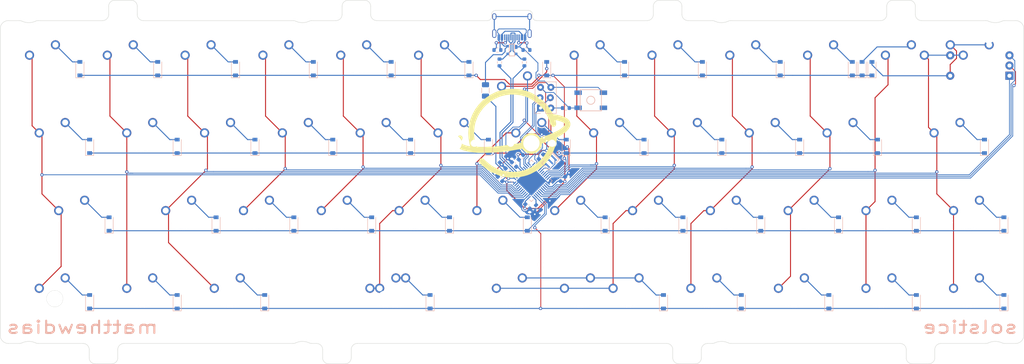
<source format=kicad_pcb>
(kicad_pcb (version 20171130) (host pcbnew "(5.1.9)-1")
  (layers (0 F.Cu signal) (31 B.Cu signal) (34 B.Paste user) (35 F.Paste user) (36 B.SilkS user hide) (37 F.SilkS user hide) (38 B.Mask user) (39 F.Mask user) (44 Edge.Cuts user))
  (net 0 "")
  (net 1 col0)
  (net 2 col1)
  (net 3 col2)
  (net 4 col3)
  (net 5 col4)
  (net 6 col5)
  (net 7 col6)
  (net 8 col7)
  (net 9 col8)
  (net 10 col9)
  (net 11 col10)
  (net 12 col11)
  (net 13 col12)
  (net 14 row0)
  (net 15 row1)
  (net 16 row2)
  (net 17 row3)
  (net 18 "Net-(D_1-Pad2)")
  (net 19 "Net-(D_2-Pad2)")
  (net 20 "Net-(D_3-Pad2)")
  (net 21 "Net-(D_4-Pad2)")
  (net 22 "Net-(D_5-Pad2)")
  (net 23 "Net-(D_6-Pad2)")
  (net 24 "Net-(D_7-Pad2)")
  (net 25 "Net-(D_8-Pad2)")
  (net 26 "Net-(D_9-Pad2)")
  (net 27 "Net-(D_10-Pad2)")
  (net 28 "Net-(D_12-Pad2)")
  (net 29 "Net-(D_11-Pad2)")
  (net 30 "Net-(D_13-Pad2)")
  (net 31 "Net-(D_15-Pad2)")
  (net 32 "Net-(D_16-Pad2)")
  (net 33 "Net-(D_17-Pad2)")
  (net 34 "Net-(D_18-Pad2)")
  (net 35 "Net-(D_19-Pad2)")
  (net 36 "Net-(D_20-Pad2)")
  (net 37 "Net-(D_21-Pad2)")
  (net 38 "Net-(D_22-Pad2)")
  (net 39 "Net-(D_23-Pad2)")
  (net 40 "Net-(D_24-Pad2)")
  (net 41 "Net-(D_25-Pad2)")
  (net 42 "Net-(D_26-Pad2)")
  (net 43 "Net-(D_27-Pad2)")
  (net 44 "Net-(D_28-Pad2)")
  (net 45 "Net-(D_29-Pad2)")
  (net 46 "Net-(D_30-Pad2)")
  (net 47 "Net-(D_31-Pad2)")
  (net 48 "Net-(D_32-Pad2)")
  (net 49 "Net-(D_33-Pad2)")
  (net 50 "Net-(D_34-Pad2)")
  (net 51 "Net-(D_35-Pad2)")
  (net 52 "Net-(D_36-Pad2)")
  (net 53 "Net-(D_37-Pad2)")
  (net 54 "Net-(D_38-Pad2)")
  (net 55 "Net-(D_39-Pad2)")
  (net 56 "Net-(D_40-Pad2)")
  (net 57 "Net-(D_42-Pad2)")
  (net 58 "Net-(D_43-Pad2)")
  (net 59 "Net-(D_41-Pad2)")
  (net 60 "Net-(D_44-Pad2)")
  (net 61 "Net-(D_45-Pad2)")
  (net 62 "Net-(D_46-Pad2)")
  (net 63 GND)
  (net 64 +5V)
  (net 65 VCC)
  (net 66 "Net-(R2-Pad2)")
  (net 67 "Net-(R3-Pad2)")
  (net 68 D-)
  (net 69 "Net-(R4-Pad2)")
  (net 70 D+)
  (net 71 "Net-(R5-Pad2)")
  (net 72 "Net-(R6-Pad2)")
  (net 73 "Net-(USB1-Pad3)")
  (net 74 "Net-(USB1-Pad9)")
  (net 75 "Net-(USB1-Pad13)")
  (net 76 "Net-(C1-Pad1)")
  (net 77 "Net-(D_14-Pad2)")
  (net 78 rotA)
  (net 79 rotB)
  (net 80 "Net-(U2-Pad42)")
  (net 81 "Net-(U2-Pad18)")
  (net 82 "Net-(U2-Pad12)")
  (net 83 "Net-(U2-Pad8)")
  (net 84 "Net-(U2-Pad17)")
  (net 85 "Net-(U2-Pad16)")
  (net 86 MISO)
  (net 87 SCK)
  (net 88 MOSI)
  (net 89 RST)
  (module random-keyboard-parts:orbit (layer F.Cu) (at 124.03074 26.10866)
    (fp_text reference G*** hide)
    (fp_text value LOGO hide)
  )
  (module Rotary_Encoder:RotaryEncoder_Alps_EC11E-Switch_Vertical_H20mm_adjusted (layer F.Cu) (at 238.125 9.525 180)
    (fp_text reference SW2 hide)
    (fp_text value Rotary_Encoder_Switch)
    (pad A thru_hole rect (at -7.5 -2.5 180) (size 2 2) (drill 1) (layers *.Cu *.Mask) (net 78 rotA))
    (pad C thru_hole circle (at -7.5 0 180) (size 2 2) (drill 1) (layers *.Cu *.Mask) (net 63 GND))
    (pad B thru_hole circle (at -7.5 2.5 180) (size 2 2) (drill 1) (layers *.Cu *.Mask) (net 79 rotB))
    (pad S2 thru_hole circle (at 7 -2.5 180) (size 2 2) (drill 1) (layers *.Cu *.Mask) (net 30 "Net-(D_13-Pad2)"))
    (pad S1 thru_hole circle (at 7 2.5 180) (size 2 2) (drill 1) (layers *.Cu *.Mask) (net 13 col12))
  )
  (module Type-C:HRO-TYPE-C-31-M-12-Assembly (layer B.Cu) (at 123.825 -5.08)
    (fp_text reference USB1 hide)
    (fp_text value HRO-TYPE-C-31-M-12)
    (pad 12 smd rect (at 3.225 7.695) (size 0.6 1.45) (layers B.Cu B.Paste B.Mask) (net 63 GND))
    (pad 1 smd rect (at -3.225 7.695) (size 0.6 1.45) (layers B.Cu B.Paste B.Mask) (net 63 GND))
    (pad 11 smd rect (at 2.45 7.695) (size 0.6 1.45) (layers B.Cu B.Paste B.Mask) (net 65 VCC))
    (pad 2 smd rect (at -2.45 7.695) (size 0.6 1.45) (layers B.Cu B.Paste B.Mask) (net 65 VCC))
    (pad 3 smd rect (at -1.75 7.695) (size 0.3 1.45) (layers B.Cu B.Paste B.Mask) (net 73 "Net-(USB1-Pad3)"))
    (pad 10 smd rect (at 1.75 7.695) (size 0.3 1.45) (layers B.Cu B.Paste B.Mask) (net 71 "Net-(R5-Pad2)"))
    (pad 4 smd rect (at -1.25 7.695) (size 0.3 1.45) (layers B.Cu B.Paste B.Mask) (net 69 "Net-(R4-Pad2)"))
    (pad 9 smd rect (at 1.25 7.695) (size 0.3 1.45) (layers B.Cu B.Paste B.Mask) (net 74 "Net-(USB1-Pad9)"))
    (pad 5 smd rect (at -0.75 7.695) (size 0.3 1.45) (layers B.Cu B.Paste B.Mask) (net 66 "Net-(R2-Pad2)"))
    (pad 8 smd rect (at 0.75 7.695) (size 0.3 1.45) (layers B.Cu B.Paste B.Mask) (net 67 "Net-(R3-Pad2)"))
    (pad 7 smd rect (at 0.25 7.695) (size 0.3 1.45) (layers B.Cu B.Paste B.Mask) (net 66 "Net-(R2-Pad2)"))
    (pad 6 smd rect (at -0.25 7.695) (size 0.3 1.45) (layers B.Cu B.Paste B.Mask) (net 67 "Net-(R3-Pad2)"))
    (pad "" np_thru_hole circle (at 2.89 6.25) (size 0.65 0.65) (drill 0.65) (layers *.Cu *.Mask))
    (pad "" np_thru_hole circle (at -2.89 6.25) (size 0.65 0.65) (drill 0.65) (layers *.Cu *.Mask))
    (pad 13 thru_hole oval (at -4.32 6.78) (size 1 2.1) (drill oval 0.6 1.7) (layers *.Cu *.Mask) (net 75 "Net-(USB1-Pad13)"))
    (pad 13 thru_hole oval (at 4.32 6.78) (size 1 2.1) (drill oval 0.6 1.7) (layers *.Cu *.Mask) (net 75 "Net-(USB1-Pad13)"))
    (pad 13 thru_hole oval (at -4.32 2.6) (size 1 1.6) (drill oval 0.6 1.2) (layers *.Cu *.Mask) (net 75 "Net-(USB1-Pad13)"))
    (pad 13 thru_hole oval (at 4.32 2.6) (size 1 1.6) (drill oval 0.6 1.2) (layers *.Cu *.Mask) (net 75 "Net-(USB1-Pad13)"))
  )
  (module random-keyboard-parts:ISP-Staggered (layer B.Cu) (at 130.81 19.939)
    (fp_text reference J1)
    (fp_text value AVR-ISP-6)
    (pad 1 thru_hole rect (at 0 0) (size 1.7 1.7) (drill 0.762) (layers *.Cu *.Mask) (net 86 MISO))
    (pad 2 thru_hole oval (at 2.54 0) (size 1.7 1.7) (drill 0.762) (layers *.Cu *.Mask) (net 64 +5V))
    (pad 3 thru_hole oval (at -0.127 -2.54) (size 1.7 1.7) (drill 0.762) (layers *.Cu *.Mask) (net 87 SCK))
    (pad 4 thru_hole oval (at 2.413 -2.54) (size 1.7 1.7) (drill 0.762) (layers *.Cu *.Mask) (net 88 MOSI))
    (pad 5 thru_hole oval (at 0 -5.08) (size 1.7 1.7) (drill 0.762) (layers *.Cu *.Mask) (net 89 RST))
    (pad 6 thru_hole oval (at 2.54 -5.08) (size 1.7 1.7) (drill 0.762) (layers *.Cu *.Mask) (net 63 GND))
  )
  (module Crystal:Resonator_SMD_muRata_CSTxExxV-3Pin_3.0x1.1mm (layer B.Cu) (at 133.223 33.02 225)
    (fp_text reference Y1 hide)
    (fp_text value 16MHz)
    (pad 3 smd rect (at 1.2 0 225) (size 0.4 1.9) (layers B.Cu B.Paste B.Mask) (net 85 "Net-(U2-Pad16)"))
    (pad 2 smd rect (at 0 0 225) (size 0.4 1.9) (layers B.Cu B.Paste B.Mask) (net 63 GND))
    (pad 1 smd rect (at -1.2 0 225) (size 0.4 1.9) (layers B.Cu B.Paste B.Mask) (net 84 "Net-(U2-Pad17)"))
  )
  (module Package_DFN_QFN:QFN-44-1EP_7x7mm_P0.5mm_EP5.2x5.2mm (layer B.Cu) (at 128.5875 37.779478 315)
    (fp_text reference U2 hide)
    (fp_text value ATmega32U4-MU)
    (pad 45 smd rect (at 0 0 315) (size 5.2 5.2) (layers B.Cu B.Mask) (net 63 GND))
    (pad 44 smd roundrect (at -2.5 3.3375 315) (size 0.25 1.075) (layers B.Cu B.Paste B.Mask) (net 64 +5V))
    (pad 43 smd roundrect (at -2 3.3375 315) (size 0.25 1.075) (layers B.Cu B.Paste B.Mask) (net 63 GND))
    (pad 42 smd roundrect (at -1.5 3.3375 315) (size 0.25 1.075) (layers B.Cu B.Paste B.Mask) (net 80 "Net-(U2-Pad42)"))
    (pad 41 smd roundrect (at -1 3.3375 315) (size 0.25 1.075) (layers B.Cu B.Paste B.Mask) (net 6 col5))
    (pad 40 smd roundrect (at -0.5 3.3375 315) (size 0.25 1.075) (layers B.Cu B.Paste B.Mask) (net 5 col4))
    (pad 39 smd roundrect (at 0 3.3375 315) (size 0.25 1.075) (layers B.Cu B.Paste B.Mask) (net 4 col3))
    (pad 38 smd roundrect (at 0.5 3.3375 315) (size 0.25 1.075) (layers B.Cu B.Paste B.Mask) (net 3 col2))
    (pad 37 smd roundrect (at 1 3.3375 315) (size 0.25 1.075) (layers B.Cu B.Paste B.Mask) (net 2 col1))
    (pad 36 smd roundrect (at 1.5 3.3375 315) (size 0.25 1.075) (layers B.Cu B.Paste B.Mask) (net 1 col0))
    (pad 35 smd roundrect (at 2 3.3375 315) (size 0.25 1.075) (layers B.Cu B.Paste B.Mask) (net 63 GND))
    (pad 34 smd roundrect (at 2.5 3.3375 315) (size 0.25 1.075) (layers B.Cu B.Paste B.Mask) (net 64 +5V))
    (pad 33 smd roundrect (at 3.3375 2.5 315) (size 1.075 0.25) (layers B.Cu B.Paste B.Mask) (net 72 "Net-(R6-Pad2)"))
    (pad 32 smd roundrect (at 3.3375 2 315) (size 1.075 0.25) (layers B.Cu B.Paste B.Mask) (net 16 row2))
    (pad 31 smd roundrect (at 3.3375 1.5 315) (size 1.075 0.25) (layers B.Cu B.Paste B.Mask) (net 17 row3))
    (pad 30 smd roundrect (at 3.3375 1 315) (size 1.075 0.25) (layers B.Cu B.Paste B.Mask) (net 79 rotB))
    (pad 29 smd roundrect (at 3.3375 0.5 315) (size 1.075 0.25) (layers B.Cu B.Paste B.Mask) (net 78 rotA))
    (pad 28 smd roundrect (at 3.3375 0 315) (size 1.075 0.25) (layers B.Cu B.Paste B.Mask) (net 13 col12))
    (pad 27 smd roundrect (at 3.3375 -0.5 315) (size 1.075 0.25) (layers B.Cu B.Paste B.Mask) (net 12 col11))
    (pad 26 smd roundrect (at 3.3375 -1 315) (size 1.075 0.25) (layers B.Cu B.Paste B.Mask) (net 11 col10))
    (pad 25 smd roundrect (at 3.3375 -1.5 315) (size 1.075 0.25) (layers B.Cu B.Paste B.Mask) (net 10 col9))
    (pad 24 smd roundrect (at 3.3375 -2 315) (size 1.075 0.25) (layers B.Cu B.Paste B.Mask) (net 64 +5V))
    (pad 23 smd roundrect (at 3.3375 -2.5 315) (size 1.075 0.25) (layers B.Cu B.Paste B.Mask) (net 63 GND))
    (pad 22 smd roundrect (at 2.5 -3.3375 315) (size 0.25 1.075) (layers B.Cu B.Paste B.Mask) (net 9 col8))
    (pad 21 smd roundrect (at 2 -3.3375 315) (size 0.25 1.075) (layers B.Cu B.Paste B.Mask) (net 8 col7))
    (pad 20 smd roundrect (at 1.5 -3.3375 315) (size 0.25 1.075) (layers B.Cu B.Paste B.Mask) (net 15 row1))
    (pad 19 smd roundrect (at 1 -3.3375 315) (size 0.25 1.075) (layers B.Cu B.Paste B.Mask) (net 14 row0))
    (pad 18 smd roundrect (at 0.5 -3.3375 315) (size 0.25 1.075) (layers B.Cu B.Paste B.Mask) (net 81 "Net-(U2-Pad18)"))
    (pad 17 smd roundrect (at 0 -3.3375 315) (size 0.25 1.075) (layers B.Cu B.Paste B.Mask) (net 84 "Net-(U2-Pad17)"))
    (pad 16 smd roundrect (at -0.5 -3.3375 315) (size 0.25 1.075) (layers B.Cu B.Paste B.Mask) (net 85 "Net-(U2-Pad16)"))
    (pad 15 smd roundrect (at -1 -3.3375 315) (size 0.25 1.075) (layers B.Cu B.Paste B.Mask) (net 63 GND))
    (pad 14 smd roundrect (at -1.5 -3.3375 315) (size 0.25 1.075) (layers B.Cu B.Paste B.Mask) (net 64 +5V))
    (pad 13 smd roundrect (at -2 -3.3375 315) (size 0.25 1.075) (layers B.Cu B.Paste B.Mask) (net 89 RST))
    (pad 12 smd roundrect (at -2.5 -3.3375 315) (size 0.25 1.075) (layers B.Cu B.Paste B.Mask) (net 82 "Net-(U2-Pad12)"))
    (pad 11 smd roundrect (at -3.3375 -2.5 315) (size 1.075 0.25) (layers B.Cu B.Paste B.Mask) (net 86 MISO))
    (pad 10 smd roundrect (at -3.3375 -2 315) (size 1.075 0.25) (layers B.Cu B.Paste B.Mask) (net 88 MOSI))
    (pad 9 smd roundrect (at -3.3375 -1.5 315) (size 1.075 0.25) (layers B.Cu B.Paste B.Mask) (net 87 SCK))
    (pad 8 smd roundrect (at -3.3375 -1 315) (size 1.075 0.25) (layers B.Cu B.Paste B.Mask) (net 83 "Net-(U2-Pad8)"))
    (pad 7 smd roundrect (at -3.3375 -0.5 315) (size 1.075 0.25) (layers B.Cu B.Paste B.Mask) (net 64 +5V))
    (pad 6 smd roundrect (at -3.3375 0 315) (size 1.075 0.25) (layers B.Cu B.Paste B.Mask) (net 76 "Net-(C1-Pad1)"))
    (pad 5 smd roundrect (at -3.3375 0.5 315) (size 1.075 0.25) (layers B.Cu B.Paste B.Mask) (net 63 GND))
    (pad 4 smd roundrect (at -3.3375 1 315) (size 1.075 0.25) (layers B.Cu B.Paste B.Mask) (net 70 D+))
    (pad 3 smd roundrect (at -3.3375 1.5 315) (size 1.075 0.25) (layers B.Cu B.Paste B.Mask) (net 68 D-))
    (pad 2 smd roundrect (at -3.3375 2 315) (size 1.075 0.25) (layers B.Cu B.Paste B.Mask) (net 64 +5V))
    (pad 1 smd roundrect (at -3.3375 2.5 315) (size 1.075 0.25) (layers B.Cu B.Paste B.Mask) (net 7 col6))
  )
  (module random-keyboard-parts:SOT143B (layer B.Cu) (at 123.825 5.715 180)
    (fp_text reference U1 hide)
    (fp_text value PRTR5V0U2X)
    (pad 1 smd rect (at -1 0.75 270) (size 1 0.7) (layers B.Cu B.Paste B.Mask) (net 63 GND))
    (pad 4 smd rect (at 1 0.95 270) (size 0.6 0.7) (layers B.Cu B.Paste B.Mask) (net 65 VCC))
    (pad 2 smd rect (at -1 -0.95 270) (size 0.6 0.7) (layers B.Cu B.Paste B.Mask) (net 67 "Net-(R3-Pad2)"))
    (pad 3 smd rect (at 1 -0.95 270) (size 0.6 0.7) (layers B.Cu B.Paste B.Mask) (net 66 "Net-(R2-Pad2)"))
  )
  (module random-keyboard-parts:SKQG-1155865 (layer B.Cu) (at 143.129 18.034)
    (fp_text reference SW1 hide)
    (fp_text value SW_Push)
    (pad 4 smd rect (at -3.1 -1.85) (size 1.8 1.1) (layers B.Cu B.Paste B.Mask))
    (pad 3 smd rect (at 3.1 1.85) (size 1.8 1.1) (layers B.Cu B.Paste B.Mask))
    (pad 2 smd rect (at -3.1 1.85) (size 1.8 1.1) (layers B.Cu B.Paste B.Mask) (net 89 RST))
    (pad 1 smd rect (at 3.1 -1.85) (size 1.8 1.1) (layers B.Cu B.Paste B.Mask) (net 63 GND))
  )
  (module Resistor_SMD:R_0603_1608Metric (layer B.Cu) (at 137.033 19.939)
    (fp_text reference R1 hide)
    (fp_text value 10k)
    (pad 2 smd roundrect (at 0.825 0) (size 0.8 0.95) (layers B.Cu B.Paste B.Mask) (net 89 RST))
    (pad 1 smd roundrect (at -0.825 0) (size 0.8 0.95) (layers B.Cu B.Paste B.Mask) (net 64 +5V))
  )
  (module Resistor_SMD:R_0603_1608Metric (layer B.Cu) (at 130.302 44.323 135)
    (fp_text reference R6 hide)
    (fp_text value 10k)
    (pad 2 smd roundrect (at 0.825 0 135) (size 0.8 0.95) (layers B.Cu B.Paste B.Mask) (net 72 "Net-(R6-Pad2)"))
    (pad 1 smd roundrect (at -0.825 0 135) (size 0.8 0.95) (layers B.Cu B.Paste B.Mask) (net 63 GND))
  )
  (module Resistor_SMD:R_0603_1608Metric (layer B.Cu) (at 126.873 8.763 90)
    (fp_text reference R3 hide)
    (fp_text value 22)
    (pad 2 smd roundrect (at 0.825 0 90) (size 0.8 0.95) (layers B.Cu B.Paste B.Mask) (net 67 "Net-(R3-Pad2)"))
    (pad 1 smd roundrect (at -0.825 0 90) (size 0.8 0.95) (layers B.Cu B.Paste B.Mask) (net 70 D+))
  )
  (module Resistor_SMD:R_0603_1608Metric (layer B.Cu) (at 120.777 8.763 90)
    (fp_text reference R2 hide)
    (fp_text value 22)
    (pad 2 smd roundrect (at 0.825 0 90) (size 0.8 0.95) (layers B.Cu B.Paste B.Mask) (net 66 "Net-(R2-Pad2)"))
    (pad 1 smd roundrect (at -0.825 0 90) (size 0.8 0.95) (layers B.Cu B.Paste B.Mask) (net 68 D-))
  )
  (module Resistor_SMD:R_0603_1608Metric (layer B.Cu) (at 120.269 5.715 180)
    (fp_text reference R4 hide)
    (fp_text value 5.1k)
    (pad 2 smd roundrect (at 0.825 0 180) (size 0.8 0.95) (layers B.Cu B.Paste B.Mask) (net 69 "Net-(R4-Pad2)"))
    (pad 1 smd roundrect (at -0.825 0 180) (size 0.8 0.95) (layers B.Cu B.Paste B.Mask) (net 63 GND))
  )
  (module Resistor_SMD:R_0603_1608Metric (layer B.Cu) (at 127.381 5.715)
    (fp_text reference R5 hide)
    (fp_text value 5.1k)
    (pad 2 smd roundrect (at 0.825 0) (size 0.8 0.95) (layers B.Cu B.Paste B.Mask) (net 71 "Net-(R5-Pad2)"))
    (pad 1 smd roundrect (at -0.825 0) (size 0.8 0.95) (layers B.Cu B.Paste B.Mask) (net 63 GND))
  )
  (module Fuse:Fuse_1206_3216Metric (layer B.Cu) (at 117.348 15.621 90)
    (fp_text reference F1 hide)
    (fp_text value 500mA)
    (pad 2 smd roundrect (at 1.4 0 90) (size 1.25 1.75) (layers B.Cu B.Paste B.Mask) (roundrect_rratio 0.2) (net 65 VCC))
    (pad 1 smd roundrect (at -1.4 0 90) (size 1.25 1.75) (layers B.Cu B.Paste B.Mask) (roundrect_rratio 0.2) (net 64 +5V))
  )
  (module Capacitor_SMD:C_0603_1608Metric (layer B.Cu) (at 124.333 33.782 135)
    (fp_text reference C1 hide)
    (fp_text value 1uF)
    (pad 2 smd roundrect (at 0.775 0 135) (size 0.9 0.95) (layers B.Cu B.Paste B.Mask) (net 63 GND))
    (pad 1 smd roundrect (at -0.775 0 135) (size 0.9 0.95) (layers B.Cu B.Paste B.Mask) (net 76 "Net-(C1-Pad1)"))
  )
  (module Capacitor_SMD:C_0603_1608Metric (layer B.Cu) (at 126.024008 32.004 45)
    (fp_text reference C2 hide)
    (fp_text value 0.1uF)
    (pad 2 smd roundrect (at 0.775 0 45) (size 0.9 0.95) (layers B.Cu B.Paste B.Mask) (net 63 GND))
    (pad 1 smd roundrect (at -0.775 0 45) (size 0.9 0.95) (layers B.Cu B.Paste B.Mask) (net 64 +5V))
  )
  (module Capacitor_SMD:C_0603_1608Metric (layer B.Cu) (at 130.937 31.877 45)
    (fp_text reference C3 hide)
    (fp_text value 0.1uF)
    (pad 2 smd roundrect (at 0.775 0 45) (size 0.9 0.95) (layers B.Cu B.Paste B.Mask) (net 63 GND))
    (pad 1 smd roundrect (at -0.775 0 45) (size 0.9 0.95) (layers B.Cu B.Paste B.Mask) (net 64 +5V))
  )
  (module Capacitor_SMD:C_0603_1608Metric (layer B.Cu) (at 136.271 37.338 45)
    (fp_text reference C4 hide)
    (fp_text value 0.1uF)
    (pad 2 smd roundrect (at 0.775 0 45) (size 0.9 0.95) (layers B.Cu B.Paste B.Mask) (net 63 GND))
    (pad 1 smd roundrect (at -0.775 0 45) (size 0.9 0.95) (layers B.Cu B.Paste B.Mask) (net 64 +5V))
  )
  (module Capacitor_SMD:C_0603_1608Metric (layer B.Cu) (at 127.635 44.069 315)
    (fp_text reference C5 hide)
    (fp_text value 0.1uF)
    (pad 2 smd roundrect (at 0.775 0 315) (size 0.9 0.95) (layers B.Cu B.Paste B.Mask) (net 63 GND))
    (pad 1 smd roundrect (at -0.775 0 315) (size 0.9 0.95) (layers B.Cu B.Paste B.Mask) (net 64 +5V))
  )
  (module Capacitor_SMD:C_0603_1608Metric (layer B.Cu) (at 120.904 37.338 135)
    (fp_text reference C6 hide)
    (fp_text value 0.1uF)
    (pad 2 smd roundrect (at 0.775 0 135) (size 0.9 0.95) (layers B.Cu B.Paste B.Mask) (net 63 GND))
    (pad 1 smd roundrect (at -0.775 0 135) (size 0.9 0.95) (layers B.Cu B.Paste B.Mask) (net 64 +5V))
  )
  (module Capacitor_SMD:C_0603_1608Metric (layer B.Cu) (at 122.809 35.306 135)
    (fp_text reference C7 hide)
    (fp_text value 10uF)
    (pad 2 smd roundrect (at 0.775 0 135) (size 0.9 0.95) (layers B.Cu B.Paste B.Mask) (net 63 GND))
    (pad 1 smd roundrect (at -0.775 0 135) (size 0.9 0.95) (layers B.Cu B.Paste B.Mask) (net 64 +5V))
  )
  (module MX_Only:MXOnly-1.25U-NoLED (layer F.Cu) (at 235.74375 66.675)
    (fp_text reference K_50)
    (fp_text value KEYSW)
    (pad 2 thru_hole circle (at 2.54 -5.08) (size 2.25 2.25) (drill 1.47) (layers *.Cu B.Mask) (net 62 "Net-(D_46-Pad2)"))
    (pad "" np_thru_hole circle (at 0 0) (size 3.9878 3.9878) (drill 3.9878) (layers *.Cu *.Mask))
    (pad 1 thru_hole circle (at -3.81 -2.54) (size 2.25 2.25) (drill 1.47) (layers *.Cu B.Mask) (net 13 col12))
    (pad "" np_thru_hole circle (at -5.08 0 48.0996) (size 1.75 1.75) (drill 1.75) (layers *.Cu *.Mask))
    (pad "" np_thru_hole circle (at 5.08 0 48.0996) (size 1.75 1.75) (drill 1.75) (layers *.Cu *.Mask))
  )
  (module MX_Only:MXOnly-1U-NoLED (layer F.Cu) (at 214.3125 66.675)
    (fp_text reference K_49)
    (fp_text value KEYSW)
    (pad 2 thru_hole circle (at 2.54 -5.08) (size 2.25 2.25) (drill 1.47) (layers *.Cu B.Mask) (net 61 "Net-(D_45-Pad2)"))
    (pad "" np_thru_hole circle (at 0 0) (size 3.9878 3.9878) (drill 3.9878) (layers *.Cu *.Mask))
    (pad 1 thru_hole circle (at -3.81 -2.54) (size 2.25 2.25) (drill 1.47) (layers *.Cu B.Mask) (net 12 col11))
    (pad "" np_thru_hole circle (at -5.08 0 48.0996) (size 1.75 1.75) (drill 1.75) (layers *.Cu *.Mask))
    (pad "" np_thru_hole circle (at 5.08 0 48.0996) (size 1.75 1.75) (drill 1.75) (layers *.Cu *.Mask))
  )
  (module MX_Only:MXOnly-1.25U-NoLED (layer F.Cu) (at 192.88125 66.675)
    (fp_text reference K_48)
    (fp_text value KEYSW)
    (pad 2 thru_hole circle (at 2.54 -5.08) (size 2.25 2.25) (drill 1.47) (layers *.Cu B.Mask) (net 60 "Net-(D_44-Pad2)"))
    (pad "" np_thru_hole circle (at 0 0) (size 3.9878 3.9878) (drill 3.9878) (layers *.Cu *.Mask))
    (pad 1 thru_hole circle (at -3.81 -2.54) (size 2.25 2.25) (drill 1.47) (layers *.Cu B.Mask) (net 11 col10))
    (pad "" np_thru_hole circle (at -5.08 0 48.0996) (size 1.75 1.75) (drill 1.75) (layers *.Cu *.Mask))
    (pad "" np_thru_hole circle (at 5.08 0 48.0996) (size 1.75 1.75) (drill 1.75) (layers *.Cu *.Mask))
  )
  (module MX_Only:MXOnly-1U-NoLED (layer F.Cu) (at 171.45 66.675)
    (fp_text reference K_47)
    (fp_text value KEYSW)
    (pad 2 thru_hole circle (at 2.54 -5.08) (size 2.25 2.25) (drill 1.47) (layers *.Cu B.Mask) (net 58 "Net-(D_43-Pad2)"))
    (pad "" np_thru_hole circle (at 0 0) (size 3.9878 3.9878) (drill 3.9878) (layers *.Cu *.Mask))
    (pad 1 thru_hole circle (at -3.81 -2.54) (size 2.25 2.25) (drill 1.47) (layers *.Cu B.Mask) (net 10 col9))
    (pad "" np_thru_hole circle (at -5.08 0 48.0996) (size 1.75 1.75) (drill 1.75) (layers *.Cu *.Mask))
    (pad "" np_thru_hole circle (at 5.08 0 48.0996) (size 1.75 1.75) (drill 1.75) (layers *.Cu *.Mask))
  )
  (module MX_Only:MXOnly-3U-ReversedStabilizers-NoLED (layer F.Cu) (at 152.4 66.675)
    (fp_text reference K_46)
    (fp_text value KEYSW)
    (pad 2 thru_hole circle (at 2.54 -5.08) (size 2.25 2.25) (drill 1.47) (layers *.Cu B.Mask) (net 57 "Net-(D_42-Pad2)"))
    (pad 1 thru_hole circle (at -3.81 -2.54 48.1) (size 2.25 2.25) (drill 1.47) (layers *.Cu B.Mask) (net 9 col8))
    (pad "" np_thru_hole circle (at 0 0) (size 3.9878 3.9878) (drill 3.9878) (layers *.Cu *.Mask))
    (pad "" np_thru_hole circle (at -5.08 0 48.0996) (size 1.75 1.75) (drill 1.75) (layers *.Cu *.Mask))
    (pad "" np_thru_hole circle (at 5.08 0 48.0996) (size 1.75 1.75) (drill 1.75) (layers *.Cu *.Mask))
    (pad "" np_thru_hole circle (at -19.05 6.985) (size 3.048 3.048) (drill 3.048) (layers *.Cu *.Mask))
    (pad "" np_thru_hole circle (at 19.05 6.985) (size 3.048 3.048) (drill 3.048) (layers *.Cu *.Mask))
    (pad "" np_thru_hole circle (at -19.05 -8.255) (size 3.9878 3.9878) (drill 3.9878) (layers *.Cu *.Mask))
    (pad "" np_thru_hole circle (at 19.05 -8.255) (size 3.9878 3.9878) (drill 3.9878) (layers *.Cu *.Mask))
  )
  (module MX_Only:MXOnly-2.25U-ReversedStabilizers-NoLED (layer F.Cu) (at 140.49375 66.675)
    (fp_text reference K_45)
    (fp_text value KEYSW)
    (pad 2 thru_hole circle (at 2.54 -5.08) (size 2.25 2.25) (drill 1.47) (layers *.Cu B.Mask) (net 57 "Net-(D_42-Pad2)"))
    (pad "" np_thru_hole circle (at 0 0) (size 3.9878 3.9878) (drill 3.9878) (layers *.Cu *.Mask))
    (pad 1 thru_hole circle (at -3.81 -2.54) (size 2.25 2.25) (drill 1.47) (layers *.Cu B.Mask) (net 9 col8))
    (pad "" np_thru_hole circle (at -5.08 0 48.0996) (size 1.75 1.75) (drill 1.75) (layers *.Cu *.Mask))
    (pad "" np_thru_hole circle (at 5.08 0 48.0996) (size 1.75 1.75) (drill 1.75) (layers *.Cu *.Mask))
    (pad "" np_thru_hole circle (at -11.90625 6.985) (size 3.048 3.048) (drill 3.048) (layers *.Cu *.Mask))
    (pad "" np_thru_hole circle (at 11.90625 6.985) (size 3.048 3.048) (drill 3.048) (layers *.Cu *.Mask))
    (pad "" np_thru_hole circle (at -11.90625 -8.255) (size 3.9878 3.9878) (drill 3.9878) (layers *.Cu *.Mask))
    (pad "" np_thru_hole circle (at 11.90625 -8.255) (size 3.9878 3.9878) (drill 3.9878) (layers *.Cu *.Mask))
  )
  (module MX_Only:MXOnly-6U-Centered-ReversedStabilizers-NoLED (layer F.Cu) (at 123.825 66.675)
    (fp_text reference K_44)
    (fp_text value KEYSW)
    (pad "" np_thru_hole circle (at 47.625 -8.255) (size 3.9878 3.9878) (drill 3.9878) (layers *.Cu *.Mask))
    (pad "" np_thru_hole circle (at -47.625 -8.255) (size 3.9878 3.9878) (drill 3.9878) (layers *.Cu *.Mask))
    (pad "" np_thru_hole circle (at 47.625 6.985) (size 3.048 3.048) (drill 3.048) (layers *.Cu *.Mask))
    (pad "" np_thru_hole circle (at -47.625 6.985) (size 3.048 3.048) (drill 3.048) (layers *.Cu *.Mask))
    (pad "" np_thru_hole circle (at 5.08 0 48.0996) (size 1.75 1.75) (drill 1.75) (layers *.Cu *.Mask))
    (pad "" np_thru_hole circle (at -5.08 0 48.0996) (size 1.75 1.75) (drill 1.75) (layers *.Cu *.Mask))
    (pad 1 thru_hole circle (at -3.81 -2.54) (size 2.25 2.25) (drill 1.47) (layers *.Cu B.Mask) (net 9 col8))
    (pad "" np_thru_hole circle (at 0 0) (size 3.9878 3.9878) (drill 3.9878) (layers *.Cu *.Mask))
    (pad 2 thru_hole circle (at 2.54 -5.08) (size 2.25 2.25) (drill 1.47) (layers *.Cu B.Mask) (net 57 "Net-(D_42-Pad2)"))
  )
  (module MX_Only:MXOnly-3U-ReversedStabilizers-NoLED (layer F.Cu) (at 95.25 66.675)
    (fp_text reference K_43)
    (fp_text value KEYSW)
    (pad 2 thru_hole circle (at 2.54 -5.08) (size 2.25 2.25) (drill 1.47) (layers *.Cu B.Mask) (net 59 "Net-(D_41-Pad2)"))
    (pad 1 thru_hole circle (at -3.81 -2.54 48.1) (size 2.25 2.25) (drill 1.47) (layers *.Cu B.Mask) (net 6 col5))
    (pad "" np_thru_hole circle (at 0 0) (size 3.9878 3.9878) (drill 3.9878) (layers *.Cu *.Mask))
    (pad "" np_thru_hole circle (at -5.08 0 48.0996) (size 1.75 1.75) (drill 1.75) (layers *.Cu *.Mask))
    (pad "" np_thru_hole circle (at 5.08 0 48.0996) (size 1.75 1.75) (drill 1.75) (layers *.Cu *.Mask))
    (pad "" np_thru_hole circle (at -19.05 6.985) (size 3.048 3.048) (drill 3.048) (layers *.Cu *.Mask))
    (pad "" np_thru_hole circle (at 19.05 6.985) (size 3.048 3.048) (drill 3.048) (layers *.Cu *.Mask))
    (pad "" np_thru_hole circle (at -19.05 -8.255) (size 3.9878 3.9878) (drill 3.9878) (layers *.Cu *.Mask))
    (pad "" np_thru_hole circle (at 19.05 -8.255) (size 3.9878 3.9878) (drill 3.9878) (layers *.Cu *.Mask))
  )
  (module MX_Only:MXOnly-2.75U-ReversedStabilizers-NoLED (layer F.Cu) (at 92.86875 66.675)
    (fp_text reference K_42)
    (fp_text value KEYSW)
    (pad 2 thru_hole circle (at 2.54 -5.08) (size 2.25 2.25) (drill 1.47) (layers *.Cu B.Mask) (net 59 "Net-(D_41-Pad2)"))
    (pad "" np_thru_hole circle (at 0 0) (size 3.9878 3.9878) (drill 3.9878) (layers *.Cu *.Mask))
    (pad 1 thru_hole circle (at -3.81 -2.54) (size 2.25 2.25) (drill 1.47) (layers *.Cu B.Mask) (net 6 col5))
    (pad "" np_thru_hole circle (at -5.08 0 48.0996) (size 1.75 1.75) (drill 1.75) (layers *.Cu *.Mask))
    (pad "" np_thru_hole circle (at 5.08 0 48.0996) (size 1.75 1.75) (drill 1.75) (layers *.Cu *.Mask))
    (pad "" np_thru_hole circle (at -11.90625 6.985) (size 3.048 3.048) (drill 3.048) (layers *.Cu *.Mask))
    (pad "" np_thru_hole circle (at 11.90625 6.985) (size 3.048 3.048) (drill 3.048) (layers *.Cu *.Mask))
    (pad "" np_thru_hole circle (at -11.90625 -8.255) (size 3.9878 3.9878) (drill 3.9878) (layers *.Cu *.Mask))
    (pad "" np_thru_hole circle (at 11.90625 -8.255) (size 3.9878 3.9878) (drill 3.9878) (layers *.Cu *.Mask))
  )
  (module MX_Only:MXOnly-1.25U-NoLED (layer F.Cu) (at 54.76875 66.675)
    (fp_text reference K_41)
    (fp_text value KEYSW)
    (pad 2 thru_hole circle (at 2.54 -5.08) (size 2.25 2.25) (drill 1.47) (layers *.Cu B.Mask) (net 56 "Net-(D_40-Pad2)"))
    (pad "" np_thru_hole circle (at 0 0) (size 3.9878 3.9878) (drill 3.9878) (layers *.Cu *.Mask))
    (pad 1 thru_hole circle (at -3.81 -2.54) (size 2.25 2.25) (drill 1.47) (layers *.Cu B.Mask) (net 3 col2))
    (pad "" np_thru_hole circle (at -5.08 0 48.0996) (size 1.75 1.75) (drill 1.75) (layers *.Cu *.Mask))
    (pad "" np_thru_hole circle (at 5.08 0 48.0996) (size 1.75 1.75) (drill 1.75) (layers *.Cu *.Mask))
  )
  (module MX_Only:MXOnly-1U-NoLED (layer F.Cu) (at 33.3375 66.675)
    (fp_text reference K_40)
    (fp_text value KEYSW)
    (pad 2 thru_hole circle (at 2.54 -5.08) (size 2.25 2.25) (drill 1.47) (layers *.Cu B.Mask) (net 55 "Net-(D_39-Pad2)"))
    (pad "" np_thru_hole circle (at 0 0) (size 3.9878 3.9878) (drill 3.9878) (layers *.Cu *.Mask))
    (pad 1 thru_hole circle (at -3.81 -2.54) (size 2.25 2.25) (drill 1.47) (layers *.Cu B.Mask) (net 2 col1))
    (pad "" np_thru_hole circle (at -5.08 0 48.0996) (size 1.75 1.75) (drill 1.75) (layers *.Cu *.Mask))
    (pad "" np_thru_hole circle (at 5.08 0 48.0996) (size 1.75 1.75) (drill 1.75) (layers *.Cu *.Mask))
  )
  (module MX_Only:MXOnly-1.25U-NoLED (layer F.Cu) (at 11.90625 66.675)
    (fp_text reference K_39)
    (fp_text value KEYSW)
    (pad 2 thru_hole circle (at 2.54 -5.08) (size 2.25 2.25) (drill 1.47) (layers *.Cu B.Mask) (net 54 "Net-(D_38-Pad2)"))
    (pad "" np_thru_hole circle (at 0 0) (size 3.9878 3.9878) (drill 3.9878) (layers *.Cu *.Mask))
    (pad 1 thru_hole circle (at -3.81 -2.54) (size 2.25 2.25) (drill 1.47) (layers *.Cu B.Mask) (net 1 col0))
    (pad "" np_thru_hole circle (at -5.08 0 48.0996) (size 1.75 1.75) (drill 1.75) (layers *.Cu *.Mask))
    (pad "" np_thru_hole circle (at 5.08 0 48.0996) (size 1.75 1.75) (drill 1.75) (layers *.Cu *.Mask))
  )
  (module MX_Only:MXOnly-1.25U-NoLED (layer F.Cu) (at 235.74375 47.625)
    (fp_text reference K_38)
    (fp_text value KEYSW)
    (pad 2 thru_hole circle (at 2.54 -5.08) (size 2.25 2.25) (drill 1.47) (layers *.Cu B.Mask) (net 53 "Net-(D_37-Pad2)"))
    (pad "" np_thru_hole circle (at 0 0) (size 3.9878 3.9878) (drill 3.9878) (layers *.Cu *.Mask))
    (pad 1 thru_hole circle (at -3.81 -2.54) (size 2.25 2.25) (drill 1.47) (layers *.Cu B.Mask) (net 13 col12))
    (pad "" np_thru_hole circle (at -5.08 0 48.0996) (size 1.75 1.75) (drill 1.75) (layers *.Cu *.Mask))
    (pad "" np_thru_hole circle (at 5.08 0 48.0996) (size 1.75 1.75) (drill 1.75) (layers *.Cu *.Mask))
  )
  (module MX_Only:MXOnly-1U-NoLED (layer F.Cu) (at 214.3125 47.625)
    (fp_text reference K_37)
    (fp_text value KEYSW)
    (pad 2 thru_hole circle (at 2.54 -5.08) (size 2.25 2.25) (drill 1.47) (layers *.Cu B.Mask) (net 52 "Net-(D_36-Pad2)"))
    (pad "" np_thru_hole circle (at 0 0) (size 3.9878 3.9878) (drill 3.9878) (layers *.Cu *.Mask))
    (pad 1 thru_hole circle (at -3.81 -2.54) (size 2.25 2.25) (drill 1.47) (layers *.Cu B.Mask) (net 12 col11))
    (pad "" np_thru_hole circle (at -5.08 0 48.0996) (size 1.75 1.75) (drill 1.75) (layers *.Cu *.Mask))
    (pad "" np_thru_hole circle (at 5.08 0 48.0996) (size 1.75 1.75) (drill 1.75) (layers *.Cu *.Mask))
  )
  (module MX_Only:MXOnly-1U-NoLED (layer F.Cu) (at 195.2625 47.625)
    (fp_text reference K_36)
    (fp_text value KEYSW)
    (pad 2 thru_hole circle (at 2.54 -5.08) (size 2.25 2.25) (drill 1.47) (layers *.Cu B.Mask) (net 51 "Net-(D_35-Pad2)"))
    (pad "" np_thru_hole circle (at 0 0) (size 3.9878 3.9878) (drill 3.9878) (layers *.Cu *.Mask))
    (pad 1 thru_hole circle (at -3.81 -2.54) (size 2.25 2.25) (drill 1.47) (layers *.Cu B.Mask) (net 11 col10))
    (pad "" np_thru_hole circle (at -5.08 0 48.0996) (size 1.75 1.75) (drill 1.75) (layers *.Cu *.Mask))
    (pad "" np_thru_hole circle (at 5.08 0 48.0996) (size 1.75 1.75) (drill 1.75) (layers *.Cu *.Mask))
  )
  (module MX_Only:MXOnly-1U-NoLED (layer F.Cu) (at 176.2125 47.625)
    (fp_text reference K_35)
    (fp_text value KEYSW)
    (pad 2 thru_hole circle (at 2.54 -5.08) (size 2.25 2.25) (drill 1.47) (layers *.Cu B.Mask) (net 50 "Net-(D_34-Pad2)"))
    (pad "" np_thru_hole circle (at 0 0) (size 3.9878 3.9878) (drill 3.9878) (layers *.Cu *.Mask))
    (pad 1 thru_hole circle (at -3.81 -2.54) (size 2.25 2.25) (drill 1.47) (layers *.Cu B.Mask) (net 10 col9))
    (pad "" np_thru_hole circle (at -5.08 0 48.0996) (size 1.75 1.75) (drill 1.75) (layers *.Cu *.Mask))
    (pad "" np_thru_hole circle (at 5.08 0 48.0996) (size 1.75 1.75) (drill 1.75) (layers *.Cu *.Mask))
  )
  (module MX_Only:MXOnly-1U-NoLED (layer F.Cu) (at 157.1625 47.625)
    (fp_text reference K_34)
    (fp_text value KEYSW)
    (pad 2 thru_hole circle (at 2.54 -5.08) (size 2.25 2.25) (drill 1.47) (layers *.Cu B.Mask) (net 49 "Net-(D_33-Pad2)"))
    (pad "" np_thru_hole circle (at 0 0) (size 3.9878 3.9878) (drill 3.9878) (layers *.Cu *.Mask))
    (pad 1 thru_hole circle (at -3.81 -2.54) (size 2.25 2.25) (drill 1.47) (layers *.Cu B.Mask) (net 9 col8))
    (pad "" np_thru_hole circle (at -5.08 0 48.0996) (size 1.75 1.75) (drill 1.75) (layers *.Cu *.Mask))
    (pad "" np_thru_hole circle (at 5.08 0 48.0996) (size 1.75 1.75) (drill 1.75) (layers *.Cu *.Mask))
  )
  (module MX_Only:MXOnly-1U-NoLED (layer F.Cu) (at 138.1125 47.625)
    (fp_text reference K_33)
    (fp_text value KEYSW)
    (pad 2 thru_hole circle (at 2.54 -5.08) (size 2.25 2.25) (drill 1.47) (layers *.Cu B.Mask) (net 48 "Net-(D_32-Pad2)"))
    (pad "" np_thru_hole circle (at 0 0) (size 3.9878 3.9878) (drill 3.9878) (layers *.Cu *.Mask))
    (pad 1 thru_hole circle (at -3.81 -2.54) (size 2.25 2.25) (drill 1.47) (layers *.Cu B.Mask) (net 8 col7))
    (pad "" np_thru_hole circle (at -5.08 0 48.0996) (size 1.75 1.75) (drill 1.75) (layers *.Cu *.Mask))
    (pad "" np_thru_hole circle (at 5.08 0 48.0996) (size 1.75 1.75) (drill 1.75) (layers *.Cu *.Mask))
  )
  (module MX_Only:MXOnly-1U-NoLED (layer F.Cu) (at 119.0625 47.625)
    (fp_text reference K_32)
    (fp_text value KEYSW)
    (pad 2 thru_hole circle (at 2.54 -5.08) (size 2.25 2.25) (drill 1.47) (layers *.Cu B.Mask) (net 47 "Net-(D_31-Pad2)"))
    (pad "" np_thru_hole circle (at 0 0) (size 3.9878 3.9878) (drill 3.9878) (layers *.Cu *.Mask))
    (pad 1 thru_hole circle (at -3.81 -2.54) (size 2.25 2.25) (drill 1.47) (layers *.Cu B.Mask) (net 7 col6))
    (pad "" np_thru_hole circle (at -5.08 0 48.0996) (size 1.75 1.75) (drill 1.75) (layers *.Cu *.Mask))
    (pad "" np_thru_hole circle (at 5.08 0 48.0996) (size 1.75 1.75) (drill 1.75) (layers *.Cu *.Mask))
  )
  (module MX_Only:MXOnly-1U-NoLED (layer F.Cu) (at 100.0125 47.625)
    (fp_text reference K_31)
    (fp_text value KEYSW)
    (pad 2 thru_hole circle (at 2.54 -5.08) (size 2.25 2.25) (drill 1.47) (layers *.Cu B.Mask) (net 46 "Net-(D_30-Pad2)"))
    (pad "" np_thru_hole circle (at 0 0) (size 3.9878 3.9878) (drill 3.9878) (layers *.Cu *.Mask))
    (pad 1 thru_hole circle (at -3.81 -2.54) (size 2.25 2.25) (drill 1.47) (layers *.Cu B.Mask) (net 6 col5))
    (pad "" np_thru_hole circle (at -5.08 0 48.0996) (size 1.75 1.75) (drill 1.75) (layers *.Cu *.Mask))
    (pad "" np_thru_hole circle (at 5.08 0 48.0996) (size 1.75 1.75) (drill 1.75) (layers *.Cu *.Mask))
  )
  (module MX_Only:MXOnly-1U-NoLED (layer F.Cu) (at 80.9625 47.625)
    (fp_text reference K_30)
    (fp_text value KEYSW)
    (pad 2 thru_hole circle (at 2.54 -5.08) (size 2.25 2.25) (drill 1.47) (layers *.Cu B.Mask) (net 45 "Net-(D_29-Pad2)"))
    (pad "" np_thru_hole circle (at 0 0) (size 3.9878 3.9878) (drill 3.9878) (layers *.Cu *.Mask))
    (pad 1 thru_hole circle (at -3.81 -2.54) (size 2.25 2.25) (drill 1.47) (layers *.Cu B.Mask) (net 5 col4))
    (pad "" np_thru_hole circle (at -5.08 0 48.0996) (size 1.75 1.75) (drill 1.75) (layers *.Cu *.Mask))
    (pad "" np_thru_hole circle (at 5.08 0 48.0996) (size 1.75 1.75) (drill 1.75) (layers *.Cu *.Mask))
  )
  (module MX_Only:MXOnly-1U-NoLED (layer F.Cu) (at 61.9125 47.625)
    (fp_text reference K_29)
    (fp_text value KEYSW)
    (pad 2 thru_hole circle (at 2.54 -5.08) (size 2.25 2.25) (drill 1.47) (layers *.Cu B.Mask) (net 44 "Net-(D_28-Pad2)"))
    (pad "" np_thru_hole circle (at 0 0) (size 3.9878 3.9878) (drill 3.9878) (layers *.Cu *.Mask))
    (pad 1 thru_hole circle (at -3.81 -2.54) (size 2.25 2.25) (drill 1.47) (layers *.Cu B.Mask) (net 4 col3))
    (pad "" np_thru_hole circle (at -5.08 0 48.0996) (size 1.75 1.75) (drill 1.75) (layers *.Cu *.Mask))
    (pad "" np_thru_hole circle (at 5.08 0 48.0996) (size 1.75 1.75) (drill 1.75) (layers *.Cu *.Mask))
  )
  (module MX_Only:MXOnly-1U-NoLED (layer F.Cu) (at 42.8625 47.625)
    (fp_text reference K_28)
    (fp_text value KEYSW)
    (pad 2 thru_hole circle (at 2.54 -5.08) (size 2.25 2.25) (drill 1.47) (layers *.Cu B.Mask) (net 43 "Net-(D_27-Pad2)"))
    (pad "" np_thru_hole circle (at 0 0) (size 3.9878 3.9878) (drill 3.9878) (layers *.Cu *.Mask))
    (pad 1 thru_hole circle (at -3.81 -2.54) (size 2.25 2.25) (drill 1.47) (layers *.Cu B.Mask) (net 3 col2))
    (pad "" np_thru_hole circle (at -5.08 0 48.0996) (size 1.75 1.75) (drill 1.75) (layers *.Cu *.Mask))
    (pad "" np_thru_hole circle (at 5.08 0 48.0996) (size 1.75 1.75) (drill 1.75) (layers *.Cu *.Mask))
  )
  (module MX_Only:MXOnly-1.75U-NoLED (layer F.Cu) (at 16.66875 47.625)
    (fp_text reference K_27)
    (fp_text value KEYSW)
    (pad 2 thru_hole circle (at 2.54 -5.08) (size 2.25 2.25) (drill 1.47) (layers *.Cu B.Mask) (net 42 "Net-(D_26-Pad2)"))
    (pad "" np_thru_hole circle (at 0 0) (size 3.9878 3.9878) (drill 3.9878) (layers *.Cu *.Mask))
    (pad 1 thru_hole circle (at -3.81 -2.54) (size 2.25 2.25) (drill 1.47) (layers *.Cu B.Mask) (net 1 col0))
    (pad "" np_thru_hole circle (at -5.08 0 48.0996) (size 1.75 1.75) (drill 1.75) (layers *.Cu *.Mask))
    (pad "" np_thru_hole circle (at 5.08 0 48.0996) (size 1.75 1.75) (drill 1.75) (layers *.Cu *.Mask))
  )
  (module MX_Only:MXOnly-1.75U-NoLED (layer F.Cu) (at 230.98125 28.575)
    (fp_text reference K_26)
    (fp_text value KEYSW)
    (pad 2 thru_hole circle (at 2.54 -5.08) (size 2.25 2.25) (drill 1.47) (layers *.Cu B.Mask) (net 41 "Net-(D_25-Pad2)"))
    (pad "" np_thru_hole circle (at 0 0) (size 3.9878 3.9878) (drill 3.9878) (layers *.Cu *.Mask))
    (pad 1 thru_hole circle (at -3.81 -2.54) (size 2.25 2.25) (drill 1.47) (layers *.Cu B.Mask) (net 13 col12))
    (pad "" np_thru_hole circle (at -5.08 0 48.0996) (size 1.75 1.75) (drill 1.75) (layers *.Cu *.Mask))
    (pad "" np_thru_hole circle (at 5.08 0 48.0996) (size 1.75 1.75) (drill 1.75) (layers *.Cu *.Mask))
  )
  (module MX_Only:MXOnly-1U-NoLED (layer F.Cu) (at 204.7875 28.575)
    (fp_text reference K_25)
    (fp_text value KEYSW)
    (pad 2 thru_hole circle (at 2.54 -5.08) (size 2.25 2.25) (drill 1.47) (layers *.Cu B.Mask) (net 40 "Net-(D_24-Pad2)"))
    (pad "" np_thru_hole circle (at 0 0) (size 3.9878 3.9878) (drill 3.9878) (layers *.Cu *.Mask))
    (pad 1 thru_hole circle (at -3.81 -2.54) (size 2.25 2.25) (drill 1.47) (layers *.Cu B.Mask) (net 11 col10))
    (pad "" np_thru_hole circle (at -5.08 0 48.0996) (size 1.75 1.75) (drill 1.75) (layers *.Cu *.Mask))
    (pad "" np_thru_hole circle (at 5.08 0 48.0996) (size 1.75 1.75) (drill 1.75) (layers *.Cu *.Mask))
  )
  (module MX_Only:MXOnly-1U-NoLED (layer F.Cu) (at 185.7375 28.575)
    (fp_text reference K_24)
    (fp_text value KEYSW)
    (pad 2 thru_hole circle (at 2.54 -5.08) (size 2.25 2.25) (drill 1.47) (layers *.Cu B.Mask) (net 39 "Net-(D_23-Pad2)"))
    (pad "" np_thru_hole circle (at 0 0) (size 3.9878 3.9878) (drill 3.9878) (layers *.Cu *.Mask))
    (pad 1 thru_hole circle (at -3.81 -2.54) (size 2.25 2.25) (drill 1.47) (layers *.Cu B.Mask) (net 10 col9))
    (pad "" np_thru_hole circle (at -5.08 0 48.0996) (size 1.75 1.75) (drill 1.75) (layers *.Cu *.Mask))
    (pad "" np_thru_hole circle (at 5.08 0 48.0996) (size 1.75 1.75) (drill 1.75) (layers *.Cu *.Mask))
  )
  (module MX_Only:MXOnly-1U-NoLED (layer F.Cu) (at 166.6875 28.575)
    (fp_text reference K_23)
    (fp_text value KEYSW)
    (pad 2 thru_hole circle (at 2.54 -5.08) (size 2.25 2.25) (drill 1.47) (layers *.Cu B.Mask) (net 38 "Net-(D_22-Pad2)"))
    (pad "" np_thru_hole circle (at 0 0) (size 3.9878 3.9878) (drill 3.9878) (layers *.Cu *.Mask))
    (pad 1 thru_hole circle (at -3.81 -2.54) (size 2.25 2.25) (drill 1.47) (layers *.Cu B.Mask) (net 9 col8))
    (pad "" np_thru_hole circle (at -5.08 0 48.0996) (size 1.75 1.75) (drill 1.75) (layers *.Cu *.Mask))
    (pad "" np_thru_hole circle (at 5.08 0 48.0996) (size 1.75 1.75) (drill 1.75) (layers *.Cu *.Mask))
  )
  (module MX_Only:MXOnly-1U-NoLED (layer F.Cu) (at 147.6375 28.575)
    (fp_text reference K_22)
    (fp_text value KEYSW)
    (pad 2 thru_hole circle (at 2.54 -5.08) (size 2.25 2.25) (drill 1.47) (layers *.Cu B.Mask) (net 37 "Net-(D_21-Pad2)"))
    (pad "" np_thru_hole circle (at 0 0) (size 3.9878 3.9878) (drill 3.9878) (layers *.Cu *.Mask))
    (pad 1 thru_hole circle (at -3.81 -2.54) (size 2.25 2.25) (drill 1.47) (layers *.Cu B.Mask) (net 8 col7))
    (pad "" np_thru_hole circle (at -5.08 0 48.0996) (size 1.75 1.75) (drill 1.75) (layers *.Cu *.Mask))
    (pad "" np_thru_hole circle (at 5.08 0 48.0996) (size 1.75 1.75) (drill 1.75) (layers *.Cu *.Mask))
  )
  (module MX_Only:MXOnly-1U-NoLED (layer F.Cu) (at 128.5875 28.575)
    (fp_text reference K_21)
    (fp_text value KEYSW)
    (pad 2 thru_hole circle (at 2.54 -5.08) (size 2.25 2.25) (drill 1.47) (layers *.Cu B.Mask) (net 36 "Net-(D_20-Pad2)"))
    (pad "" np_thru_hole circle (at 0 0) (size 3.9878 3.9878) (drill 3.9878) (layers *.Cu *.Mask))
    (pad 1 thru_hole circle (at -3.81 -2.54) (size 2.25 2.25) (drill 1.47) (layers *.Cu B.Mask) (net 7 col6))
    (pad "" np_thru_hole circle (at -5.08 0 48.0996) (size 1.75 1.75) (drill 1.75) (layers *.Cu *.Mask))
    (pad "" np_thru_hole circle (at 5.08 0 48.0996) (size 1.75 1.75) (drill 1.75) (layers *.Cu *.Mask))
  )
  (module MX_Only:MXOnly-1U-NoLED (layer F.Cu) (at 109.5375 28.575)
    (fp_text reference K_20)
    (fp_text value KEYSW)
    (pad 2 thru_hole circle (at 2.54 -5.08) (size 2.25 2.25) (drill 1.47) (layers *.Cu B.Mask) (net 35 "Net-(D_19-Pad2)"))
    (pad "" np_thru_hole circle (at 0 0) (size 3.9878 3.9878) (drill 3.9878) (layers *.Cu *.Mask))
    (pad 1 thru_hole circle (at -3.81 -2.54) (size 2.25 2.25) (drill 1.47) (layers *.Cu B.Mask) (net 6 col5))
    (pad "" np_thru_hole circle (at -5.08 0 48.0996) (size 1.75 1.75) (drill 1.75) (layers *.Cu *.Mask))
    (pad "" np_thru_hole circle (at 5.08 0 48.0996) (size 1.75 1.75) (drill 1.75) (layers *.Cu *.Mask))
  )
  (module MX_Only:MXOnly-1U-NoLED (layer F.Cu) (at 90.4875 28.575)
    (fp_text reference K_19)
    (fp_text value KEYSW)
    (pad 2 thru_hole circle (at 2.54 -5.08) (size 2.25 2.25) (drill 1.47) (layers *.Cu B.Mask) (net 34 "Net-(D_18-Pad2)"))
    (pad "" np_thru_hole circle (at 0 0) (size 3.9878 3.9878) (drill 3.9878) (layers *.Cu *.Mask))
    (pad 1 thru_hole circle (at -3.81 -2.54) (size 2.25 2.25) (drill 1.47) (layers *.Cu B.Mask) (net 5 col4))
    (pad "" np_thru_hole circle (at -5.08 0 48.0996) (size 1.75 1.75) (drill 1.75) (layers *.Cu *.Mask))
    (pad "" np_thru_hole circle (at 5.08 0 48.0996) (size 1.75 1.75) (drill 1.75) (layers *.Cu *.Mask))
  )
  (module MX_Only:MXOnly-1U-NoLED (layer F.Cu) (at 71.4375 28.575)
    (fp_text reference K_18)
    (fp_text value KEYSW)
    (pad 2 thru_hole circle (at 2.54 -5.08) (size 2.25 2.25) (drill 1.47) (layers *.Cu B.Mask) (net 33 "Net-(D_17-Pad2)"))
    (pad "" np_thru_hole circle (at 0 0) (size 3.9878 3.9878) (drill 3.9878) (layers *.Cu *.Mask))
    (pad 1 thru_hole circle (at -3.81 -2.54) (size 2.25 2.25) (drill 1.47) (layers *.Cu B.Mask) (net 4 col3))
    (pad "" np_thru_hole circle (at -5.08 0 48.0996) (size 1.75 1.75) (drill 1.75) (layers *.Cu *.Mask))
    (pad "" np_thru_hole circle (at 5.08 0 48.0996) (size 1.75 1.75) (drill 1.75) (layers *.Cu *.Mask))
  )
  (module MX_Only:MXOnly-1U-NoLED (layer F.Cu) (at 52.3875 28.575)
    (fp_text reference K_17)
    (fp_text value KEYSW)
    (pad 2 thru_hole circle (at 2.54 -5.08) (size 2.25 2.25) (drill 1.47) (layers *.Cu B.Mask) (net 32 "Net-(D_16-Pad2)"))
    (pad "" np_thru_hole circle (at 0 0) (size 3.9878 3.9878) (drill 3.9878) (layers *.Cu *.Mask))
    (pad 1 thru_hole circle (at -3.81 -2.54) (size 2.25 2.25) (drill 1.47) (layers *.Cu B.Mask) (net 3 col2))
    (pad "" np_thru_hole circle (at -5.08 0 48.0996) (size 1.75 1.75) (drill 1.75) (layers *.Cu *.Mask))
    (pad "" np_thru_hole circle (at 5.08 0 48.0996) (size 1.75 1.75) (drill 1.75) (layers *.Cu *.Mask))
  )
  (module MX_Only:MXOnly-1U-NoLED (layer F.Cu) (at 33.3375 28.575)
    (fp_text reference K_16)
    (fp_text value KEYSW)
    (pad 2 thru_hole circle (at 2.54 -5.08) (size 2.25 2.25) (drill 1.47) (layers *.Cu B.Mask) (net 31 "Net-(D_15-Pad2)"))
    (pad "" np_thru_hole circle (at 0 0) (size 3.9878 3.9878) (drill 3.9878) (layers *.Cu *.Mask))
    (pad 1 thru_hole circle (at -3.81 -2.54) (size 2.25 2.25) (drill 1.47) (layers *.Cu B.Mask) (net 2 col1))
    (pad "" np_thru_hole circle (at -5.08 0 48.0996) (size 1.75 1.75) (drill 1.75) (layers *.Cu *.Mask))
    (pad "" np_thru_hole circle (at 5.08 0 48.0996) (size 1.75 1.75) (drill 1.75) (layers *.Cu *.Mask))
  )
  (module MX_Only:MXOnly-1.25U-NoLED (layer F.Cu) (at 11.90625 28.575)
    (fp_text reference K_15)
    (fp_text value KEYSW)
    (pad 2 thru_hole circle (at 2.54 -5.08) (size 2.25 2.25) (drill 1.47) (layers *.Cu B.Mask) (net 77 "Net-(D_14-Pad2)"))
    (pad "" np_thru_hole circle (at 0 0) (size 3.9878 3.9878) (drill 3.9878) (layers *.Cu *.Mask))
    (pad 1 thru_hole circle (at -3.81 -2.54) (size 2.25 2.25) (drill 1.47) (layers *.Cu B.Mask) (net 1 col0))
    (pad "" np_thru_hole circle (at -5.08 0 48.0996) (size 1.75 1.75) (drill 1.75) (layers *.Cu *.Mask))
    (pad "" np_thru_hole circle (at 5.08 0 48.0996) (size 1.75 1.75) (drill 1.75) (layers *.Cu *.Mask))
  )
  (module MX_Only:MXOnly-1U-NoLED (layer F.Cu) (at 238.125 9.525)
    (fp_text reference K_14)
    (fp_text value KEYSW)
    (pad 2 thru_hole circle (at 2.54 -5.08) (size 2.25 2.25) (drill 1.47) (layers *.Cu B.Mask) (net 30 "Net-(D_13-Pad2)"))
    (pad "" np_thru_hole circle (at 0 0) (size 3.9878 3.9878) (drill 3.9878) (layers *.Cu *.Mask))
    (pad 1 thru_hole circle (at -3.81 -2.54) (size 2.25 2.25) (drill 1.47) (layers *.Cu B.Mask) (net 13 col12))
    (pad "" np_thru_hole circle (at -5.08 0 48.0996) (size 1.75 1.75) (drill 1.75) (layers *.Cu *.Mask))
    (pad "" np_thru_hole circle (at 5.08 0 48.0996) (size 1.75 1.75) (drill 1.75) (layers *.Cu *.Mask))
  )
  (module MX_Only:MXOnly-2U-NoLED (layer F.Cu) (at 228.6 9.525)
    (fp_text reference K_13)
    (fp_text value KEYSW)
    (pad 2 thru_hole circle (at 2.54 -5.08) (size 2.25 2.25) (drill 1.47) (layers *.Cu B.Mask) (net 30 "Net-(D_13-Pad2)"))
    (pad "" np_thru_hole circle (at 0 0) (size 3.9878 3.9878) (drill 3.9878) (layers *.Cu *.Mask))
    (pad 1 thru_hole circle (at -3.81 -2.54) (size 2.25 2.25) (drill 1.47) (layers *.Cu B.Mask) (net 13 col12))
    (pad "" np_thru_hole circle (at -5.08 0 48.0996) (size 1.75 1.75) (drill 1.75) (layers *.Cu *.Mask))
    (pad "" np_thru_hole circle (at 5.08 0 48.0996) (size 1.75 1.75) (drill 1.75) (layers *.Cu *.Mask))
    (pad "" np_thru_hole circle (at -11.90625 -6.985) (size 3.048 3.048) (drill 3.048) (layers *.Cu *.Mask))
    (pad "" np_thru_hole circle (at 11.90625 -6.985) (size 3.048 3.048) (drill 3.048) (layers *.Cu *.Mask))
    (pad "" np_thru_hole circle (at -11.90625 8.255) (size 3.9878 3.9878) (drill 3.9878) (layers *.Cu *.Mask))
    (pad "" np_thru_hole circle (at 11.90625 8.255) (size 3.9878 3.9878) (drill 3.9878) (layers *.Cu *.Mask))
  )
  (module MX_Only:MXOnly-1U-NoLED (layer F.Cu) (at 219.075 9.525)
    (fp_text reference K_12)
    (fp_text value KEYSW)
    (pad 2 thru_hole circle (at 2.54 -5.08) (size 2.25 2.25) (drill 1.47) (layers *.Cu B.Mask) (net 28 "Net-(D_12-Pad2)"))
    (pad "" np_thru_hole circle (at 0 0) (size 3.9878 3.9878) (drill 3.9878) (layers *.Cu *.Mask))
    (pad 1 thru_hole circle (at -3.81 -2.54) (size 2.25 2.25) (drill 1.47) (layers *.Cu B.Mask) (net 12 col11))
    (pad "" np_thru_hole circle (at -5.08 0 48.0996) (size 1.75 1.75) (drill 1.75) (layers *.Cu *.Mask))
    (pad "" np_thru_hole circle (at 5.08 0 48.0996) (size 1.75 1.75) (drill 1.75) (layers *.Cu *.Mask))
  )
  (module MX_Only:MXOnly-1U-NoLED (layer F.Cu) (at 200.025 9.525)
    (fp_text reference K_11)
    (fp_text value KEYSW)
    (pad 2 thru_hole circle (at 2.54 -5.08) (size 2.25 2.25) (drill 1.47) (layers *.Cu B.Mask) (net 29 "Net-(D_11-Pad2)"))
    (pad "" np_thru_hole circle (at 0 0) (size 3.9878 3.9878) (drill 3.9878) (layers *.Cu *.Mask))
    (pad 1 thru_hole circle (at -3.81 -2.54) (size 2.25 2.25) (drill 1.47) (layers *.Cu B.Mask) (net 11 col10))
    (pad "" np_thru_hole circle (at -5.08 0 48.0996) (size 1.75 1.75) (drill 1.75) (layers *.Cu *.Mask))
    (pad "" np_thru_hole circle (at 5.08 0 48.0996) (size 1.75 1.75) (drill 1.75) (layers *.Cu *.Mask))
  )
  (module MX_Only:MXOnly-1U-NoLED (layer F.Cu) (at 180.975 9.525)
    (fp_text reference K_10)
    (fp_text value KEYSW)
    (pad 2 thru_hole circle (at 2.54 -5.08) (size 2.25 2.25) (drill 1.47) (layers *.Cu B.Mask) (net 27 "Net-(D_10-Pad2)"))
    (pad "" np_thru_hole circle (at 0 0) (size 3.9878 3.9878) (drill 3.9878) (layers *.Cu *.Mask))
    (pad 1 thru_hole circle (at -3.81 -2.54) (size 2.25 2.25) (drill 1.47) (layers *.Cu B.Mask) (net 10 col9))
    (pad "" np_thru_hole circle (at -5.08 0 48.0996) (size 1.75 1.75) (drill 1.75) (layers *.Cu *.Mask))
    (pad "" np_thru_hole circle (at 5.08 0 48.0996) (size 1.75 1.75) (drill 1.75) (layers *.Cu *.Mask))
  )
  (module MX_Only:MXOnly-1U-NoLED (layer F.Cu) (at 161.925 9.525)
    (fp_text reference K_9)
    (fp_text value KEYSW)
    (pad 2 thru_hole circle (at 2.54 -5.08) (size 2.25 2.25) (drill 1.47) (layers *.Cu B.Mask) (net 26 "Net-(D_9-Pad2)"))
    (pad "" np_thru_hole circle (at 0 0) (size 3.9878 3.9878) (drill 3.9878) (layers *.Cu *.Mask))
    (pad 1 thru_hole circle (at -3.81 -2.54) (size 2.25 2.25) (drill 1.47) (layers *.Cu B.Mask) (net 9 col8))
    (pad "" np_thru_hole circle (at -5.08 0 48.0996) (size 1.75 1.75) (drill 1.75) (layers *.Cu *.Mask))
    (pad "" np_thru_hole circle (at 5.08 0 48.0996) (size 1.75 1.75) (drill 1.75) (layers *.Cu *.Mask))
  )
  (module MX_Only:MXOnly-1U-NoLED (layer F.Cu) (at 142.875 9.525)
    (fp_text reference K_8)
    (fp_text value KEYSW)
    (pad 2 thru_hole circle (at 2.54 -5.08) (size 2.25 2.25) (drill 1.47) (layers *.Cu B.Mask) (net 25 "Net-(D_8-Pad2)"))
    (pad "" np_thru_hole circle (at 0 0) (size 3.9878 3.9878) (drill 3.9878) (layers *.Cu *.Mask))
    (pad 1 thru_hole circle (at -3.81 -2.54) (size 2.25 2.25) (drill 1.47) (layers *.Cu B.Mask) (net 8 col7))
    (pad "" np_thru_hole circle (at -5.08 0 48.0996) (size 1.75 1.75) (drill 1.75) (layers *.Cu *.Mask))
    (pad "" np_thru_hole circle (at 5.08 0 48.0996) (size 1.75 1.75) (drill 1.75) (layers *.Cu *.Mask))
  )
  (module MX_Only:MXOnly-1U-NoLED (layer F.Cu) (at 123.825 9.525 180)
    (fp_text reference K_7)
    (fp_text value KEYSW)
    (pad 2 thru_hole circle (at 2.54 -5.08 180) (size 2.25 2.25) (drill 1.47) (layers *.Cu B.Mask) (net 24 "Net-(D_7-Pad2)"))
    (pad "" np_thru_hole circle (at 0 0 180) (size 3.9878 3.9878) (drill 3.9878) (layers *.Cu *.Mask))
    (pad 1 thru_hole circle (at -3.81 -2.54 180) (size 2.25 2.25) (drill 1.47) (layers *.Cu B.Mask) (net 7 col6))
    (pad "" np_thru_hole circle (at -5.08 0 228.0996) (size 1.75 1.75) (drill 1.75) (layers *.Cu *.Mask))
    (pad "" np_thru_hole circle (at 5.08 0 228.0996) (size 1.75 1.75) (drill 1.75) (layers *.Cu *.Mask))
  )
  (module MX_Only:MXOnly-1U-NoLED (layer F.Cu) (at 104.775 9.525)
    (fp_text reference K_6)
    (fp_text value KEYSW)
    (pad 2 thru_hole circle (at 2.54 -5.08) (size 2.25 2.25) (drill 1.47) (layers *.Cu B.Mask) (net 23 "Net-(D_6-Pad2)"))
    (pad "" np_thru_hole circle (at 0 0) (size 3.9878 3.9878) (drill 3.9878) (layers *.Cu *.Mask))
    (pad 1 thru_hole circle (at -3.81 -2.54) (size 2.25 2.25) (drill 1.47) (layers *.Cu B.Mask) (net 6 col5))
    (pad "" np_thru_hole circle (at -5.08 0 48.0996) (size 1.75 1.75) (drill 1.75) (layers *.Cu *.Mask))
    (pad "" np_thru_hole circle (at 5.08 0 48.0996) (size 1.75 1.75) (drill 1.75) (layers *.Cu *.Mask))
  )
  (module MX_Only:MXOnly-1U-NoLED (layer F.Cu) (at 85.725 9.525)
    (fp_text reference K_5)
    (fp_text value KEYSW)
    (pad 2 thru_hole circle (at 2.54 -5.08) (size 2.25 2.25) (drill 1.47) (layers *.Cu B.Mask) (net 22 "Net-(D_5-Pad2)"))
    (pad "" np_thru_hole circle (at 0 0) (size 3.9878 3.9878) (drill 3.9878) (layers *.Cu *.Mask))
    (pad 1 thru_hole circle (at -3.81 -2.54) (size 2.25 2.25) (drill 1.47) (layers *.Cu B.Mask) (net 5 col4))
    (pad "" np_thru_hole circle (at -5.08 0 48.0996) (size 1.75 1.75) (drill 1.75) (layers *.Cu *.Mask))
    (pad "" np_thru_hole circle (at 5.08 0 48.0996) (size 1.75 1.75) (drill 1.75) (layers *.Cu *.Mask))
  )
  (module MX_Only:MXOnly-1U-NoLED (layer F.Cu) (at 66.675 9.525)
    (fp_text reference K_4)
    (fp_text value KEYSW)
    (pad 2 thru_hole circle (at 2.54 -5.08) (size 2.25 2.25) (drill 1.47) (layers *.Cu B.Mask) (net 21 "Net-(D_4-Pad2)"))
    (pad "" np_thru_hole circle (at 0 0) (size 3.9878 3.9878) (drill 3.9878) (layers *.Cu *.Mask))
    (pad 1 thru_hole circle (at -3.81 -2.54) (size 2.25 2.25) (drill 1.47) (layers *.Cu B.Mask) (net 4 col3))
    (pad "" np_thru_hole circle (at -5.08 0 48.0996) (size 1.75 1.75) (drill 1.75) (layers *.Cu *.Mask))
    (pad "" np_thru_hole circle (at 5.08 0 48.0996) (size 1.75 1.75) (drill 1.75) (layers *.Cu *.Mask))
  )
  (module MX_Only:MXOnly-1U-NoLED (layer F.Cu) (at 47.625 9.525)
    (fp_text reference K_3)
    (fp_text value KEYSW)
    (pad 2 thru_hole circle (at 2.54 -5.08) (size 2.25 2.25) (drill 1.47) (layers *.Cu B.Mask) (net 20 "Net-(D_3-Pad2)"))
    (pad "" np_thru_hole circle (at 0 0) (size 3.9878 3.9878) (drill 3.9878) (layers *.Cu *.Mask))
    (pad 1 thru_hole circle (at -3.81 -2.54) (size 2.25 2.25) (drill 1.47) (layers *.Cu B.Mask) (net 3 col2))
    (pad "" np_thru_hole circle (at -5.08 0 48.0996) (size 1.75 1.75) (drill 1.75) (layers *.Cu *.Mask))
    (pad "" np_thru_hole circle (at 5.08 0 48.0996) (size 1.75 1.75) (drill 1.75) (layers *.Cu *.Mask))
  )
  (module MX_Only:MXOnly-1U-NoLED (layer F.Cu) (at 28.575 9.525)
    (fp_text reference K_2)
    (fp_text value KEYSW)
    (pad 2 thru_hole circle (at 2.54 -5.08) (size 2.25 2.25) (drill 1.47) (layers *.Cu B.Mask) (net 19 "Net-(D_2-Pad2)"))
    (pad "" np_thru_hole circle (at 0 0) (size 3.9878 3.9878) (drill 3.9878) (layers *.Cu *.Mask))
    (pad 1 thru_hole circle (at -3.81 -2.54) (size 2.25 2.25) (drill 1.47) (layers *.Cu B.Mask) (net 2 col1))
    (pad "" np_thru_hole circle (at -5.08 0 48.0996) (size 1.75 1.75) (drill 1.75) (layers *.Cu *.Mask))
    (pad "" np_thru_hole circle (at 5.08 0 48.0996) (size 1.75 1.75) (drill 1.75) (layers *.Cu *.Mask))
  )
  (module MX_Only:MXOnly-1U-NoLED (layer F.Cu) (at 9.525 9.525)
    (fp_text reference K_1)
    (fp_text value KEYSW)
    (pad 2 thru_hole circle (at 2.54 -5.08) (size 2.25 2.25) (drill 1.47) (layers *.Cu B.Mask) (net 18 "Net-(D_1-Pad2)"))
    (pad "" np_thru_hole circle (at 0 0) (size 3.9878 3.9878) (drill 3.9878) (layers *.Cu *.Mask))
    (pad 1 thru_hole circle (at -3.81 -2.54) (size 2.25 2.25) (drill 1.47) (layers *.Cu B.Mask) (net 1 col0))
    (pad "" np_thru_hole circle (at -5.08 0 48.0996) (size 1.75 1.75) (drill 1.75) (layers *.Cu *.Mask))
    (pad "" np_thru_hole circle (at 5.08 0 48.0996) (size 1.75 1.75) (drill 1.75) (layers *.Cu *.Mask))
  )
  (module Diode_SMD:D_SOD-123 (layer B.Cu) (at 18.05 10.279 90)
    (fp_text reference D_1 hide)
    (fp_text value D)
    (pad 2 smd rect (at 1.65 0 90) (size 0.9 1.2) (layers B.Cu B.Paste B.Mask) (net 18 "Net-(D_1-Pad2)"))
    (pad 1 smd rect (at -1.65 0 90) (size 0.9 1.2) (layers B.Cu B.Paste B.Mask) (net 14 row0))
  )
  (module Diode_SMD:D_SOD-123 (layer B.Cu) (at 37.1 10.279 90)
    (fp_text reference D_2 hide)
    (fp_text value D)
    (pad 2 smd rect (at 1.65 0 90) (size 0.9 1.2) (layers B.Cu B.Paste B.Mask) (net 19 "Net-(D_2-Pad2)"))
    (pad 1 smd rect (at -1.65 0 90) (size 0.9 1.2) (layers B.Cu B.Paste B.Mask) (net 14 row0))
  )
  (module Diode_SMD:D_SOD-123 (layer B.Cu) (at 56.15 10.279 90)
    (fp_text reference D_3 hide)
    (fp_text value D)
    (pad 2 smd rect (at 1.65 0 90) (size 0.9 1.2) (layers B.Cu B.Paste B.Mask) (net 20 "Net-(D_3-Pad2)"))
    (pad 1 smd rect (at -1.65 0 90) (size 0.9 1.2) (layers B.Cu B.Paste B.Mask) (net 14 row0))
  )
  (module Diode_SMD:D_SOD-123 (layer B.Cu) (at 75.2 10.279 90)
    (fp_text reference D_4 hide)
    (fp_text value D)
    (pad 2 smd rect (at 1.65 0 90) (size 0.9 1.2) (layers B.Cu B.Paste B.Mask) (net 21 "Net-(D_4-Pad2)"))
    (pad 1 smd rect (at -1.65 0 90) (size 0.9 1.2) (layers B.Cu B.Paste B.Mask) (net 14 row0))
  )
  (module Diode_SMD:D_SOD-123 (layer B.Cu) (at 94.25 10.279 90)
    (fp_text reference D_5 hide)
    (fp_text value D)
    (pad 2 smd rect (at 1.65 0 90) (size 0.9 1.2) (layers B.Cu B.Paste B.Mask) (net 22 "Net-(D_5-Pad2)"))
    (pad 1 smd rect (at -1.65 0 90) (size 0.9 1.2) (layers B.Cu B.Paste B.Mask) (net 14 row0))
  )
  (module Diode_SMD:D_SOD-123 (layer B.Cu) (at 113.3 10.279 90)
    (fp_text reference D_6 hide)
    (fp_text value D)
    (pad 2 smd rect (at 1.65 0 90) (size 0.9 1.2) (layers B.Cu B.Paste B.Mask) (net 23 "Net-(D_6-Pad2)"))
    (pad 1 smd rect (at -1.65 0 90) (size 0.9 1.2) (layers B.Cu B.Paste B.Mask) (net 14 row0))
  )
  (module Diode_SMD:D_SOD-123 (layer B.Cu) (at 132.334 10.287 90)
    (fp_text reference D_7 hide)
    (fp_text value D)
    (pad 2 smd rect (at 1.65 0 90) (size 0.9 1.2) (layers B.Cu B.Paste B.Mask) (net 24 "Net-(D_7-Pad2)"))
    (pad 1 smd rect (at -1.65 0 90) (size 0.9 1.2) (layers B.Cu B.Paste B.Mask) (net 14 row0))
  )
  (module Diode_SMD:D_SOD-123 (layer B.Cu) (at 151.4 10.279 90)
    (fp_text reference D_8 hide)
    (fp_text value D)
    (pad 2 smd rect (at 1.65 0 90) (size 0.9 1.2) (layers B.Cu B.Paste B.Mask) (net 25 "Net-(D_8-Pad2)"))
    (pad 1 smd rect (at -1.65 0 90) (size 0.9 1.2) (layers B.Cu B.Paste B.Mask) (net 14 row0))
  )
  (module Diode_SMD:D_SOD-123 (layer B.Cu) (at 170.45 10.279 90)
    (fp_text reference D_9 hide)
    (fp_text value D)
    (pad 2 smd rect (at 1.65 0 90) (size 0.9 1.2) (layers B.Cu B.Paste B.Mask) (net 26 "Net-(D_9-Pad2)"))
    (pad 1 smd rect (at -1.65 0 90) (size 0.9 1.2) (layers B.Cu B.Paste B.Mask) (net 14 row0))
  )
  (module Diode_SMD:D_SOD-123 (layer B.Cu) (at 189.5 10.279 90)
    (fp_text reference D_10 hide)
    (fp_text value D)
    (pad 2 smd rect (at 1.65 0 90) (size 0.9 1.2) (layers B.Cu B.Paste B.Mask) (net 27 "Net-(D_10-Pad2)"))
    (pad 1 smd rect (at -1.65 0 90) (size 0.9 1.2) (layers B.Cu B.Paste B.Mask) (net 14 row0))
  )
  (module Diode_SMD:D_SOD-123 (layer B.Cu) (at 207.153 10.279 90)
    (fp_text reference D_11 hide)
    (fp_text value D)
    (pad 2 smd rect (at 1.65 0 90) (size 0.9 1.2) (layers B.Cu B.Paste B.Mask) (net 29 "Net-(D_11-Pad2)"))
    (pad 1 smd rect (at -1.65 0 90) (size 0.9 1.2) (layers B.Cu B.Paste B.Mask) (net 14 row0))
  )
  (module Diode_SMD:D_SOD-123 (layer B.Cu) (at 209.55 10.279 90)
    (fp_text reference D_12 hide)
    (fp_text value D)
    (pad 2 smd rect (at 1.65 0 90) (size 0.9 1.2) (layers B.Cu B.Paste B.Mask) (net 28 "Net-(D_12-Pad2)"))
    (pad 1 smd rect (at -1.65 0 90) (size 0.9 1.2) (layers B.Cu B.Paste B.Mask) (net 14 row0))
  )
  (module Diode_SMD:D_SOD-123 (layer B.Cu) (at 211.963 10.287 90)
    (fp_text reference D_13 hide)
    (fp_text value D)
    (pad 2 smd rect (at 1.65 0 90) (size 0.9 1.2) (layers B.Cu B.Paste B.Mask) (net 30 "Net-(D_13-Pad2)"))
    (pad 1 smd rect (at -1.65 0 90) (size 0.9 1.2) (layers B.Cu B.Paste B.Mask) (net 14 row0))
  )
  (module Diode_SMD:D_SOD-123 (layer B.Cu) (at 20.43625 29.325 90)
    (fp_text reference D_14 hide)
    (fp_text value D)
    (pad 2 smd rect (at 1.65 0 90) (size 0.9 1.2) (layers B.Cu B.Paste B.Mask) (net 77 "Net-(D_14-Pad2)"))
    (pad 1 smd rect (at -1.65 0 90) (size 0.9 1.2) (layers B.Cu B.Paste B.Mask) (net 15 row1))
  )
  (module Diode_SMD:D_SOD-123 (layer B.Cu) (at 41.8625 29.329 90)
    (fp_text reference D_15 hide)
    (fp_text value D)
    (pad 2 smd rect (at 1.65 0 90) (size 0.9 1.2) (layers B.Cu B.Paste B.Mask) (net 31 "Net-(D_15-Pad2)"))
    (pad 1 smd rect (at -1.65 0 90) (size 0.9 1.2) (layers B.Cu B.Paste B.Mask) (net 15 row1))
  )
  (module Diode_SMD:D_SOD-123 (layer B.Cu) (at 60.9125 29.329 90)
    (fp_text reference D_16 hide)
    (fp_text value D)
    (pad 2 smd rect (at 1.65 0 90) (size 0.9 1.2) (layers B.Cu B.Paste B.Mask) (net 32 "Net-(D_16-Pad2)"))
    (pad 1 smd rect (at -1.65 0 90) (size 0.9 1.2) (layers B.Cu B.Paste B.Mask) (net 15 row1))
  )
  (module Diode_SMD:D_SOD-123 (layer B.Cu) (at 79.9625 29.329 90)
    (fp_text reference D_17 hide)
    (fp_text value D)
    (pad 2 smd rect (at 1.65 0 90) (size 0.9 1.2) (layers B.Cu B.Paste B.Mask) (net 33 "Net-(D_17-Pad2)"))
    (pad 1 smd rect (at -1.65 0 90) (size 0.9 1.2) (layers B.Cu B.Paste B.Mask) (net 15 row1))
  )
  (module Diode_SMD:D_SOD-123 (layer B.Cu) (at 99.0125 29.329 90)
    (fp_text reference D_18 hide)
    (fp_text value D)
    (pad 2 smd rect (at 1.65 0 90) (size 0.9 1.2) (layers B.Cu B.Paste B.Mask) (net 34 "Net-(D_18-Pad2)"))
    (pad 1 smd rect (at -1.65 0 90) (size 0.9 1.2) (layers B.Cu B.Paste B.Mask) (net 15 row1))
  )
  (module Diode_SMD:D_SOD-123 (layer B.Cu) (at 118.0625 29.329 90)
    (fp_text reference D_19 hide)
    (fp_text value D)
    (pad 2 smd rect (at 1.65 0 90) (size 0.9 1.2) (layers B.Cu B.Paste B.Mask) (net 35 "Net-(D_19-Pad2)"))
    (pad 1 smd rect (at -1.65 0 90) (size 0.9 1.2) (layers B.Cu B.Paste B.Mask) (net 15 row1))
  )
  (module Diode_SMD:D_SOD-123 (layer B.Cu) (at 137.1125 29.329 90)
    (fp_text reference D_20 hide)
    (fp_text value D)
    (pad 2 smd rect (at 1.65 0 90) (size 0.9 1.2) (layers B.Cu B.Paste B.Mask) (net 36 "Net-(D_20-Pad2)"))
    (pad 1 smd rect (at -1.65 0 90) (size 0.9 1.2) (layers B.Cu B.Paste B.Mask) (net 15 row1))
  )
  (module Diode_SMD:D_SOD-123 (layer B.Cu) (at 156.1625 29.329 90)
    (fp_text reference D_21 hide)
    (fp_text value D)
    (pad 2 smd rect (at 1.65 0 90) (size 0.9 1.2) (layers B.Cu B.Paste B.Mask) (net 37 "Net-(D_21-Pad2)"))
    (pad 1 smd rect (at -1.65 0 90) (size 0.9 1.2) (layers B.Cu B.Paste B.Mask) (net 15 row1))
  )
  (module Diode_SMD:D_SOD-123 (layer B.Cu) (at 175.2125 29.329 90)
    (fp_text reference D_22 hide)
    (fp_text value D)
    (pad 2 smd rect (at 1.65 0 90) (size 0.9 1.2) (layers B.Cu B.Paste B.Mask) (net 38 "Net-(D_22-Pad2)"))
    (pad 1 smd rect (at -1.65 0 90) (size 0.9 1.2) (layers B.Cu B.Paste B.Mask) (net 15 row1))
  )
  (module Diode_SMD:D_SOD-123 (layer B.Cu) (at 194.2625 29.329 90)
    (fp_text reference D_23 hide)
    (fp_text value D)
    (pad 2 smd rect (at 1.65 0 90) (size 0.9 1.2) (layers B.Cu B.Paste B.Mask) (net 39 "Net-(D_23-Pad2)"))
    (pad 1 smd rect (at -1.65 0 90) (size 0.9 1.2) (layers B.Cu B.Paste B.Mask) (net 15 row1))
  )
  (module Diode_SMD:D_SOD-123 (layer B.Cu) (at 213.3125 29.329 90)
    (fp_text reference D_24 hide)
    (fp_text value D)
    (pad 2 smd rect (at 1.65 0 90) (size 0.9 1.2) (layers B.Cu B.Paste B.Mask) (net 40 "Net-(D_24-Pad2)"))
    (pad 1 smd rect (at -1.65 0 90) (size 0.9 1.2) (layers B.Cu B.Paste B.Mask) (net 15 row1))
  )
  (module Diode_SMD:D_SOD-123 (layer B.Cu) (at 239.51125 29.325 90)
    (fp_text reference D_25 hide)
    (fp_text value D)
    (pad 2 smd rect (at 1.65 0 90) (size 0.9 1.2) (layers B.Cu B.Paste B.Mask) (net 41 "Net-(D_25-Pad2)"))
    (pad 1 smd rect (at -1.65 0 90) (size 0.9 1.2) (layers B.Cu B.Paste B.Mask) (net 15 row1))
  )
  (module Diode_SMD:D_SOD-123 (layer B.Cu) (at 25.19875 48.375 90)
    (fp_text reference D_26 hide)
    (fp_text value D)
    (pad 2 smd rect (at 1.65 0 90) (size 0.9 1.2) (layers B.Cu B.Paste B.Mask) (net 42 "Net-(D_26-Pad2)"))
    (pad 1 smd rect (at -1.65 0 90) (size 0.9 1.2) (layers B.Cu B.Paste B.Mask) (net 16 row2))
  )
  (module Diode_SMD:D_SOD-123 (layer B.Cu) (at 51.3875 48.379 90)
    (fp_text reference D_27 hide)
    (fp_text value D)
    (pad 2 smd rect (at 1.65 0 90) (size 0.9 1.2) (layers B.Cu B.Paste B.Mask) (net 43 "Net-(D_27-Pad2)"))
    (pad 1 smd rect (at -1.65 0 90) (size 0.9 1.2) (layers B.Cu B.Paste B.Mask) (net 16 row2))
  )
  (module Diode_SMD:D_SOD-123 (layer B.Cu) (at 70.4375 48.379 90)
    (fp_text reference D_28 hide)
    (fp_text value D)
    (pad 2 smd rect (at 1.65 0 90) (size 0.9 1.2) (layers B.Cu B.Paste B.Mask) (net 44 "Net-(D_28-Pad2)"))
    (pad 1 smd rect (at -1.65 0 90) (size 0.9 1.2) (layers B.Cu B.Paste B.Mask) (net 16 row2))
  )
  (module Diode_SMD:D_SOD-123 (layer B.Cu) (at 89.4875 48.379 90)
    (fp_text reference D_29 hide)
    (fp_text value D)
    (pad 2 smd rect (at 1.65 0 90) (size 0.9 1.2) (layers B.Cu B.Paste B.Mask) (net 45 "Net-(D_29-Pad2)"))
    (pad 1 smd rect (at -1.65 0 90) (size 0.9 1.2) (layers B.Cu B.Paste B.Mask) (net 16 row2))
  )
  (module Diode_SMD:D_SOD-123 (layer B.Cu) (at 108.5375 48.379 90)
    (fp_text reference D_30 hide)
    (fp_text value D)
    (pad 2 smd rect (at 1.65 0 90) (size 0.9 1.2) (layers B.Cu B.Paste B.Mask) (net 46 "Net-(D_30-Pad2)"))
    (pad 1 smd rect (at -1.65 0 90) (size 0.9 1.2) (layers B.Cu B.Paste B.Mask) (net 16 row2))
  )
  (module Diode_SMD:D_SOD-123 (layer B.Cu) (at 127.5875 48.379 90)
    (fp_text reference D_31 hide)
    (fp_text value D)
    (pad 2 smd rect (at 1.65 0 90) (size 0.9 1.2) (layers B.Cu B.Paste B.Mask) (net 47 "Net-(D_31-Pad2)"))
    (pad 1 smd rect (at -1.65 0 90) (size 0.9 1.2) (layers B.Cu B.Paste B.Mask) (net 16 row2))
  )
  (module Diode_SMD:D_SOD-123 (layer B.Cu) (at 146.6375 48.379 90)
    (fp_text reference D_32 hide)
    (fp_text value D)
    (pad 2 smd rect (at 1.65 0 90) (size 0.9 1.2) (layers B.Cu B.Paste B.Mask) (net 48 "Net-(D_32-Pad2)"))
    (pad 1 smd rect (at -1.65 0 90) (size 0.9 1.2) (layers B.Cu B.Paste B.Mask) (net 16 row2))
  )
  (module Diode_SMD:D_SOD-123 (layer B.Cu) (at 165.6875 48.379 90)
    (fp_text reference D_33 hide)
    (fp_text value D)
    (pad 2 smd rect (at 1.65 0 90) (size 0.9 1.2) (layers B.Cu B.Paste B.Mask) (net 49 "Net-(D_33-Pad2)"))
    (pad 1 smd rect (at -1.65 0 90) (size 0.9 1.2) (layers B.Cu B.Paste B.Mask) (net 16 row2))
  )
  (module Diode_SMD:D_SOD-123 (layer B.Cu) (at 184.7375 48.379 90)
    (fp_text reference D_34 hide)
    (fp_text value D)
    (pad 2 smd rect (at 1.65 0 90) (size 0.9 1.2) (layers B.Cu B.Paste B.Mask) (net 50 "Net-(D_34-Pad2)"))
    (pad 1 smd rect (at -1.65 0 90) (size 0.9 1.2) (layers B.Cu B.Paste B.Mask) (net 16 row2))
  )
  (module Diode_SMD:D_SOD-123 (layer B.Cu) (at 203.7875 48.379 90)
    (fp_text reference D_35 hide)
    (fp_text value D)
    (pad 2 smd rect (at 1.65 0 90) (size 0.9 1.2) (layers B.Cu B.Paste B.Mask) (net 51 "Net-(D_35-Pad2)"))
    (pad 1 smd rect (at -1.65 0 90) (size 0.9 1.2) (layers B.Cu B.Paste B.Mask) (net 16 row2))
  )
  (module Diode_SMD:D_SOD-123 (layer B.Cu) (at 222.8375 48.379 90)
    (fp_text reference D_36 hide)
    (fp_text value D)
    (pad 2 smd rect (at 1.65 0 90) (size 0.9 1.2) (layers B.Cu B.Paste B.Mask) (net 52 "Net-(D_36-Pad2)"))
    (pad 1 smd rect (at -1.65 0 90) (size 0.9 1.2) (layers B.Cu B.Paste B.Mask) (net 16 row2))
  )
  (module Diode_SMD:D_SOD-123 (layer B.Cu) (at 244.27375 48.375 90)
    (fp_text reference D_37 hide)
    (fp_text value D)
    (pad 2 smd rect (at 1.65 0 90) (size 0.9 1.2) (layers B.Cu B.Paste B.Mask) (net 53 "Net-(D_37-Pad2)"))
    (pad 1 smd rect (at -1.65 0 90) (size 0.9 1.2) (layers B.Cu B.Paste B.Mask) (net 16 row2))
  )
  (module Diode_SMD:D_SOD-123 (layer B.Cu) (at 20.43625 67.425 90)
    (fp_text reference D_38 hide)
    (fp_text value D)
    (pad 2 smd rect (at 1.65 0 90) (size 0.9 1.2) (layers B.Cu B.Paste B.Mask) (net 54 "Net-(D_38-Pad2)"))
    (pad 1 smd rect (at -1.65 0 90) (size 0.9 1.2) (layers B.Cu B.Paste B.Mask) (net 17 row3))
  )
  (module Diode_SMD:D_SOD-123 (layer B.Cu) (at 41.8625 67.429 90)
    (fp_text reference D_39 hide)
    (fp_text value D)
    (pad 2 smd rect (at 1.65 0 90) (size 0.9 1.2) (layers B.Cu B.Paste B.Mask) (net 55 "Net-(D_39-Pad2)"))
    (pad 1 smd rect (at -1.65 0 90) (size 0.9 1.2) (layers B.Cu B.Paste B.Mask) (net 17 row3))
  )
  (module Diode_SMD:D_SOD-123 (layer B.Cu) (at 63.29875 67.425 90)
    (fp_text reference D_40 hide)
    (fp_text value D)
    (pad 2 smd rect (at 1.65 0 90) (size 0.9 1.2) (layers B.Cu B.Paste B.Mask) (net 56 "Net-(D_40-Pad2)"))
    (pad 1 smd rect (at -1.65 0 90) (size 0.9 1.2) (layers B.Cu B.Paste B.Mask) (net 17 row3))
  )
  (module Diode_SMD:D_SOD-123 (layer B.Cu) (at 103.78 67.425 90)
    (fp_text reference D_41 hide)
    (fp_text value D)
    (pad 2 smd rect (at 1.65 0 90) (size 0.9 1.2) (layers B.Cu B.Paste B.Mask) (net 59 "Net-(D_41-Pad2)"))
    (pad 1 smd rect (at -1.65 0 90) (size 0.9 1.2) (layers B.Cu B.Paste B.Mask) (net 17 row3))
  )
  (module Diode_SMD:D_SOD-123 (layer B.Cu) (at 160.925 67.429 90)
    (fp_text reference D_42 hide)
    (fp_text value D)
    (pad 2 smd rect (at 1.65 0 90) (size 0.9 1.2) (layers B.Cu B.Paste B.Mask) (net 57 "Net-(D_42-Pad2)"))
    (pad 1 smd rect (at -1.65 0 90) (size 0.9 1.2) (layers B.Cu B.Paste B.Mask) (net 17 row3))
  )
  (module Diode_SMD:D_SOD-123 (layer B.Cu) (at 179.975 67.429 90)
    (fp_text reference D_43 hide)
    (fp_text value D)
    (pad 2 smd rect (at 1.65 0 90) (size 0.9 1.2) (layers B.Cu B.Paste B.Mask) (net 58 "Net-(D_43-Pad2)"))
    (pad 1 smd rect (at -1.65 0 90) (size 0.9 1.2) (layers B.Cu B.Paste B.Mask) (net 17 row3))
  )
  (module Diode_SMD:D_SOD-123 (layer B.Cu) (at 201.41125 67.425 90)
    (fp_text reference D_44 hide)
    (fp_text value D)
    (pad 2 smd rect (at 1.65 0 90) (size 0.9 1.2) (layers B.Cu B.Paste B.Mask) (net 60 "Net-(D_44-Pad2)"))
    (pad 1 smd rect (at -1.65 0 90) (size 0.9 1.2) (layers B.Cu B.Paste B.Mask) (net 17 row3))
  )
  (module Diode_SMD:D_SOD-123 (layer B.Cu) (at 222.8375 67.429 90)
    (fp_text reference D_45 hide)
    (fp_text value D)
    (pad 2 smd rect (at 1.65 0 90) (size 0.9 1.2) (layers B.Cu B.Paste B.Mask) (net 61 "Net-(D_45-Pad2)"))
    (pad 1 smd rect (at -1.65 0 90) (size 0.9 1.2) (layers B.Cu B.Paste B.Mask) (net 17 row3))
  )
  (module Diode_SMD:D_SOD-123 (layer B.Cu) (at 244.27375 67.425 90)
    (fp_text reference D_46 hide)
    (fp_text value D)
    (pad 2 smd rect (at 1.65 0 90) (size 0.9 1.2) (layers B.Cu B.Paste B.Mask) (net 62 "Net-(D_46-Pad2)"))
    (pad 1 smd rect (at -1.65 0 90) (size 0.9 1.2) (layers B.Cu B.Paste B.Mask) (net 17 row3))
  )
  (gr_text matthewdias (at 18.653125 73.71334) (layer B.SilkS) (effects (font (size 3 4) (thickness 0.5)) (justify mirror)))
  (gr_text solstice (at 235.966 73.71334) (layer B.SilkS) (effects (font (size 3 4) (thickness 0.5)) (justify mirror)))
  (gr_circle (center 11.90625 66.675) (end 13.90015 66.675) (layer Edge.Cuts) (width 0.1))
  (gr_line (start 165.4395 -2.994028) (end 165.4395 -4.994028) (layer Edge.Cuts) (width 0.1))
  (gr_line (start 172.848212 -1.494028) (end 166.9395 -1.494028) (layer Edge.Cuts) (width 0.1))
  (gr_line (start 221.0895 -6.494028) (end 217.0895 -6.494028) (layer Edge.Cuts) (width 0.1))
  (gr_line (start 239.848212 -1.494028) (end 224.0895 -1.494028) (layer Edge.Cuts) (width 0.1))
  (gr_arc (start 247.1395 0.505972) (end 249.1395 0.505972) (angle -90) (layer Edge.Cuts) (width 0.1))
  (gr_arc (start 242.1395 81.155971) (end 243.805891 77.519609) (angle -49.23995351) (layer Edge.Cuts) (width 0.1))
  (gr_line (start 244.430787 77.655972) (end 247.1395 77.655972) (layer Edge.Cuts) (width 0.1))
  (gr_arc (start 239.848212 0.005972) (end 240.473109 -1.357665) (angle -24.61997733) (layer Edge.Cuts) (width 0.1))
  (gr_arc (start 214.0895 -2.994028) (end 214.0895 -1.494028) (angle -90) (layer Edge.Cuts) (width 0.1))
  (gr_arc (start 166.9395 -2.994028) (end 165.4395 -2.994028) (angle -90) (layer Edge.Cuts) (width 0.1))
  (gr_arc (start 175.1395 -4.994028) (end 173.473109 -1.357665) (angle -49.2399565) (layer Edge.Cuts) (width 0.1))
  (gr_arc (start 224.0895 -2.994028) (end 222.5895 -2.994028) (angle -90) (layer Edge.Cuts) (width 0.1))
  (gr_line (start 249.1395 75.655972) (end 249.1395 0.505972) (layer Edge.Cuts) (width 0.1))
  (gr_line (start 222.5895 -2.994028) (end 222.5895 -4.994028) (layer Edge.Cuts) (width 0.1))
  (gr_line (start 214.0895 -1.494028) (end 177.430788 -1.494028) (layer Edge.Cuts) (width 0.1))
  (gr_arc (start 172.848212 0.005972) (end 173.473109 -1.357665) (angle -24.61997733) (layer Edge.Cuts) (width 0.1))
  (gr_arc (start 247.1395 75.655972) (end 247.1395 77.655972) (angle -90) (layer Edge.Cuts) (width 0.1))
  (gr_arc (start 177.430788 0.005972) (end 177.430788 -1.494028) (angle -24.61998223) (layer Edge.Cuts) (width 0.1))
  (gr_line (start 215.5895 -4.994028) (end 215.5895 -2.994028) (layer Edge.Cuts) (width 0.1))
  (gr_arc (start 217.0895 -4.994028) (end 217.0895 -6.494028) (angle -90) (layer Edge.Cuts) (width 0.1))
  (gr_arc (start 221.0895 -4.994028) (end 222.5895 -4.994028) (angle -90) (layer Edge.Cuts) (width 0.1))
  (gr_arc (start 242.1395 -4.994028) (end 240.473109 -1.357665) (angle -49.2399565) (layer Edge.Cuts) (width 0.1))
  (gr_arc (start 244.430788 0.005972) (end 244.430788 -1.494028) (angle -24.61998223) (layer Edge.Cuts) (width 0.1))
  (gr_line (start 247.1395 -1.494028) (end 244.430788 -1.494028) (layer Edge.Cuts) (width 0.1))
  (gr_arc (start 163.9395 -4.994028) (end 165.4395 -4.994028) (angle -90) (layer Edge.Cuts) (width 0.1))
  (gr_arc (start 244.430788 76.155972) (end 243.805891 77.519609) (angle -24.61997733) (layer Edge.Cuts) (width 0.1))
  (gr_arc (start 221.852 81.155971) (end 220.352 81.155971) (angle -90) (layer Edge.Cuts) (width 0.1))
  (gr_line (start 171.702 77.655972) (end 172.848212 77.655973) (layer Edge.Cuts) (width 0.1))
  (gr_arc (start 161.702 79.155973) (end 163.202 79.155973) (angle -90) (layer Edge.Cuts) (width 0.1))
  (gr_line (start 163.202 79.155973) (end 163.202 81.155971) (layer Edge.Cuts) (width 0.1))
  (gr_arc (start 168.702 81.155971) (end 168.702 82.655971) (angle -90) (layer Edge.Cuts) (width 0.1))
  (gr_line (start 177.430788 77.655973) (end 218.852 77.655972) (layer Edge.Cuts) (width 0.1))
  (gr_line (start 85.977 77.655972) (end 161.702 77.655972) (layer Edge.Cuts) (width 0.1))
  (gr_line (start 220.352 79.155972) (end 220.352 81.155971) (layer Edge.Cuts) (width 0.1))
  (gr_line (start 164.702 82.655971) (end 168.702 82.655971) (layer Edge.Cuts) (width 0.1))
  (gr_arc (start 164.702 81.155971) (end 163.202 81.155971) (angle -90) (layer Edge.Cuts) (width 0.1))
  (gr_line (start 228.852 77.655972) (end 239.848212 77.655972) (layer Edge.Cuts) (width 0.1))
  (gr_arc (start 239.848212 76.155972) (end 239.848212 77.655972) (angle -24.61997427) (layer Edge.Cuts) (width 0.1))
  (gr_arc (start 225.852 81.155971) (end 225.852 82.655971) (angle -90) (layer Edge.Cuts) (width 0.1))
  (gr_arc (start 175.1395 81.155972) (end 176.805891 77.519609) (angle -49.23995351) (layer Edge.Cuts) (width 0.1))
  (gr_arc (start 218.852 79.155972) (end 220.352 79.155972) (angle -90) (layer Edge.Cuts) (width 0.1))
  (gr_arc (start 177.430788 76.155973) (end 176.805891 77.519609) (angle -24.61997733) (layer Edge.Cuts) (width 0.1))
  (gr_arc (start 228.852 79.155972) (end 228.852 77.655972) (angle -90) (layer Edge.Cuts) (width 0.1))
  (gr_line (start 170.202 81.155971) (end 170.202 79.155973) (layer Edge.Cuts) (width 0.1))
  (gr_arc (start 172.848212 76.155973) (end 172.848212 77.655973) (angle -24.61997427) (layer Edge.Cuts) (width 0.1))
  (gr_line (start 227.352 81.155971) (end 227.352 79.155972) (layer Edge.Cuts) (width 0.1))
  (gr_arc (start 171.702 79.155972) (end 171.702 77.655972) (angle -90) (layer Edge.Cuts) (width 0.1))
  (gr_line (start 221.852 82.655971) (end 225.852 82.655971) (layer Edge.Cuts) (width 0.1))
  (gr_arc (start 82.977 81.155972) (end 82.977 82.655972) (angle -90) (layer Edge.Cuts) (width 0.1))
  (gr_line (start 78.977 82.655971) (end 82.977 82.655972) (layer Edge.Cuts) (width 0.1))
  (gr_arc (start 23.5895 -2.994028) (end 23.5895 -1.494028) (angle -90) (layer Edge.Cuts) (width 0.1))
  (gr_line (start 127.8395 -3.994028) (end 119.8395 -3.994028) (layer Edge.Cuts) (width 0.1))
  (gr_arc (start 78.977 81.155971) (end 77.477 81.155971) (angle -90) (layer Edge.Cuts) (width 0.1))
  (gr_line (start 82.2395 -4.994027) (end 82.2395 -2.994028) (layer Edge.Cuts) (width 0.1))
  (gr_arc (start 75.977 79.155973) (end 77.477 79.155973) (angle -90) (layer Edge.Cuts) (width 0.1))
  (gr_line (start -1.4605 0.505972) (end -1.4605 75.655972) (layer Edge.Cuts) (width 0.1))
  (gr_line (start 74.830788 77.655972) (end 75.977 77.655972) (layer Edge.Cuts) (width 0.1))
  (gr_arc (start 70.248212 76.155972) (end 70.248212 77.655972) (angle -24.61997427) (layer Edge.Cuts) (width 0.1))
  (gr_arc (start 0.5395 0.505973) (end 0.5395 -1.494027) (angle -90) (layer Edge.Cuts) (width 0.1))
  (gr_line (start 163.9395 -6.494028) (end 159.9395 -6.494028) (layer Edge.Cuts) (width 0.1))
  (gr_line (start 118.8395 -2.994028) (end 118.8395 -2.494028) (layer Edge.Cuts) (width 0.1))
  (gr_arc (start 119.8395 -2.994028) (end 119.8395 -3.994028) (angle -90) (layer Edge.Cuts) (width 0.1))
  (gr_arc (start 129.8395 -2.494028) (end 128.8395 -2.494028) (angle -90) (layer Edge.Cuts) (width 0.1))
  (gr_arc (start 28.827 79.155972) (end 28.827 77.655972) (angle -90) (layer Edge.Cuts) (width 0.1))
  (gr_line (start 0.5395 77.655972) (end 3.248212 77.655972) (layer Edge.Cuts) (width 0.1))
  (gr_arc (start 25.827 81.155972) (end 25.827 82.655972) (angle -90) (layer Edge.Cuts) (width 0.1))
  (gr_arc (start 3.248212 76.155972) (end 3.248212 77.655972) (angle -24.61997427) (layer Edge.Cuts) (width 0.1))
  (gr_line (start 23.5895 -1.494028) (end 7.830788 -1.494028) (layer Edge.Cuts) (width 0.1))
  (gr_line (start 21.827 82.655972) (end 25.827 82.655972) (layer Edge.Cuts) (width 0.1))
  (gr_arc (start 90.7395 -2.994028) (end 89.2395 -2.994028) (angle -90) (layer Edge.Cuts) (width 0.1))
  (gr_arc (start 18.827 79.155973) (end 20.327 79.155973) (angle -90) (layer Edge.Cuts) (width 0.1))
  (gr_line (start 7.830787 77.655972) (end 18.827 77.655972) (layer Edge.Cuts) (width 0.1))
  (gr_line (start 80.7395 -1.494028) (end 74.830788 -1.494028) (layer Edge.Cuts) (width 0.1))
  (gr_arc (start 117.8395 -2.494028) (end 117.8395 -1.494028) (angle -90) (layer Edge.Cuts) (width 0.1))
  (gr_arc (start 127.8395 -2.994028) (end 128.8395 -2.994028) (angle -90) (layer Edge.Cuts) (width 0.1))
  (gr_arc (start 72.5395 -4.994028) (end 70.873109 -1.357665) (angle -49.2399565) (layer Edge.Cuts) (width 0.1))
  (gr_line (start 70.248212 -1.494028) (end 33.5895 -1.494028) (layer Edge.Cuts) (width 0.1))
  (gr_line (start 117.8395 -1.494028) (end 90.7395 -1.494028) (layer Edge.Cuts) (width 0.1))
  (gr_line (start 27.327 81.155971) (end 27.327 79.155972) (layer Edge.Cuts) (width 0.1))
  (gr_arc (start 0.5395 75.655972) (end -1.4605 75.655972) (angle -90) (layer Edge.Cuts) (width 0.1))
  (gr_arc (start 5.5395 -4.994028) (end 3.873109 -1.357665) (angle -49.2399565) (layer Edge.Cuts) (width 0.1))
  (gr_arc (start 30.5895 -4.994028) (end 32.0895 -4.994028) (angle -90) (layer Edge.Cuts) (width 0.1))
  (gr_arc (start 83.7395 -4.994028) (end 83.7395 -6.494028) (angle -90) (layer Edge.Cuts) (width 0.1))
  (gr_line (start 3.248212 -1.494028) (end 0.5395 -1.494028) (layer Edge.Cuts) (width 0.1))
  (gr_arc (start 80.7395 -2.994028) (end 80.7395 -1.494028) (angle -90) (layer Edge.Cuts) (width 0.1))
  (gr_line (start 158.4395 -4.994028) (end 158.4395 -2.994028) (layer Edge.Cuts) (width 0.1))
  (gr_line (start 25.0895 -4.994028) (end 25.0895 -2.994028) (layer Edge.Cuts) (width 0.1))
  (gr_arc (start 70.248212 0.005972) (end 70.873109 -1.357665) (angle -24.61997733) (layer Edge.Cuts) (width 0.1))
  (gr_line (start 77.477 79.155972) (end 77.477 81.155972) (layer Edge.Cuts) (width 0.1))
  (gr_arc (start 74.830788 76.155972) (end 74.205891 77.519608) (angle -24.61997733) (layer Edge.Cuts) (width 0.1))
  (gr_line (start 89.2395 -2.994028) (end 89.2395 -4.994027) (layer Edge.Cuts) (width 0.1))
  (gr_line (start 87.7395 -6.494028) (end 83.7395 -6.494028) (layer Edge.Cuts) (width 0.1))
  (gr_arc (start 33.5895 -2.994028) (end 32.0895 -2.994028) (angle -90) (layer Edge.Cuts) (width 0.1))
  (gr_arc (start 156.9395 -2.994028) (end 156.9395 -1.494028) (angle -90) (layer Edge.Cuts) (width 0.1))
  (gr_arc (start 72.5395 81.155971) (end 74.205891 77.519608) (angle -49.23995351) (layer Edge.Cuts) (width 0.1))
  (gr_arc (start 87.7395 -4.994028) (end 89.2395 -4.994028) (angle -90) (layer Edge.Cuts) (width 0.1))
  (gr_line (start 128.8395 -2.494028) (end 128.8395 -2.994028) (layer Edge.Cuts) (width 0.1))
  (gr_arc (start 7.830788 0.005972) (end 7.830788 -1.494028) (angle -24.61998223) (layer Edge.Cuts) (width 0.1))
  (gr_line (start 28.827 77.655972) (end 70.248212 77.655972) (layer Edge.Cuts) (width 0.1))
  (gr_arc (start 21.827 81.155971) (end 20.327 81.155971) (angle -90) (layer Edge.Cuts) (width 0.1))
  (gr_arc (start 7.830788 76.155973) (end 7.205891 77.519609) (angle -24.61997733) (layer Edge.Cuts) (width 0.1))
  (gr_line (start 30.5895 -6.494028) (end 26.5895 -6.494028) (layer Edge.Cuts) (width 0.1))
  (gr_arc (start 3.248212 0.005972) (end 3.873109 -1.357665) (angle -24.61997733) (layer Edge.Cuts) (width 0.1))
  (gr_arc (start 26.5895 -4.994028) (end 26.5895 -6.494028) (angle -90) (layer Edge.Cuts) (width 0.1))
  (gr_line (start 156.9395 -1.494028) (end 129.8395 -1.494028) (layer Edge.Cuts) (width 0.1))
  (gr_arc (start 74.830788 0.005972) (end 74.830788 -1.494028) (angle -24.61998223) (layer Edge.Cuts) (width 0.1))
  (gr_line (start 20.327 79.155972) (end 20.327 81.155971) (layer Edge.Cuts) (width 0.1))
  (gr_line (start 32.0895 -2.994028) (end 32.0895 -4.994028) (layer Edge.Cuts) (width 0.1))
  (gr_arc (start 5.5395 81.155972) (end 7.205891 77.519609) (angle -49.23995351) (layer Edge.Cuts) (width 0.1))
  (gr_arc (start 85.977 79.155973) (end 85.977 77.655973) (angle -90) (layer Edge.Cuts) (width 0.1))
  (gr_line (start 84.477 81.155972) (end 84.477 79.155973) (layer Edge.Cuts) (width 0.1))
  (gr_arc (start 159.9395 -4.994028) (end 159.9395 -6.494028) (angle -90) (layer Edge.Cuts) (width 0.1))
  (segment (start 6.35 24.28875) (end 8.09625 26.035) (width 0.25) (layer F.Cu) (net 1))
  (segment (start 6.35 7.62) (end 6.35 24.28875) (width 0.25) (layer F.Cu) (net 1))
  (segment (start 5.715 6.985) (end 6.35 7.62) (width 0.25) (layer F.Cu) (net 1))
  (segment (start 8.763 40.98925) (end 12.85875 45.085) (width 0.25) (layer F.Cu) (net 1))
  (segment (start 8.763 26.70175) (end 8.763 40.98925) (width 0.25) (layer F.Cu) (net 1))
  (segment (start 8.09625 26.035) (end 8.763 26.70175) (width 0.25) (layer F.Cu) (net 1))
  (segment (start 13.462 58.76925) (end 8.09625 64.135) (width 0.25) (layer F.Cu) (net 1))
  (segment (start 13.462 45.68825) (end 13.462 58.76925) (width 0.25) (layer F.Cu) (net 1))
  (segment (start 12.85875 45.085) (end 13.462 45.68825) (width 0.25) (layer F.Cu) (net 1))
  (segment (start 123.896587 41.821417) (end 122.88019 40.80502) (width 0.2) (layer B.Cu) (net 1))
  (segment (start 126.666881 41.821417) (end 123.896587 41.821417) (width 0.2) (layer B.Cu) (net 1))
  (segment (start 127.288191 41.200107) (end 126.666881 41.821417) (width 0.2) (layer B.Cu) (net 1))
  (segment (start 122.88019 40.80502) (end 120.446497 40.80502) (width 0.2) (layer B.Cu) (net 1))
  (segment (start 120.446497 40.80502) (end 120.212176 40.570698) (width 0.2) (layer B.Cu) (net 1))
  (segment (start 120.212176 40.570698) (end 115.946634 36.305156) (width 0.2) (layer B.Cu) (net 1))
  (via (at 8.763 36.322) (size 0.8) (drill 0.4) (layers F.Cu B.Cu) (net 1))
  (segment (start 8.779844 36.305156) (end 8.763 36.322) (width 0.2) (layer B.Cu) (net 1))
  (segment (start 9.762156 36.305156) (end 8.779844 36.305156) (width 0.2) (layer B.Cu) (net 1))
  (segment (start 115.946634 36.305156) (end 9.762156 36.305156) (width 0.2) (layer B.Cu) (net 1))
  (segment (start 25.4 21.9075) (end 29.5275 26.035) (width 0.25) (layer F.Cu) (net 2))
  (segment (start 25.4 7.62) (end 25.4 21.9075) (width 0.25) (layer F.Cu) (net 2))
  (segment (start 24.765 6.985) (end 25.4 7.62) (width 0.25) (layer F.Cu) (net 2))
  (segment (start 29.5275 26.035) (end 29.5275 64.135) (width 0.25) (layer F.Cu) (net 2))
  (segment (start 116.112322 35.905146) (end 115.661146 35.905146) (width 0.2) (layer B.Cu) (net 2))
  (segment (start 120.612186 40.40501) (end 116.112322 35.905146) (width 0.2) (layer B.Cu) (net 2))
  (segment (start 124.062276 41.421407) (end 123.045879 40.40501) (width 0.2) (layer B.Cu) (net 2))
  (segment (start 126.359785 41.421407) (end 124.062276 41.421407) (width 0.2) (layer B.Cu) (net 2))
  (segment (start 123.045879 40.40501) (end 120.612186 40.40501) (width 0.2) (layer B.Cu) (net 2))
  (segment (start 126.934638 40.846554) (end 126.359785 41.421407) (width 0.2) (layer B.Cu) (net 2))
  (via (at 29.5275 35.605156) (size 0.8) (drill 0.4) (layers F.Cu B.Cu) (net 2))
  (segment (start 29.82749 35.905146) (end 29.5275 35.605156) (width 0.2) (layer B.Cu) (net 2))
  (segment (start 31.023854 35.905146) (end 29.82749 35.905146) (width 0.2) (layer B.Cu) (net 2))
  (segment (start 115.661146 35.905146) (end 31.023854 35.905146) (width 0.2) (layer B.Cu) (net 2))
  (segment (start 31.023854 35.905146) (end 30.190146 35.905146) (width 0.2) (layer B.Cu) (net 2))
  (segment (start 44.45 21.9075) (end 48.5775 26.035) (width 0.25) (layer F.Cu) (net 3))
  (segment (start 43.815 6.985) (end 44.45 7.62) (width 0.25) (layer F.Cu) (net 3))
  (segment (start 44.45 7.62) (end 44.45 21.9075) (width 0.25) (layer F.Cu) (net 3))
  (segment (start 49.276 34.8615) (end 39.0525 45.085) (width 0.25) (layer F.Cu) (net 3))
  (segment (start 49.276 26.7335) (end 49.276 34.8615) (width 0.25) (layer F.Cu) (net 3))
  (segment (start 48.5775 26.035) (end 49.276 26.7335) (width 0.25) (layer F.Cu) (net 3))
  (segment (start 39.751 52.92725) (end 50.95875 64.135) (width 0.25) (layer F.Cu) (net 3))
  (segment (start 39.751 45.7835) (end 39.751 52.92725) (width 0.25) (layer F.Cu) (net 3))
  (segment (start 39.0525 45.085) (end 39.751 45.7835) (width 0.25) (layer F.Cu) (net 3))
  (segment (start 126.052688 41.021397) (end 126.581085 40.493) (width 0.2) (layer B.Cu) (net 3))
  (segment (start 124.227964 41.021397) (end 126.052688 41.021397) (width 0.2) (layer B.Cu) (net 3))
  (segment (start 116.459 35.686127) (end 120.777873 40.005) (width 0.2) (layer B.Cu) (net 3))
  (segment (start 120.777873 40.005) (end 123.211567 40.005) (width 0.2) (layer B.Cu) (net 3))
  (segment (start 123.211567 40.005) (end 124.227964 41.021397) (width 0.2) (layer B.Cu) (net 3))
  (segment (start 116.459 35.686127) (end 116.27801 35.505136) (width 0.2) (layer B.Cu) (net 3))
  (via (at 48.895 35.205146) (size 0.8) (drill 0.4) (layers F.Cu B.Cu) (net 3))
  (segment (start 49.19499 35.505136) (end 48.895 35.205146) (width 0.2) (layer B.Cu) (net 3))
  (segment (start 50.727864 35.505136) (end 49.19499 35.505136) (width 0.2) (layer B.Cu) (net 3))
  (segment (start 116.27801 35.505136) (end 50.727864 35.505136) (width 0.2) (layer B.Cu) (net 3))
  (segment (start 67.6275 26.035) (end 68.326 26.7335) (width 0.25) (layer F.Cu) (net 4))
  (segment (start 68.326 26.7335) (end 68.326 34.8615) (width 0.25) (layer F.Cu) (net 4))
  (segment (start 68.326 34.8615) (end 58.1025 45.085) (width 0.25) (layer F.Cu) (net 4))
  (segment (start 62.865 6.985) (end 63.5 7.62) (width 0.25) (layer F.Cu) (net 4))
  (segment (start 63.5 21.9075) (end 67.6275 26.035) (width 0.25) (layer F.Cu) (net 4))
  (segment (start 63.5 7.62) (end 63.5 21.9075) (width 0.25) (layer F.Cu) (net 4))
  (segment (start 123.377256 39.604989) (end 124.393653 40.621386) (width 0.2) (layer B.Cu) (net 4))
  (segment (start 117.729 36.390428) (end 120.943561 39.604989) (width 0.2) (layer B.Cu) (net 4))
  (segment (start 120.943561 39.604989) (end 123.377256 39.604989) (width 0.2) (layer B.Cu) (net 4))
  (segment (start 125.745592 40.621386) (end 126.227531 40.139447) (width 0.2) (layer B.Cu) (net 4))
  (segment (start 124.393653 40.621386) (end 125.745592 40.621386) (width 0.2) (layer B.Cu) (net 4))
  (segment (start 117.729 36.390428) (end 116.443698 35.105126) (width 0.2) (layer B.Cu) (net 4))
  (via (at 68.326 34.805136) (size 0.8) (drill 0.4) (layers F.Cu B.Cu) (net 4))
  (segment (start 68.62599 35.105126) (end 68.326 34.805136) (width 0.2) (layer B.Cu) (net 4))
  (segment (start 69.141126 35.105126) (end 68.62599 35.105126) (width 0.2) (layer B.Cu) (net 4))
  (segment (start 116.443698 35.105126) (end 69.141126 35.105126) (width 0.2) (layer B.Cu) (net 4))
  (segment (start 86.6775 26.035) (end 87.376 26.7335) (width 0.25) (layer F.Cu) (net 5))
  (segment (start 87.376 26.7335) (end 87.376 34.8615) (width 0.25) (layer F.Cu) (net 5))
  (segment (start 87.376 34.8615) (end 77.1525 45.085) (width 0.25) (layer F.Cu) (net 5))
  (segment (start 81.915 6.985) (end 82.55 7.62) (width 0.25) (layer F.Cu) (net 5))
  (segment (start 82.55 21.9075) (end 86.6775 26.035) (width 0.25) (layer F.Cu) (net 5))
  (segment (start 82.55 7.62) (end 82.55 21.9075) (width 0.25) (layer F.Cu) (net 5))
  (segment (start 124.559342 40.221375) (end 125.438496 40.221375) (width 0.2) (layer B.Cu) (net 5))
  (segment (start 125.438496 40.221375) (end 125.873978 39.785893) (width 0.2) (layer B.Cu) (net 5))
  (segment (start 123.542945 39.204978) (end 124.559342 40.221375) (width 0.2) (layer B.Cu) (net 5))
  (segment (start 121.109249 39.204978) (end 123.542945 39.204978) (width 0.2) (layer B.Cu) (net 5))
  (segment (start 118.364 36.45973) (end 121.109249 39.204978) (width 0.2) (layer B.Cu) (net 5))
  (segment (start 118.364 36.45973) (end 116.609386 34.705116) (width 0.2) (layer B.Cu) (net 5))
  (segment (start 87.67599 34.705116) (end 87.376 34.405126) (width 0.2) (layer B.Cu) (net 5))
  (segment (start 88.299116 34.705116) (end 87.67599 34.705116) (width 0.2) (layer B.Cu) (net 5))
  (via (at 87.376 34.405126) (size 0.8) (drill 0.4) (layers F.Cu B.Cu) (net 5))
  (segment (start 116.609386 34.705116) (end 88.299116 34.705116) (width 0.2) (layer B.Cu) (net 5))
  (segment (start 105.7275 26.035) (end 106.426 26.7335) (width 0.25) (layer F.Cu) (net 6))
  (segment (start 106.426 34.8615) (end 96.2025 45.085) (width 0.25) (layer F.Cu) (net 6))
  (segment (start 100.965 6.985) (end 101.6 7.62) (width 0.25) (layer F.Cu) (net 6))
  (segment (start 101.6 21.9075) (end 105.7275 26.035) (width 0.25) (layer F.Cu) (net 6))
  (segment (start 101.6 7.62) (end 101.6 21.9075) (width 0.25) (layer F.Cu) (net 6))
  (segment (start 91.44 64.135) (end 89.05875 64.135) (width 0.25) (layer B.Cu) (net 6))
  (segment (start 91.44 48.25651) (end 91.44 64.135) (width 0.25) (layer F.Cu) (net 6))
  (segment (start 94.61151 45.085) (end 91.44 48.25651) (width 0.25) (layer F.Cu) (net 6))
  (segment (start 96.2025 45.085) (end 94.61151 45.085) (width 0.25) (layer F.Cu) (net 6))
  (segment (start 123.708634 38.804967) (end 121.274935 38.804967) (width 0.2) (layer B.Cu) (net 6))
  (segment (start 124.725031 39.821364) (end 123.708634 38.804967) (width 0.2) (layer B.Cu) (net 6))
  (segment (start 125.1314 39.821364) (end 124.725031 39.821364) (width 0.2) (layer B.Cu) (net 6))
  (segment (start 125.520424 39.43234) (end 125.1314 39.821364) (width 0.2) (layer B.Cu) (net 6))
  (segment (start 121.274935 38.804967) (end 116.775074 34.305106) (width 0.2) (layer B.Cu) (net 6))
  (segment (start 106.426 34.163) (end 106.426 34.8615) (width 0.25) (layer F.Cu) (net 6))
  (segment (start 106.426 26.7335) (end 106.426 34.163) (width 0.25) (layer F.Cu) (net 6))
  (via (at 106.426 34.005116) (size 0.8) (drill 0.4) (layers F.Cu B.Cu) (net 6))
  (segment (start 106.72599 34.305106) (end 106.426 34.005116) (width 0.2) (layer B.Cu) (net 6))
  (segment (start 107.076106 34.305106) (end 106.72599 34.305106) (width 0.2) (layer B.Cu) (net 6))
  (segment (start 116.775074 34.305106) (end 107.076106 34.305106) (width 0.2) (layer B.Cu) (net 6))
  (segment (start 127.635 23.1775) (end 124.7775 26.035) (width 0.25) (layer B.Cu) (net 7))
  (segment (start 127.635 12.065) (end 127.635 23.1775) (width 0.25) (layer B.Cu) (net 7))
  (segment (start 115.2525 33.2105) (end 115.2525 45.085) (width 0.25) (layer F.Cu) (net 7))
  (segment (start 124.7775 26.035) (end 122.428 26.035) (width 0.25) (layer F.Cu) (net 7))
  (via (at 121.72158 36.369771) (size 0.8) (drill 0.4) (layers F.Cu B.Cu) (net 7))
  (via (at 122.971465 37.191073) (size 0.8) (drill 0.4) (layers F.Cu B.Cu) (net 7))
  (segment (start 122.542882 37.191073) (end 122.971465 37.191073) (width 0.2) (layer F.Cu) (net 7))
  (segment (start 124.459764 37.187276) (end 122.975262 37.187276) (width 0.2) (layer B.Cu) (net 7))
  (segment (start 121.72158 36.369771) (end 122.542882 37.191073) (width 0.2) (layer F.Cu) (net 7))
  (segment (start 122.975262 37.187276) (end 122.971465 37.191073) (width 0.2) (layer B.Cu) (net 7))
  (segment (start 115.951 32.512) (end 115.2525 33.2105) (width 0.25) (layer F.Cu) (net 7))
  (segment (start 122.428 26.035) (end 115.951 32.512) (width 0.25) (layer F.Cu) (net 7))
  (via (at 115.2525 33.605106) (size 0.8) (drill 0.4) (layers F.Cu B.Cu) (net 7))
  (segment (start 121.321581 35.969772) (end 121.72158 36.369771) (width 0.2) (layer B.Cu) (net 7))
  (segment (start 120.719807 35.367999) (end 121.321581 35.969772) (width 0.2) (layer B.Cu) (net 7))
  (segment (start 118.403665 35.367999) (end 120.719807 35.367999) (width 0.2) (layer B.Cu) (net 7))
  (segment (start 116.940763 33.905096) (end 118.403665 35.367999) (width 0.2) (layer B.Cu) (net 7))
  (segment (start 115.55249 33.905096) (end 116.940763 33.905096) (width 0.2) (layer B.Cu) (net 7))
  (segment (start 115.2525 33.605106) (end 115.55249 33.905096) (width 0.2) (layer B.Cu) (net 7))
  (segment (start 143.8275 26.035) (end 144.526 26.7335) (width 0.25) (layer F.Cu) (net 8))
  (segment (start 144.526 26.7335) (end 144.526 34.8615) (width 0.25) (layer F.Cu) (net 8))
  (segment (start 144.526 34.8615) (end 134.3025 45.085) (width 0.25) (layer F.Cu) (net 8))
  (segment (start 139.065 6.985) (end 139.7 7.62) (width 0.25) (layer F.Cu) (net 8))
  (segment (start 139.7 21.9075) (end 143.8275 26.035) (width 0.25) (layer F.Cu) (net 8))
  (segment (start 139.7 7.62) (end 139.7 21.9075) (width 0.25) (layer F.Cu) (net 8))
  (via (at 144.526 33.605106) (size 0.8) (drill 0.4) (layers F.Cu B.Cu) (net 8))
  (segment (start 144.22601 33.905096) (end 144.526 33.605106) (width 0.2) (layer B.Cu) (net 8))
  (segment (start 143.005904 33.905096) (end 144.22601 33.905096) (width 0.2) (layer B.Cu) (net 8))
  (segment (start 143.902602 33.905096) (end 143.005904 33.905096) (width 0.2) (layer B.Cu) (net 8))
  (segment (start 133.013664 36.181741) (end 132.361682 36.833723) (width 0.2) (layer B.Cu) (net 8))
  (segment (start 135.764659 36.181741) (end 133.013664 36.181741) (width 0.2) (layer B.Cu) (net 8))
  (segment (start 138.041304 33.905096) (end 135.764659 36.181741) (width 0.2) (layer B.Cu) (net 8))
  (segment (start 143.005904 33.905096) (end 138.041304 33.905096) (width 0.2) (layer B.Cu) (net 8))
  (segment (start 162.8775 26.035) (end 163.576 26.7335) (width 0.25) (layer F.Cu) (net 9))
  (segment (start 163.576 26.7335) (end 163.576 34.8615) (width 0.25) (layer F.Cu) (net 9))
  (segment (start 163.576 34.8615) (end 153.3525 45.085) (width 0.25) (layer F.Cu) (net 9))
  (segment (start 158.115 6.985) (end 158.75 7.62) (width 0.25) (layer F.Cu) (net 9))
  (segment (start 158.75 21.9075) (end 162.8775 26.035) (width 0.25) (layer F.Cu) (net 9))
  (segment (start 158.75 7.62) (end 158.75 21.9075) (width 0.25) (layer F.Cu) (net 9))
  (segment (start 148.59 64.135) (end 120.015 64.135) (width 0.25) (layer B.Cu) (net 9))
  (segment (start 148.59 48.25651) (end 148.59 64.135) (width 0.25) (layer F.Cu) (net 9))
  (segment (start 151.76151 45.085) (end 148.59 48.25651) (width 0.25) (layer F.Cu) (net 9))
  (segment (start 153.3525 45.085) (end 151.76151 45.085) (width 0.25) (layer F.Cu) (net 9))
  (via (at 163.576 34.005116) (size 0.8) (drill 0.4) (layers F.Cu B.Cu) (net 9))
  (segment (start 133.320761 36.581751) (end 132.715236 37.187276) (width 0.2) (layer B.Cu) (net 9))
  (segment (start 135.930348 36.581751) (end 133.320761 36.581751) (width 0.2) (layer B.Cu) (net 9))
  (segment (start 138.206994 34.305106) (end 135.930348 36.581751) (width 0.2) (layer B.Cu) (net 9))
  (segment (start 163.27601 34.305106) (end 138.206994 34.305106) (width 0.2) (layer B.Cu) (net 9))
  (segment (start 163.576 34.005116) (end 163.27601 34.305106) (width 0.2) (layer B.Cu) (net 9))
  (segment (start 181.9275 26.035) (end 182.626 26.7335) (width 0.25) (layer F.Cu) (net 10))
  (segment (start 182.626 26.7335) (end 182.626 34.8615) (width 0.25) (layer F.Cu) (net 10))
  (segment (start 182.626 34.8615) (end 172.4025 45.085) (width 0.25) (layer F.Cu) (net 10))
  (segment (start 177.165 6.985) (end 177.8 7.62) (width 0.25) (layer F.Cu) (net 10))
  (segment (start 177.8 21.9075) (end 181.9275 26.035) (width 0.25) (layer F.Cu) (net 10))
  (segment (start 177.8 7.62) (end 177.8 21.9075) (width 0.25) (layer F.Cu) (net 10))
  (segment (start 167.64 48.25651) (end 167.64 64.135) (width 0.25) (layer F.Cu) (net 10))
  (segment (start 170.81151 45.085) (end 167.64 48.25651) (width 0.25) (layer F.Cu) (net 10))
  (segment (start 172.4025 45.085) (end 170.81151 45.085) (width 0.25) (layer F.Cu) (net 10))
  (segment (start 137.021104 38.74689) (end 140.969994 34.798) (width 0.2) (layer B.Cu) (net 10))
  (segment (start 133.870239 39.634961) (end 134.75831 38.74689) (width 0.2) (layer B.Cu) (net 10))
  (segment (start 134.75831 38.74689) (end 137.021104 38.74689) (width 0.2) (layer B.Cu) (net 10))
  (segment (start 132.564303 39.634961) (end 133.870239 39.634961) (width 0.2) (layer B.Cu) (net 10))
  (segment (start 132.008129 39.078787) (end 132.564303 39.634961) (width 0.2) (layer B.Cu) (net 10))
  (segment (start 140.97 34.798) (end 141.062884 34.705116) (width 0.2) (layer B.Cu) (net 10))
  (segment (start 140.969994 34.798) (end 140.97 34.798) (width 0.2) (layer B.Cu) (net 10))
  (via (at 182.626 34.405126) (size 0.8) (drill 0.4) (layers F.Cu B.Cu) (net 10))
  (segment (start 182.32601 34.705116) (end 182.626 34.405126) (width 0.2) (layer B.Cu) (net 10))
  (segment (start 181.136116 34.705116) (end 182.32601 34.705116) (width 0.2) (layer B.Cu) (net 10))
  (segment (start 141.062884 34.705116) (end 181.136116 34.705116) (width 0.2) (layer B.Cu) (net 10))
  (segment (start 200.9775 26.035) (end 201.676 26.7335) (width 0.25) (layer F.Cu) (net 11))
  (segment (start 201.676 26.7335) (end 201.676 34.8615) (width 0.25) (layer F.Cu) (net 11))
  (segment (start 201.676 34.8615) (end 191.4525 45.085) (width 0.25) (layer F.Cu) (net 11))
  (segment (start 196.215 6.985) (end 196.85 7.62) (width 0.25) (layer F.Cu) (net 11))
  (segment (start 196.85 21.9075) (end 200.9775 26.035) (width 0.25) (layer F.Cu) (net 11))
  (segment (start 196.85 7.62) (end 196.85 21.9075) (width 0.25) (layer F.Cu) (net 11))
  (segment (start 192.024 61.18225) (end 189.07125 64.135) (width 0.25) (layer F.Cu) (net 11))
  (segment (start 192.024 45.6565) (end 192.024 61.18225) (width 0.25) (layer F.Cu) (net 11))
  (segment (start 191.4525 45.085) (end 192.024 45.6565) (width 0.25) (layer F.Cu) (net 11))
  (segment (start 137.186791 39.146901) (end 139.954663 36.379029) (width 0.2) (layer B.Cu) (net 11))
  (segment (start 131.654576 39.43234) (end 132.257208 40.034972) (width 0.2) (layer B.Cu) (net 11))
  (segment (start 132.257208 40.034972) (end 134.035928 40.034972) (width 0.2) (layer B.Cu) (net 11))
  (segment (start 134.035928 40.034972) (end 134.923999 39.146901) (width 0.2) (layer B.Cu) (net 11))
  (segment (start 134.923999 39.146901) (end 137.186791 39.146901) (width 0.2) (layer B.Cu) (net 11))
  (segment (start 139.954663 36.379029) (end 141.228566 35.105126) (width 0.2) (layer B.Cu) (net 11))
  (segment (start 141.228566 35.105126) (end 164.084 35.105126) (width 0.2) (layer B.Cu) (net 11))
  (segment (start 164.084 35.105126) (end 184.223874 35.105126) (width 0.2) (layer B.Cu) (net 11))
  (via (at 201.676 34.805136) (size 0.8) (drill 0.4) (layers F.Cu B.Cu) (net 11))
  (segment (start 199.590874 35.105126) (end 201.37601 35.105126) (width 0.2) (layer B.Cu) (net 11))
  (segment (start 201.37601 35.105126) (end 201.676 34.805136) (width 0.2) (layer B.Cu) (net 11))
  (segment (start 184.223874 35.105126) (end 199.590874 35.105126) (width 0.2) (layer B.Cu) (net 11))
  (segment (start 212.725 42.8625) (end 210.5025 45.085) (width 0.25) (layer F.Cu) (net 12))
  (segment (start 212.725 17.413388) (end 212.725 42.8625) (width 0.25) (layer F.Cu) (net 12))
  (segment (start 215.9 14.238388) (end 212.725 17.413388) (width 0.25) (layer F.Cu) (net 12))
  (segment (start 215.9 7.62) (end 215.9 14.238388) (width 0.25) (layer F.Cu) (net 12))
  (segment (start 215.265 6.985) (end 215.9 7.62) (width 0.25) (layer F.Cu) (net 12))
  (segment (start 210.5025 45.085) (end 210.5025 64.135) (width 0.25) (layer F.Cu) (net 12))
  (segment (start 135.089688 39.546912) (end 134.201617 40.434983) (width 0.2) (layer B.Cu) (net 12))
  (segment (start 140.120356 36.77904) (end 137.352484 39.546912) (width 0.2) (layer B.Cu) (net 12))
  (segment (start 134.201617 40.434983) (end 131.950112 40.434983) (width 0.2) (layer B.Cu) (net 12))
  (segment (start 131.950112 40.434983) (end 131.301022 39.785893) (width 0.2) (layer B.Cu) (net 12))
  (segment (start 137.352484 39.546912) (end 135.089688 39.546912) (width 0.2) (layer B.Cu) (net 12))
  (segment (start 140.120356 36.77904) (end 140.120356 36.779034) (width 0.2) (layer B.Cu) (net 12))
  (segment (start 141.394254 35.505136) (end 163.918311 35.505136) (width 0.2) (layer B.Cu) (net 12))
  (segment (start 140.120356 36.779034) (end 141.394254 35.505136) (width 0.2) (layer B.Cu) (net 12))
  (via (at 212.725 35.205146) (size 0.8) (drill 0.4) (layers F.Cu B.Cu) (net 12))
  (segment (start 212.42501 35.505136) (end 212.725 35.205146) (width 0.2) (layer B.Cu) (net 12))
  (segment (start 211.001864 35.505136) (end 212.42501 35.505136) (width 0.2) (layer B.Cu) (net 12))
  (segment (start 163.918311 35.505136) (end 211.001864 35.505136) (width 0.2) (layer B.Cu) (net 12))
  (segment (start 224.79 6.985) (end 234.315 6.985) (width 0.25) (layer B.Cu) (net 13))
  (segment (start 225.806 24.66975) (end 227.17125 26.035) (width 0.25) (layer F.Cu) (net 13))
  (segment (start 225.806 8.001) (end 225.806 24.66975) (width 0.25) (layer F.Cu) (net 13))
  (segment (start 224.79 6.985) (end 225.806 8.001) (width 0.25) (layer F.Cu) (net 13))
  (segment (start 227.838 40.98925) (end 231.93375 45.085) (width 0.25) (layer F.Cu) (net 13))
  (segment (start 227.838 26.70175) (end 227.838 40.98925) (width 0.25) (layer F.Cu) (net 13))
  (segment (start 227.17125 26.035) (end 227.838 26.70175) (width 0.25) (layer F.Cu) (net 13))
  (segment (start 231.93375 45.085) (end 231.93375 64.135) (width 0.25) (layer F.Cu) (net 13))
  (segment (start 140.286046 37.17905) (end 137.518173 39.946923) (width 0.2) (layer B.Cu) (net 13))
  (segment (start 131.643016 40.834994) (end 130.947469 40.139447) (width 0.2) (layer B.Cu) (net 13))
  (segment (start 134.367306 40.834994) (end 131.643016 40.834994) (width 0.2) (layer B.Cu) (net 13))
  (segment (start 135.255377 39.946923) (end 134.367306 40.834994) (width 0.2) (layer B.Cu) (net 13))
  (segment (start 137.518173 39.946923) (end 135.255377 39.946923) (width 0.2) (layer B.Cu) (net 13))
  (segment (start 140.520366 36.944729) (end 140.520366 36.944722) (width 0.2) (layer B.Cu) (net 13))
  (segment (start 140.286046 37.17905) (end 140.520366 36.944729) (width 0.2) (layer B.Cu) (net 13))
  (segment (start 140.520366 36.944722) (end 141.559942 35.905146) (width 0.2) (layer B.Cu) (net 13))
  (via (at 227.838 35.605156) (size 0.8) (drill 0.4) (layers F.Cu B.Cu) (net 13))
  (segment (start 227.53801 35.905146) (end 227.838 35.605156) (width 0.2) (layer B.Cu) (net 13))
  (segment (start 226.278146 35.905146) (end 227.53801 35.905146) (width 0.2) (layer B.Cu) (net 13))
  (segment (start 141.559942 35.905146) (end 226.278146 35.905146) (width 0.2) (layer B.Cu) (net 13))
  (via (at 115.071 11.929) (size 0.8) (drill 0.4) (layers F.Cu B.Cu) (net 14))
  (segment (start 113.3 11.929) (end 115.071 11.929) (width 0.25) (layer B.Cu) (net 14))
  (segment (start 18.05 11.929) (end 115.071 11.929) (width 0.25) (layer B.Cu) (net 14))
  (via (at 130.42 11.929) (size 0.8) (drill 0.4) (layers F.Cu B.Cu) (net 14))
  (segment (start 130.42 12.328) (end 130.42 11.929) (width 0.25) (layer F.Cu) (net 14))
  (segment (start 128.651 14.097) (end 130.42 12.328) (width 0.25) (layer F.Cu) (net 14))
  (segment (start 123.19 14.097) (end 128.651 14.097) (width 0.25) (layer F.Cu) (net 14))
  (segment (start 122.047 12.954) (end 123.19 14.097) (width 0.25) (layer F.Cu) (net 14))
  (segment (start 116.096 12.954) (end 122.047 12.954) (width 0.25) (layer F.Cu) (net 14))
  (segment (start 115.071 11.929) (end 116.096 12.954) (width 0.25) (layer F.Cu) (net 14))
  (segment (start 211.955 11.929) (end 211.963 11.937) (width 0.25) (layer B.Cu) (net 14))
  (segment (start 192.541 11.929) (end 211.955 11.929) (width 0.25) (layer B.Cu) (net 14))
  (via (at 136.656758 32.253453) (size 0.8) (drill 0.4) (layers F.Cu B.Cu) (net 14))
  (segment (start 136.656758 14.718758) (end 133.867 11.929) (width 0.2) (layer F.Cu) (net 14))
  (segment (start 136.656758 32.253453) (end 136.656758 14.718758) (width 0.2) (layer F.Cu) (net 14))
  (via (at 133.867 11.929) (size 0.8) (drill 0.4) (layers F.Cu B.Cu) (net 14))
  (segment (start 133.867 11.929) (end 192.541 11.929) (width 0.25) (layer B.Cu) (net 14))
  (segment (start 130.42 11.929) (end 133.867 11.929) (width 0.25) (layer B.Cu) (net 14))
  (segment (start 137.033 32.629695) (end 136.656758 32.253453) (width 0.2) (layer B.Cu) (net 14))
  (segment (start 137.033 33.782) (end 137.033 32.629695) (width 0.2) (layer B.Cu) (net 14))
  (segment (start 135.433279 35.381721) (end 137.033 33.782) (width 0.2) (layer B.Cu) (net 14))
  (segment (start 132.399471 35.381721) (end 135.433279 35.381721) (width 0.2) (layer B.Cu) (net 14))
  (segment (start 131.654576 36.126616) (end 132.399471 35.381721) (width 0.2) (layer B.Cu) (net 14))
  (segment (start 135.395 30.975) (end 239.51125 30.975) (width 0.25) (layer B.Cu) (net 15))
  (segment (start 115.075 30.975) (end 118.0585 30.975) (width 0.25) (layer B.Cu) (net 15))
  (segment (start 20.43625 30.975) (end 115.075 30.975) (width 0.25) (layer B.Cu) (net 15))
  (segment (start 118.0585 30.975) (end 118.0625 30.979) (width 0.25) (layer B.Cu) (net 15))
  (via (at 119.163 30.988) (size 0.8) (drill 0.4) (layers F.Cu B.Cu) (net 15))
  (segment (start 119.154 30.979) (end 119.163 30.988) (width 0.25) (layer B.Cu) (net 15))
  (segment (start 118.0625 30.979) (end 119.154 30.979) (width 0.25) (layer B.Cu) (net 15))
  (via (at 135.395 30.975) (size 0.8) (drill 0.4) (layers F.Cu B.Cu) (net 15))
  (segment (start 135.115 30.975) (end 135.395 30.975) (width 0.25) (layer F.Cu) (net 15))
  (segment (start 133.985 29.845) (end 135.115 30.975) (width 0.25) (layer F.Cu) (net 15))
  (segment (start 129.572597 26.256099) (end 133.161498 29.845) (width 0.25) (layer F.Cu) (net 15))
  (segment (start 127.602403 26.256099) (end 129.572597 26.256099) (width 0.25) (layer F.Cu) (net 15))
  (segment (start 133.161498 29.845) (end 133.985 29.845) (width 0.25) (layer F.Cu) (net 15))
  (segment (start 122.870502 30.988) (end 127.602403 26.256099) (width 0.25) (layer F.Cu) (net 15))
  (segment (start 119.163 30.988) (end 122.870502 30.988) (width 0.25) (layer F.Cu) (net 15))
  (segment (start 137.433011 31.299511) (end 137.1125 30.979) (width 0.2) (layer B.Cu) (net 15))
  (segment (start 137.433011 33.947689) (end 137.433011 31.299511) (width 0.2) (layer B.Cu) (net 15))
  (segment (start 135.598968 35.781731) (end 137.433011 33.947689) (width 0.2) (layer B.Cu) (net 15))
  (segment (start 132.706567 35.781731) (end 135.598968 35.781731) (width 0.2) (layer B.Cu) (net 15))
  (segment (start 132.008129 36.480169) (end 132.706567 35.781731) (width 0.2) (layer B.Cu) (net 15))
  (segment (start 244.27375 50.025) (end 25.19875 50.025) (width 0.25) (layer B.Cu) (net 16))
  (segment (start 130.554523 42.574928) (end 129.533255 41.55366) (width 0.2) (layer B.Cu) (net 16))
  (segment (start 131.826 43.846405) (end 130.554523 42.574928) (width 0.2) (layer B.Cu) (net 16))
  (segment (start 131.826 45.7905) (end 131.826 43.846405) (width 0.2) (layer B.Cu) (net 16))
  (segment (start 127.5875 50.029) (end 131.826 45.7905) (width 0.2) (layer B.Cu) (net 16))
  (segment (start 132.22601 45.956189) (end 131.065198 47.117) (width 0.2) (layer B.Cu) (net 17))
  (segment (start 132.22601 43.539308) (end 132.22601 45.956189) (width 0.2) (layer B.Cu) (net 17))
  (segment (start 129.886809 41.200107) (end 132.22601 43.539308) (width 0.2) (layer B.Cu) (net 17))
  (via (at 129.413 49.276) (size 0.8) (drill 0.4) (layers F.Cu B.Cu) (net 17))
  (segment (start 129.413 48.769198) (end 129.413 49.276) (width 0.2) (layer B.Cu) (net 17))
  (segment (start 131.065198 47.117) (end 129.413 48.769198) (width 0.2) (layer B.Cu) (net 17))
  (via (at 130.823 69.075) (size 0.8) (drill 0.4) (layers F.Cu B.Cu) (net 17))
  (segment (start 130.881401 69.016599) (end 130.823 69.075) (width 0.2) (layer F.Cu) (net 17))
  (segment (start 129.413 49.276) (end 130.881401 50.744401) (width 0.2) (layer F.Cu) (net 17))
  (segment (start 130.823 69.075) (end 244.27375 69.075) (width 0.25) (layer B.Cu) (net 17))
  (segment (start 130.881401 50.744401) (end 130.881401 69.016599) (width 0.2) (layer F.Cu) (net 17))
  (segment (start 20.43625 69.075) (end 130.823 69.075) (width 0.25) (layer B.Cu) (net 17))
  (segment (start 16.249 8.629) (end 12.065 4.445) (width 0.25) (layer B.Cu) (net 18))
  (segment (start 18.05 8.629) (end 16.249 8.629) (width 0.25) (layer B.Cu) (net 18))
  (segment (start 35.299 8.629) (end 31.115 4.445) (width 0.25) (layer B.Cu) (net 19))
  (segment (start 37.1 8.629) (end 35.299 8.629) (width 0.25) (layer B.Cu) (net 19))
  (segment (start 54.349 8.629) (end 50.165 4.445) (width 0.25) (layer B.Cu) (net 20))
  (segment (start 56.15 8.629) (end 54.349 8.629) (width 0.25) (layer B.Cu) (net 20))
  (segment (start 73.399 8.629) (end 69.215 4.445) (width 0.25) (layer B.Cu) (net 21))
  (segment (start 75.2 8.629) (end 73.399 8.629) (width 0.25) (layer B.Cu) (net 21))
  (segment (start 92.449 8.629) (end 88.265 4.445) (width 0.25) (layer B.Cu) (net 22))
  (segment (start 94.25 8.629) (end 92.449 8.629) (width 0.25) (layer B.Cu) (net 22))
  (segment (start 111.499 8.629) (end 107.315 4.445) (width 0.25) (layer B.Cu) (net 23))
  (segment (start 113.3 8.629) (end 111.499 8.629) (width 0.25) (layer B.Cu) (net 23))
  (via (at 132.334 10.287) (size 0.8) (drill 0.4) (layers F.Cu B.Cu) (net 24))
  (segment (start 132.334 11.088002) (end 132.334 10.287) (width 0.25) (layer F.Cu) (net 24))
  (segment (start 128.817002 14.605) (end 132.334 11.088002) (width 0.25) (layer F.Cu) (net 24))
  (segment (start 121.285 14.605) (end 128.817002 14.605) (width 0.25) (layer F.Cu) (net 24))
  (segment (start 132.334 10.287) (end 132.334 8.637) (width 0.25) (layer B.Cu) (net 24))
  (segment (start 151.4 8.629) (end 149.599 8.629) (width 0.25) (layer B.Cu) (net 25))
  (segment (start 149.599 8.629) (end 145.415 4.445) (width 0.25) (layer B.Cu) (net 25))
  (segment (start 168.649 8.629) (end 164.465 4.445) (width 0.25) (layer B.Cu) (net 26))
  (segment (start 170.45 8.629) (end 168.649 8.629) (width 0.25) (layer B.Cu) (net 26))
  (segment (start 187.699 8.629) (end 183.515 4.445) (width 0.25) (layer B.Cu) (net 27))
  (segment (start 189.5 8.629) (end 187.699 8.629) (width 0.25) (layer B.Cu) (net 27))
  (segment (start 221.107 4.953) (end 221.615 4.445) (width 0.25) (layer B.Cu) (net 28))
  (segment (start 213.226 4.953) (end 221.107 4.953) (width 0.25) (layer B.Cu) (net 28))
  (segment (start 209.55 8.629) (end 213.226 4.953) (width 0.25) (layer B.Cu) (net 28))
  (segment (start 206.749 8.629) (end 202.565 4.445) (width 0.25) (layer B.Cu) (net 29))
  (segment (start 207.153 8.629) (end 206.749 8.629) (width 0.25) (layer B.Cu) (net 29))
  (segment (start 231.14 4.445) (end 240.665 4.445) (width 0.25) (layer B.Cu) (net 30))
  (segment (start 214.651 12.025) (end 231.125 12.025) (width 0.25) (layer B.Cu) (net 30))
  (segment (start 211.963 9.337) (end 214.651 12.025) (width 0.25) (layer B.Cu) (net 30))
  (segment (start 211.963 8.637) (end 211.963 9.337) (width 0.25) (layer B.Cu) (net 30))
  (segment (start 232.664 5.969) (end 231.14 4.445) (width 0.25) (layer F.Cu) (net 30))
  (segment (start 232.664 7.747) (end 232.664 5.969) (width 0.25) (layer F.Cu) (net 30))
  (segment (start 231.125 9.286) (end 232.664 7.747) (width 0.25) (layer F.Cu) (net 30))
  (segment (start 231.125 12.025) (end 231.125 9.286) (width 0.25) (layer F.Cu) (net 30))
  (segment (start 40.0615 27.679) (end 35.8775 23.495) (width 0.25) (layer B.Cu) (net 31))
  (segment (start 41.8625 27.679) (end 40.0615 27.679) (width 0.25) (layer B.Cu) (net 31))
  (segment (start 59.1115 27.679) (end 54.9275 23.495) (width 0.25) (layer B.Cu) (net 32))
  (segment (start 60.9125 27.679) (end 59.1115 27.679) (width 0.25) (layer B.Cu) (net 32))
  (segment (start 79.9625 27.679) (end 78.1615 27.679) (width 0.25) (layer B.Cu) (net 33))
  (segment (start 78.1615 27.679) (end 73.9775 23.495) (width 0.25) (layer B.Cu) (net 33))
  (segment (start 99.0125 27.679) (end 97.2115 27.679) (width 0.25) (layer B.Cu) (net 34))
  (segment (start 97.2115 27.679) (end 93.0275 23.495) (width 0.25) (layer B.Cu) (net 34))
  (segment (start 116.2615 27.679) (end 112.0775 23.495) (width 0.25) (layer B.Cu) (net 35))
  (segment (start 118.0625 27.679) (end 116.2615 27.679) (width 0.25) (layer B.Cu) (net 35))
  (segment (start 135.3115 27.679) (end 131.1275 23.495) (width 0.25) (layer B.Cu) (net 36))
  (segment (start 137.1125 27.679) (end 135.3115 27.679) (width 0.25) (layer B.Cu) (net 36))
  (segment (start 156.1625 27.679) (end 154.3615 27.679) (width 0.25) (layer B.Cu) (net 37))
  (segment (start 154.3615 27.679) (end 150.1775 23.495) (width 0.25) (layer B.Cu) (net 37))
  (segment (start 175.2125 27.679) (end 173.4115 27.679) (width 0.25) (layer B.Cu) (net 38))
  (segment (start 173.4115 27.679) (end 169.2275 23.495) (width 0.25) (layer B.Cu) (net 38))
  (segment (start 192.4615 27.679) (end 188.2775 23.495) (width 0.25) (layer B.Cu) (net 39))
  (segment (start 194.2625 27.679) (end 192.4615 27.679) (width 0.25) (layer B.Cu) (net 39))
  (segment (start 211.5115 27.679) (end 207.3275 23.495) (width 0.25) (layer B.Cu) (net 40))
  (segment (start 213.3125 27.679) (end 211.5115 27.679) (width 0.25) (layer B.Cu) (net 40))
  (segment (start 237.71025 27.675) (end 233.52625 23.491) (width 0.25) (layer B.Cu) (net 41))
  (segment (start 239.51125 27.675) (end 237.71025 27.675) (width 0.25) (layer B.Cu) (net 41))
  (segment (start 23.39775 46.725) (end 19.21375 42.541) (width 0.25) (layer B.Cu) (net 42))
  (segment (start 25.19875 46.725) (end 23.39775 46.725) (width 0.25) (layer B.Cu) (net 42))
  (segment (start 49.5865 46.729) (end 45.4025 42.545) (width 0.25) (layer B.Cu) (net 43))
  (segment (start 51.3875 46.729) (end 49.5865 46.729) (width 0.25) (layer B.Cu) (net 43))
  (segment (start 68.6365 46.729) (end 64.4525 42.545) (width 0.25) (layer B.Cu) (net 44))
  (segment (start 70.4375 46.729) (end 68.6365 46.729) (width 0.25) (layer B.Cu) (net 44))
  (segment (start 89.4875 46.729) (end 87.6865 46.729) (width 0.25) (layer B.Cu) (net 45))
  (segment (start 87.6865 46.729) (end 83.5025 42.545) (width 0.25) (layer B.Cu) (net 45))
  (segment (start 108.5375 46.729) (end 106.7365 46.729) (width 0.25) (layer B.Cu) (net 46))
  (segment (start 106.7365 46.729) (end 102.5525 42.545) (width 0.25) (layer B.Cu) (net 46))
  (segment (start 125.7865 46.729) (end 121.6025 42.545) (width 0.25) (layer B.Cu) (net 47))
  (segment (start 127.5875 46.729) (end 125.7865 46.729) (width 0.25) (layer B.Cu) (net 47))
  (segment (start 144.8365 46.729) (end 140.6525 42.545) (width 0.25) (layer B.Cu) (net 48))
  (segment (start 146.6375 46.729) (end 144.8365 46.729) (width 0.25) (layer B.Cu) (net 48))
  (segment (start 165.6875 46.729) (end 163.8865 46.729) (width 0.25) (layer B.Cu) (net 49))
  (segment (start 163.8865 46.729) (end 159.7025 42.545) (width 0.25) (layer B.Cu) (net 49))
  (segment (start 184.7375 46.729) (end 182.9365 46.729) (width 0.25) (layer B.Cu) (net 50))
  (segment (start 182.9365 46.729) (end 178.7525 42.545) (width 0.25) (layer B.Cu) (net 50))
  (segment (start 201.9865 46.729) (end 197.8025 42.545) (width 0.25) (layer B.Cu) (net 51))
  (segment (start 203.7875 46.729) (end 201.9865 46.729) (width 0.25) (layer B.Cu) (net 51))
  (segment (start 221.0365 46.729) (end 216.8525 42.545) (width 0.25) (layer B.Cu) (net 52))
  (segment (start 222.8375 46.729) (end 221.0365 46.729) (width 0.25) (layer B.Cu) (net 52))
  (segment (start 242.47275 46.725) (end 238.28875 42.541) (width 0.25) (layer B.Cu) (net 53))
  (segment (start 244.27375 46.725) (end 242.47275 46.725) (width 0.25) (layer B.Cu) (net 53))
  (segment (start 18.63525 65.775) (end 14.45125 61.591) (width 0.25) (layer B.Cu) (net 54))
  (segment (start 20.43625 65.775) (end 18.63525 65.775) (width 0.25) (layer B.Cu) (net 54))
  (segment (start 40.0615 65.779) (end 35.8775 61.595) (width 0.25) (layer B.Cu) (net 55))
  (segment (start 41.8625 65.779) (end 40.0615 65.779) (width 0.25) (layer B.Cu) (net 55))
  (segment (start 61.49775 65.775) (end 57.31375 61.591) (width 0.25) (layer B.Cu) (net 56))
  (segment (start 63.29875 65.775) (end 61.49775 65.775) (width 0.25) (layer B.Cu) (net 56))
  (segment (start 159.124 65.779) (end 154.94 61.595) (width 0.25) (layer B.Cu) (net 57))
  (segment (start 160.925 65.779) (end 159.124 65.779) (width 0.25) (layer B.Cu) (net 57))
  (segment (start 154.94 61.595) (end 126.365 61.595) (width 0.25) (layer B.Cu) (net 57))
  (segment (start 178.174 65.779) (end 173.99 61.595) (width 0.25) (layer B.Cu) (net 58))
  (segment (start 179.975 65.779) (end 178.174 65.779) (width 0.25) (layer B.Cu) (net 58))
  (segment (start 101.979 65.775) (end 97.795 61.591) (width 0.25) (layer B.Cu) (net 59))
  (segment (start 103.78 65.775) (end 101.979 65.775) (width 0.25) (layer B.Cu) (net 59))
  (segment (start 97.79 61.595) (end 95.40875 61.595) (width 0.25) (layer B.Cu) (net 59))
  (segment (start 199.61025 65.775) (end 195.42625 61.591) (width 0.25) (layer B.Cu) (net 60))
  (segment (start 201.41125 65.775) (end 199.61025 65.775) (width 0.25) (layer B.Cu) (net 60))
  (segment (start 221.0365 65.779) (end 216.8525 61.595) (width 0.25) (layer B.Cu) (net 61))
  (segment (start 222.8375 65.779) (end 221.0365 65.779) (width 0.25) (layer B.Cu) (net 61))
  (segment (start 242.47275 65.775) (end 238.28875 61.591) (width 0.25) (layer B.Cu) (net 62))
  (segment (start 244.27375 65.775) (end 242.47275 65.775) (width 0.25) (layer B.Cu) (net 62))
  (segment (start 125.464 4.965) (end 124.825 4.965) (width 0.25) (layer B.Cu) (net 63))
  (segment (start 127.05 3.379) (end 125.464 4.965) (width 0.25) (layer B.Cu) (net 63))
  (segment (start 127.05 2.615) (end 127.05 3.379) (width 0.25) (layer B.Cu) (net 63))
  (segment (start 127.880393 37.779478) (end 128.5875 37.779478) (width 0.25) (layer B.Cu) (net 63))
  (segment (start 125.873978 35.773063) (end 127.880393 37.779478) (width 0.25) (layer B.Cu) (net 63))
  (segment (start 132.052339 37.779478) (end 128.5875 37.779478) (width 0.25) (layer B.Cu) (net 63))
  (segment (start 132.644541 38.37168) (end 132.052339 37.779478) (width 0.25) (layer B.Cu) (net 63))
  (segment (start 132.715236 38.37168) (end 132.644541 38.37168) (width 0.25) (layer B.Cu) (net 63))
  (segment (start 128.5875 36.365264) (end 128.5875 37.779478) (width 0.25) (layer B.Cu) (net 63))
  (segment (start 130.240362 34.712402) (end 128.5875 36.365264) (width 0.25) (layer B.Cu) (net 63))
  (segment (start 128.5875 40.6786) (end 128.5875 37.779478) (width 0.25) (layer B.Cu) (net 63))
  (segment (start 127.71244 41.55366) (end 128.5875 40.6786) (width 0.25) (layer B.Cu) (net 63))
  (segment (start 127.641745 41.55366) (end 127.71244 41.55366) (width 0.25) (layer B.Cu) (net 63))
  (via (at 119.634008 36.068) (size 0.8) (drill 0.4) (layers F.Cu B.Cu) (net 63))
  (segment (start 120.355992 36.789992) (end 119.634008 36.068008) (width 0.2) (layer B.Cu) (net 63))
  (segment (start 119.634008 36.068008) (end 119.634008 36.068) (width 0.2) (layer B.Cu) (net 63))
  (via (at 122.809 32.258) (size 0.8) (drill 0.4) (layers F.Cu B.Cu) (net 63))
  (segment (start 123.784992 33.233992) (end 122.809 32.258) (width 0.2) (layer B.Cu) (net 63))
  (segment (start 126.650405 42.545) (end 127.641745 41.55366) (width 0.2) (layer B.Cu) (net 63))
  (segment (start 133.731 29.972) (end 134.874 29.972) (width 0.2) (layer B.Cu) (net 63))
  (segment (start 134.874 29.972) (end 135.128 29.718) (width 0.2) (layer B.Cu) (net 63))
  (segment (start 132.644711 31.058289) (end 133.731 29.972) (width 0.2) (layer B.Cu) (net 63))
  (segment (start 131.755711 31.058289) (end 132.644711 31.058289) (width 0.2) (layer B.Cu) (net 63))
  (segment (start 131.485008 31.328992) (end 131.755711 31.058289) (width 0.2) (layer B.Cu) (net 63))
  (segment (start 125.806 4.965) (end 126.556 5.715) (width 0.25) (layer B.Cu) (net 63))
  (segment (start 125.464 4.965) (end 125.806 4.965) (width 0.25) (layer B.Cu) (net 63))
  (segment (start 120.92499 5.54599) (end 121.094 5.715) (width 0.25) (layer B.Cu) (net 63))
  (segment (start 120.92499 3.774992) (end 120.92499 5.54599) (width 0.25) (layer B.Cu) (net 63))
  (segment (start 120.6 3.450002) (end 120.92499 3.774992) (width 0.25) (layer B.Cu) (net 63))
  (segment (start 120.6 2.615) (end 120.6 3.450002) (width 0.25) (layer B.Cu) (net 63))
  (segment (start 125.749645 37.779478) (end 128.5875 37.779478) (width 0.25) (layer B.Cu) (net 63))
  (segment (start 124.813318 38.715805) (end 125.749645 37.779478) (width 0.25) (layer B.Cu) (net 63))
  (segment (start 124.813318 38.725233) (end 124.813318 38.715805) (width 0.25) (layer B.Cu) (net 63))
  (segment (start 144.904 14.859) (end 146.229 16.184) (width 0.2) (layer B.Cu) (net 63))
  (segment (start 133.35 14.859) (end 144.904 14.859) (width 0.2) (layer B.Cu) (net 63))
  (segment (start 130.429 13.335) (end 131.826 13.335) (width 0.2) (layer B.Cu) (net 63))
  (segment (start 130.175 10.795) (end 129.719999 11.250001) (width 0.2) (layer B.Cu) (net 63))
  (segment (start 130.175 8.89) (end 130.175 10.795) (width 0.2) (layer B.Cu) (net 63))
  (segment (start 131.826 13.335) (end 133.35 14.859) (width 0.2) (layer B.Cu) (net 63))
  (segment (start 129.719999 12.625999) (end 130.429 13.335) (width 0.2) (layer B.Cu) (net 63))
  (segment (start 127 5.715) (end 130.175 8.89) (width 0.2) (layer B.Cu) (net 63))
  (segment (start 129.719999 11.250001) (end 129.719999 12.625999) (width 0.2) (layer B.Cu) (net 63))
  (segment (start 126.556 5.715) (end 127 5.715) (width 0.2) (layer B.Cu) (net 63))
  (segment (start 127.340001 0.813637) (end 127.340001 1.470001) (width 0.2) (layer B.Cu) (net 63))
  (segment (start 120.634999 0.544999) (end 127.071363 0.544999) (width 0.2) (layer B.Cu) (net 63))
  (segment (start 120.309999 0.869999) (end 120.634999 0.544999) (width 0.2) (layer B.Cu) (net 63))
  (segment (start 120.309999 1.470001) (end 120.309999 0.869999) (width 0.2) (layer B.Cu) (net 63))
  (segment (start 120.6 1.760002) (end 120.309999 1.470001) (width 0.2) (layer B.Cu) (net 63))
  (segment (start 127.071363 0.544999) (end 127.340001 0.813637) (width 0.2) (layer B.Cu) (net 63))
  (segment (start 120.6 2.615) (end 120.6 1.760002) (width 0.2) (layer B.Cu) (net 63))
  (segment (start 127.05 1.760002) (end 127.05 2.615) (width 0.2) (layer B.Cu) (net 63))
  (segment (start 127.340001 1.470001) (end 127.05 1.760002) (width 0.2) (layer B.Cu) (net 63))
  (segment (start 136.819008 36.789992) (end 137.795 35.814) (width 0.2) (layer B.Cu) (net 63))
  (via (at 137.795 35.814) (size 0.8) (drill 0.4) (layers F.Cu B.Cu) (net 63))
  (segment (start 137.795 35.814) (end 137.795 33.543107) (width 0.2) (layer F.Cu) (net 63))
  (segment (start 130.814002 34.138762) (end 130.240362 34.712402) (width 0.2) (layer B.Cu) (net 63))
  (segment (start 130.814002 33.661216) (end 130.814002 34.138762) (width 0.2) (layer B.Cu) (net 63))
  (segment (start 131.719873 32.755345) (end 130.814002 33.661216) (width 0.2) (layer B.Cu) (net 63))
  (segment (start 132.958345 32.755345) (end 131.719873 32.755345) (width 0.2) (layer B.Cu) (net 63))
  (segment (start 133.223 33.02) (end 132.958345 32.755345) (width 0.2) (layer B.Cu) (net 63))
  (segment (start 134.105155 36.981761) (end 133.803458 37.283458) (width 0.2) (layer B.Cu) (net 63))
  (segment (start 133.803458 37.283458) (end 132.715236 38.37168) (width 0.2) (layer B.Cu) (net 63))
  (segment (start 136.627239 36.981761) (end 134.105155 36.981761) (width 0.2) (layer B.Cu) (net 63))
  (segment (start 136.819008 36.789992) (end 136.627239 36.981761) (width 0.2) (layer B.Cu) (net 63))
  (via (at 137.356758 29.464) (size 0.8) (drill 0.4) (layers F.Cu B.Cu) (net 63))
  (segment (start 137.795 29.902242) (end 137.356758 29.464) (width 0.2) (layer F.Cu) (net 63))
  (segment (start 137.795 33.543107) (end 137.795 29.902242) (width 0.2) (layer F.Cu) (net 63))
  (segment (start 135.382 29.464) (end 135.128 29.718) (width 0.2) (layer B.Cu) (net 63))
  (segment (start 137.356758 29.464) (end 135.382 29.464) (width 0.2) (layer B.Cu) (net 63))
  (via (at 121.285 33.782) (size 0.8) (drill 0.4) (layers F.Cu B.Cu) (net 63))
  (segment (start 122.260992 34.757992) (end 121.285 33.782) (width 0.2) (layer B.Cu) (net 63))
  (segment (start 121.285 33.782) (end 122.809 32.258) (width 0.2) (layer F.Cu) (net 63))
  (segment (start 119.634008 35.432992) (end 121.285 33.782) (width 0.2) (layer F.Cu) (net 63))
  (segment (start 119.634008 36.068) (end 119.634008 35.432992) (width 0.2) (layer F.Cu) (net 63))
  (segment (start 126.226106 42.969299) (end 126.650405 42.545) (width 0.2) (layer B.Cu) (net 63))
  (segment (start 126.226106 44.839108) (end 126.226106 42.969299) (width 0.2) (layer B.Cu) (net 63))
  (segment (start 126.663999 45.277001) (end 126.226106 44.839108) (width 0.2) (layer B.Cu) (net 63))
  (segment (start 127.523015 45.277001) (end 126.663999 45.277001) (width 0.2) (layer B.Cu) (net 63))
  (segment (start 128.183008 44.617008) (end 127.523015 45.277001) (width 0.2) (layer B.Cu) (net 63))
  (segment (start 130.596008 44.617008) (end 130.885363 44.906363) (width 0.2) (layer B.Cu) (net 63))
  (segment (start 128.183008 44.617008) (end 130.596008 44.617008) (width 0.2) (layer B.Cu) (net 63))
  (via (at 126.91 15.33) (size 0.8) (drill 0.4) (layers F.Cu B.Cu) (net 63))
  (segment (start 126.963 15.33) (end 126.91 15.33) (width 0.2) (layer B.Cu) (net 63))
  (segment (start 127.20999 15.57699) (end 126.963 15.33) (width 0.2) (layer B.Cu) (net 63))
  (segment (start 127.20999 23.001456) (end 127.20999 15.57699) (width 0.2) (layer B.Cu) (net 63))
  (segment (start 125.601447 24.609999) (end 127.20999 23.001456) (width 0.2) (layer B.Cu) (net 63))
  (segment (start 124.093499 24.609999) (end 125.601447 24.609999) (width 0.2) (layer B.Cu) (net 63))
  (segment (start 122.332499 26.370999) (end 124.093499 24.609999) (width 0.2) (layer B.Cu) (net 63))
  (segment (start 122.332499 31.781499) (end 122.332499 26.370999) (width 0.2) (layer B.Cu) (net 63))
  (segment (start 122.809 32.258) (end 122.332499 31.781499) (width 0.2) (layer B.Cu) (net 63))
  (segment (start 127.127 15.113) (end 126.91 15.33) (width 0.2) (layer F.Cu) (net 63))
  (segment (start 128.910056 15.113) (end 127.127 15.113) (width 0.2) (layer F.Cu) (net 63))
  (segment (start 130.314057 13.708999) (end 128.910056 15.113) (width 0.2) (layer F.Cu) (net 63))
  (segment (start 132.199999 13.708999) (end 130.314057 13.708999) (width 0.2) (layer F.Cu) (net 63))
  (segment (start 133.35 14.859) (end 132.199999 13.708999) (width 0.2) (layer F.Cu) (net 63))
  (via (at 126.847869 22.939325) (size 0.8) (drill 0.4) (layers F.Cu B.Cu) (net 63))
  (segment (start 126.91 23.001456) (end 126.847869 22.939325) (width 0.2) (layer B.Cu) (net 63))
  (segment (start 127.20999 23.001456) (end 126.91 23.001456) (width 0.2) (layer B.Cu) (net 63))
  (segment (start 126.847869 22.939325) (end 126.856877 22.939325) (width 0.2) (layer F.Cu) (net 63))
  (via (at 131.125034 26.376083) (size 0.8) (drill 0.4) (layers F.Cu B.Cu) (net 63))
  (segment (start 130.293635 26.376083) (end 131.125034 26.376083) (width 0.2) (layer F.Cu) (net 63))
  (segment (start 126.856877 22.939325) (end 130.293635 26.376083) (width 0.2) (layer F.Cu) (net 63))
  (via (at 246.72501 14.401475) (size 0.8) (drill 0.4) (layers F.Cu B.Cu) (net 63))
  (segment (start 247.125009 11.025009) (end 245.625 9.525) (width 0.2) (layer F.Cu) (net 63))
  (segment (start 247.125009 14.001476) (end 247.125009 11.025009) (width 0.2) (layer F.Cu) (net 63))
  (segment (start 246.72501 14.401475) (end 247.125009 14.001476) (width 0.2) (layer F.Cu) (net 63))
  (segment (start 246.710525 14.401475) (end 246.42502 14.68698) (width 0.2) (layer B.Cu) (net 63))
  (segment (start 246.72501 14.401475) (end 246.710525 14.401475) (width 0.2) (layer B.Cu) (net 63))
  (segment (start 246.42502 26.78263) (end 245.90265 27.305) (width 0.2) (layer B.Cu) (net 63))
  (segment (start 246.42502 14.68698) (end 246.42502 26.78263) (width 0.2) (layer B.Cu) (net 63))
  (segment (start 245.90265 27.305) (end 236.102475 37.105176) (width 0.2) (layer B.Cu) (net 63))
  (segment (start 236.102475 37.105176) (end 142.057012 37.105176) (width 0.2) (layer B.Cu) (net 63))
  (segment (start 139.776038 39.386154) (end 138.01524 41.146954) (width 0.2) (layer B.Cu) (net 63))
  (segment (start 139.776038 39.38615) (end 139.776038 39.386154) (width 0.2) (layer B.Cu) (net 63))
  (segment (start 142.057012 37.105176) (end 139.776038 39.38615) (width 0.2) (layer B.Cu) (net 63))
  (segment (start 138.01524 41.146954) (end 135.752443 41.146954) (width 0.2) (layer B.Cu) (net 63))
  (segment (start 135.752443 41.146954) (end 134.864373 42.035025) (width 0.2) (layer B.Cu) (net 63))
  (via (at 133.100653 42.676653) (size 0.8) (drill 0.4) (layers F.Cu B.Cu) (net 63))
  (segment (start 133.742281 42.035025) (end 133.100653 42.676653) (width 0.2) (layer B.Cu) (net 63))
  (segment (start 134.864373 42.035025) (end 133.742281 42.035025) (width 0.2) (layer B.Cu) (net 63))
  (segment (start 133.096 42.672) (end 132.681054 42.672) (width 0.2) (layer F.Cu) (net 63))
  (segment (start 133.100653 42.676653) (end 133.096 42.672) (width 0.2) (layer F.Cu) (net 63))
  (via (at 129.413 45.974) (size 0.8) (drill 0.4) (layers F.Cu B.Cu) (net 63))
  (segment (start 129.413 45.940054) (end 129.413 45.974) (width 0.2) (layer F.Cu) (net 63))
  (segment (start 132.681054 42.672) (end 129.413 45.940054) (width 0.2) (layer F.Cu) (net 63))
  (segment (start 123.833603 35.854008) (end 124.813318 36.833723) (width 0.25) (layer B.Cu) (net 64))
  (segment (start 123.357008 35.854008) (end 123.833603 35.854008) (width 0.25) (layer B.Cu) (net 64))
  (segment (start 125.811876 32.887884) (end 125.811876 34.296747) (width 0.25) (layer B.Cu) (net 64))
  (segment (start 125.811876 34.296747) (end 126.581085 35.065956) (width 0.25) (layer B.Cu) (net 64))
  (segment (start 125.476 32.552008) (end 125.811876 32.887884) (width 0.25) (layer B.Cu) (net 64))
  (segment (start 130.388992 33.856666) (end 129.886809 34.358849) (width 0.25) (layer B.Cu) (net 64))
  (segment (start 130.388992 32.425008) (end 130.388992 33.856666) (width 0.25) (layer B.Cu) (net 64))
  (segment (start 127.086992 42.81552) (end 127.995298 41.907214) (width 0.25) (layer B.Cu) (net 64))
  (segment (start 127.086992 43.520992) (end 127.086992 42.81552) (width 0.25) (layer B.Cu) (net 64))
  (via (at 127 44.577) (size 0.8) (drill 0.4) (layers F.Cu B.Cu) (net 64))
  (via (at 125.349 31.369) (size 0.8) (drill 0.4) (layers F.Cu B.Cu) (net 64))
  (segment (start 117.348 17.021) (end 119.888 19.561) (width 0.25) (layer B.Cu) (net 64))
  (segment (start 123.14777 35.64477) (end 123.357008 35.854008) (width 0.25) (layer B.Cu) (net 64))
  (segment (start 122.016382 35.64477) (end 123.14777 35.64477) (width 0.25) (layer B.Cu) (net 64))
  (segment (start 119.888 33.516388) (end 122.016382 35.64477) (width 0.25) (layer B.Cu) (net 64))
  (segment (start 119.888 19.561) (end 119.888 33.516388) (width 0.25) (layer B.Cu) (net 64))
  (segment (start 123.262663 35.854008) (end 121.452008 37.664663) (width 0.25) (layer B.Cu) (net 64))
  (segment (start 121.452008 37.664663) (end 121.452008 37.886008) (width 0.25) (layer B.Cu) (net 64))
  (segment (start 123.357008 35.854008) (end 123.262663 35.854008) (width 0.25) (layer B.Cu) (net 64))
  (segment (start 122.34651 37.886008) (end 122.565459 38.104957) (width 0.25) (layer B.Cu) (net 64))
  (via (at 122.565459 38.104957) (size 0.8) (drill 0.4) (layers F.Cu B.Cu) (net 64))
  (segment (start 121.452008 37.886008) (end 122.34651 37.886008) (width 0.25) (layer B.Cu) (net 64))
  (segment (start 124.193041 38.104957) (end 124.459764 38.37168) (width 0.25) (layer B.Cu) (net 64))
  (segment (start 122.565459 38.104957) (end 124.193041 38.104957) (width 0.25) (layer B.Cu) (net 64))
  (segment (start 122.565459 40.142459) (end 127 44.577) (width 0.25) (layer F.Cu) (net 64))
  (segment (start 122.565459 38.104957) (end 122.565459 40.142459) (width 0.25) (layer F.Cu) (net 64))
  (segment (start 125.431191 31.286809) (end 125.349 31.369) (width 0.25) (layer F.Cu) (net 64))
  (segment (start 130.194386 31.286809) (end 125.431191 31.286809) (width 0.25) (layer F.Cu) (net 64))
  (segment (start 125.349 32.425008) (end 125.476 32.552008) (width 0.25) (layer B.Cu) (net 64))
  (segment (start 125.349 31.369) (end 125.349 32.425008) (width 0.25) (layer B.Cu) (net 64))
  (segment (start 127 43.607984) (end 127.086992 43.520992) (width 0.25) (layer B.Cu) (net 64))
  (segment (start 127 44.577) (end 127 43.607984) (width 0.25) (layer B.Cu) (net 64))
  (segment (start 131.128195 30.353) (end 130.194386 31.286809) (width 0.25) (layer F.Cu) (net 64))
  (segment (start 130.175 44.577) (end 136.779 37.973) (width 0.25) (layer F.Cu) (net 64))
  (segment (start 128.651 44.577) (end 130.175 44.577) (width 0.25) (layer F.Cu) (net 64))
  (segment (start 127 44.577) (end 128.651 44.577) (width 0.25) (layer F.Cu) (net 64))
  (via (at 136.779 37.973) (size 0.8) (drill 0.4) (layers F.Cu B.Cu) (net 64))
  (segment (start 135.809984 37.973) (end 135.722992 37.886008) (width 0.25) (layer B.Cu) (net 64))
  (segment (start 136.779 37.973) (end 135.809984 37.973) (width 0.25) (layer B.Cu) (net 64))
  (segment (start 136.779 33.401) (end 136.3345 32.9565) (width 0.25) (layer F.Cu) (net 64))
  (segment (start 136.779 37.973) (end 136.779 33.401) (width 0.25) (layer F.Cu) (net 64))
  (segment (start 136.3345 32.9565) (end 133.731 30.353) (width 0.25) (layer F.Cu) (net 64))
  (segment (start 135.722992 37.886008) (end 135.018136 37.886008) (width 0.25) (layer B.Cu) (net 64))
  (segment (start 132.846399 39.20995) (end 132.361682 38.725233) (width 0.25) (layer B.Cu) (net 64))
  (segment (start 133.694194 39.20995) (end 132.846399 39.20995) (width 0.25) (layer B.Cu) (net 64))
  (segment (start 135.018136 37.886008) (end 133.694194 39.20995) (width 0.25) (layer B.Cu) (net 64))
  (via (at 132.334 30.353) (size 0.8) (drill 0.4) (layers F.Cu B.Cu) (net 64))
  (segment (start 131.329612 30.353) (end 132.334 30.353) (width 0.25) (layer B.Cu) (net 64))
  (segment (start 130.388992 31.29362) (end 131.329612 30.353) (width 0.25) (layer B.Cu) (net 64))
  (segment (start 130.388992 32.425008) (end 130.388992 31.29362) (width 0.25) (layer B.Cu) (net 64))
  (segment (start 132.334 30.353) (end 131.128195 30.353) (width 0.25) (layer F.Cu) (net 64))
  (segment (start 133.731 30.353) (end 132.334 30.353) (width 0.25) (layer F.Cu) (net 64))
  (via (at 132.31905 27.977246) (size 0.8) (drill 0.4) (layers F.Cu B.Cu) (net 64))
  (segment (start 132.334 27.992196) (end 132.31905 27.977246) (width 0.25) (layer B.Cu) (net 64))
  (segment (start 132.334 30.353) (end 132.334 27.992196) (width 0.25) (layer B.Cu) (net 64))
  (segment (start 133.35 26.946296) (end 133.35 19.939) (width 0.25) (layer F.Cu) (net 64))
  (segment (start 132.31905 27.977246) (end 133.35 26.946296) (width 0.25) (layer F.Cu) (net 64))
  (segment (start 133.35 19.939) (end 136.208 19.939) (width 0.2) (layer B.Cu) (net 64))
  (segment (start 121.925996 4.765) (end 122.825 4.765) (width 0.25) (layer B.Cu) (net 65))
  (segment (start 121.375 4.214004) (end 121.925996 4.765) (width 0.25) (layer B.Cu) (net 65))
  (segment (start 121.375 2.615) (end 121.375 4.214004) (width 0.25) (layer B.Cu) (net 65))
  (segment (start 126.275 1.854998) (end 126.275 2.615) (width 0.25) (layer B.Cu) (net 65))
  (segment (start 125.534991 1.114989) (end 126.275 1.854998) (width 0.25) (layer B.Cu) (net 65))
  (segment (start 122.115009 1.114989) (end 125.534991 1.114989) (width 0.25) (layer B.Cu) (net 65))
  (segment (start 121.375 1.854998) (end 122.115009 1.114989) (width 0.25) (layer B.Cu) (net 65))
  (segment (start 121.375 2.615) (end 121.375 1.854998) (width 0.25) (layer B.Cu) (net 65))
  (segment (start 122.825 4.765) (end 122.149999 5.440001) (width 0.25) (layer B.Cu) (net 65))
  (segment (start 122.149999 5.440001) (end 122.149999 5.817999) (width 0.25) (layer B.Cu) (net 65))
  (segment (start 117.348 8.763) (end 117.348 14.221) (width 0.25) (layer B.Cu) (net 65))
  (segment (start 121.412 6.858) (end 119.253 6.858) (width 0.25) (layer B.Cu) (net 65))
  (segment (start 119.253 6.858) (end 117.348 8.763) (width 0.25) (layer B.Cu) (net 65))
  (segment (start 122.149999 6.120001) (end 121.412 6.858) (width 0.25) (layer B.Cu) (net 65))
  (segment (start 122.149999 5.817999) (end 122.149999 6.120001) (width 0.25) (layer B.Cu) (net 65))
  (segment (start 123.588999 5.901001) (end 122.825 6.665) (width 0.25) (layer B.Cu) (net 66))
  (segment (start 123.075 3.575002) (end 123.075 2.615) (width 0.25) (layer B.Cu) (net 66))
  (segment (start 123.588999 4.089001) (end 123.075 3.575002) (width 0.25) (layer B.Cu) (net 66))
  (segment (start 124.075 3.575002) (end 124.075 2.615) (width 0.25) (layer B.Cu) (net 66))
  (segment (start 123.588999 4.061003) (end 124.075 3.575002) (width 0.25) (layer B.Cu) (net 66))
  (segment (start 123.588999 4.462999) (end 123.588999 4.589999) (width 0.25) (layer B.Cu) (net 66))
  (segment (start 123.588999 4.589999) (end 123.588999 4.061003) (width 0.25) (layer B.Cu) (net 66))
  (segment (start 123.588999 4.589999) (end 123.588999 5.901001) (width 0.25) (layer B.Cu) (net 66))
  (segment (start 122.825 6.665) (end 122.812 6.665) (width 0.25) (layer B.Cu) (net 66))
  (segment (start 121.552 7.938) (end 120.777 7.938) (width 0.25) (layer B.Cu) (net 66))
  (segment (start 122.825 6.665) (end 121.552 7.938) (width 0.25) (layer B.Cu) (net 66))
  (segment (start 124.575 1.654998) (end 124.575 2.615) (width 0.25) (layer B.Cu) (net 67))
  (segment (start 123.664999 1.564999) (end 124.485001 1.564999) (width 0.25) (layer B.Cu) (net 67))
  (segment (start 123.575 1.654998) (end 123.664999 1.564999) (width 0.25) (layer B.Cu) (net 67))
  (segment (start 124.485001 1.564999) (end 124.575 1.654998) (width 0.25) (layer B.Cu) (net 67))
  (segment (start 123.575 2.615) (end 123.575 1.654998) (width 0.25) (layer B.Cu) (net 67))
  (segment (start 124.079 5.919) (end 124.825 6.665) (width 0.25) (layer B.Cu) (net 67))
  (segment (start 124.079 4.207412) (end 124.079 5.919) (width 0.25) (layer B.Cu) (net 67))
  (segment (start 124.575 3.711412) (end 124.079 4.207412) (width 0.25) (layer B.Cu) (net 67))
  (segment (start 124.575 2.615) (end 124.575 3.711412) (width 0.25) (layer B.Cu) (net 67))
  (segment (start 124.825 6.665) (end 124.838 6.665) (width 0.25) (layer B.Cu) (net 67))
  (segment (start 126.098 7.938) (end 124.825 6.665) (width 0.25) (layer B.Cu) (net 67))
  (segment (start 126.873 7.938) (end 126.098 7.938) (width 0.25) (layer B.Cu) (net 67))
  (segment (start 123.575 23.264446) (end 120.908 25.931446) (width 0.25) (layer B.Cu) (net 68))
  (segment (start 123.575 12.706974) (end 123.575 23.264446) (width 0.25) (layer B.Cu) (net 68))
  (segment (start 120.777 9.908974) (end 123.575 12.706974) (width 0.25) (layer B.Cu) (net 68))
  (segment (start 120.777 9.588) (end 120.777 9.908974) (width 0.25) (layer B.Cu) (net 68))
  (segment (start 125.16687 36.480169) (end 125.166871 36.480169) (width 0.25) (layer B.Cu) (net 68))
  (segment (start 120.908 32.221299) (end 125.16687 36.480169) (width 0.25) (layer B.Cu) (net 68))
  (segment (start 120.908 25.931446) (end 120.908 32.221299) (width 0.25) (layer B.Cu) (net 68))
  (via (at 122.174 3.940002) (size 0.8) (drill 0.4) (layers F.Cu B.Cu) (net 69))
  (segment (start 122.575 3.539002) (end 122.174 3.940002) (width 0.25) (layer B.Cu) (net 69))
  (segment (start 122.575 2.615) (end 122.575 3.539002) (width 0.25) (layer B.Cu) (net 69))
  (via (at 120.015 3.940002) (size 0.8) (drill 0.4) (layers F.Cu B.Cu) (net 69))
  (segment (start 122.174 3.940002) (end 120.015 3.940002) (width 0.25) (layer F.Cu) (net 69))
  (segment (start 120.015 5.144) (end 120.015 3.940002) (width 0.25) (layer B.Cu) (net 69))
  (segment (start 119.444 5.715) (end 120.015 5.144) (width 0.25) (layer B.Cu) (net 69))
  (segment (start 124.075 23.471554) (end 121.408 26.138554) (width 0.25) (layer B.Cu) (net 70))
  (segment (start 124.075 12.706974) (end 124.075 23.471554) (width 0.25) (layer B.Cu) (net 70))
  (segment (start 126.873 9.908974) (end 124.075 12.706974) (width 0.25) (layer B.Cu) (net 70))
  (segment (start 126.873 9.588) (end 126.873 9.908974) (width 0.25) (layer B.Cu) (net 70))
  (segment (start 125.520424 36.126615) (end 125.520424 36.126616) (width 0.25) (layer B.Cu) (net 70))
  (segment (start 121.408 32.014191) (end 125.520424 36.126615) (width 0.25) (layer B.Cu) (net 70))
  (segment (start 121.408 26.138554) (end 121.408 32.014191) (width 0.25) (layer B.Cu) (net 70))
  (via (at 125.47134 3.93234) (size 0.8) (drill 0.4) (layers F.Cu B.Cu) (net 71))
  (segment (start 125.575 2.615) (end 125.575 3.82868) (width 0.25) (layer B.Cu) (net 71))
  (segment (start 125.575 3.82868) (end 125.47134 3.93234) (width 0.25) (layer B.Cu) (net 71))
  (via (at 127.460373 3.993932) (size 0.8) (drill 0.4) (layers F.Cu B.Cu) (net 71))
  (segment (start 127.398781 3.93234) (end 127.460373 3.993932) (width 0.25) (layer F.Cu) (net 71))
  (segment (start 125.47134 3.93234) (end 127.398781 3.93234) (width 0.25) (layer F.Cu) (net 71))
  (segment (start 127.460373 4.969373) (end 128.206 5.715) (width 0.25) (layer B.Cu) (net 71))
  (segment (start 127.460373 3.993932) (end 127.460373 4.969373) (width 0.25) (layer B.Cu) (net 71))
  (segment (start 129.718637 42.446149) (end 129.179702 41.907214) (width 0.25) (layer B.Cu) (net 72))
  (segment (start 129.718637 43.739637) (end 129.718637 42.446149) (width 0.25) (layer B.Cu) (net 72))
  (segment (start 119.505 1.7) (end 119.505 -2.48) (width 0.25) (layer B.Cu) (net 75))
  (segment (start 119.505 -2.48) (end 128.145 -2.48) (width 0.25) (layer B.Cu) (net 75))
  (segment (start 128.145 -2.48) (end 128.145 1.7) (width 0.25) (layer B.Cu) (net 75))
  (segment (start 125.13803 34.330008) (end 126.227531 35.419509) (width 0.25) (layer B.Cu) (net 76))
  (segment (start 124.881008 34.330008) (end 125.13803 34.330008) (width 0.25) (layer B.Cu) (net 76))
  (segment (start 18.63525 27.675) (end 14.45125 23.491) (width 0.25) (layer B.Cu) (net 77))
  (segment (start 20.43625 27.675) (end 18.63525 27.675) (width 0.25) (layer B.Cu) (net 77))
  (segment (start 245.625 26.451252) (end 245.625 12.025) (width 0.2) (layer B.Cu) (net 78))
  (segment (start 235.771096 36.305156) (end 245.625 26.451252) (width 0.2) (layer B.Cu) (net 78))
  (segment (start 141.72563 36.305156) (end 235.771096 36.305156) (width 0.2) (layer B.Cu) (net 78))
  (segment (start 140.451732 37.579054) (end 141.72563 36.305156) (width 0.2) (layer B.Cu) (net 78))
  (segment (start 140.451732 37.57906) (end 140.451732 37.579054) (width 0.2) (layer B.Cu) (net 78))
  (segment (start 137.683862 40.346934) (end 138.976022 39.054774) (width 0.2) (layer B.Cu) (net 78))
  (segment (start 134.532995 41.235005) (end 135.421066 40.346934) (width 0.2) (layer B.Cu) (net 78))
  (segment (start 135.421066 40.346934) (end 137.683862 40.346934) (width 0.2) (layer B.Cu) (net 78))
  (segment (start 131.33592 41.235005) (end 134.532995 41.235005) (width 0.2) (layer B.Cu) (net 78))
  (segment (start 138.976022 39.05477) (end 140.451732 37.57906) (width 0.2) (layer B.Cu) (net 78))
  (segment (start 138.976022 39.054774) (end 138.976022 39.05477) (width 0.2) (layer B.Cu) (net 78))
  (segment (start 130.593915 40.493) (end 131.33592 41.235005) (width 0.2) (layer B.Cu) (net 78))
  (segment (start 246.925001 13.170999) (end 246.925001 8.325001) (width 0.2) (layer B.Cu) (net 79))
  (segment (start 246.925001 8.325001) (end 245.625 7.025) (width 0.2) (layer B.Cu) (net 79))
  (segment (start 130.240362 40.846554) (end 131.028823 41.635015) (width 0.2) (layer B.Cu) (net 79))
  (segment (start 140.85174 37.744744) (end 141.891318 36.705166) (width 0.2) (layer B.Cu) (net 79))
  (segment (start 134.698684 41.635015) (end 135.586754 40.746944) (width 0.2) (layer B.Cu) (net 79))
  (segment (start 135.586754 40.746944) (end 137.849551 40.746944) (width 0.2) (layer B.Cu) (net 79))
  (segment (start 137.849551 40.746944) (end 139.37603 39.220464) (width 0.2) (layer B.Cu) (net 79))
  (segment (start 139.37603 39.220464) (end 139.37603 39.22046) (width 0.2) (layer B.Cu) (net 79))
  (segment (start 131.028823 41.635015) (end 134.698684 41.635015) (width 0.2) (layer B.Cu) (net 79))
  (segment (start 139.37603 39.22046) (end 140.85174 37.74475) (width 0.2) (layer B.Cu) (net 79))
  (segment (start 140.85174 37.74475) (end 140.85174 37.744744) (width 0.2) (layer B.Cu) (net 79))
  (segment (start 141.891318 36.705166) (end 235.936786 36.705166) (width 0.2) (layer B.Cu) (net 79))
  (segment (start 235.936786 36.705166) (end 246.02501 26.616941) (width 0.2) (layer B.Cu) (net 79))
  (segment (start 246.02501 26.616941) (end 246.02501 14.07099) (width 0.2) (layer B.Cu) (net 79))
  (segment (start 246.02501 14.07099) (end 246.925001 13.170999) (width 0.2) (layer B.Cu) (net 79))
  (segment (start 131.695978 34.671) (end 130.947469 35.419509) (width 0.2) (layer B.Cu) (net 84))
  (segment (start 132.469822 34.671) (end 131.695978 34.671) (width 0.2) (layer B.Cu) (net 84))
  (segment (start 133.029071 34.981711) (end 132.780533 34.981711) (width 0.2) (layer B.Cu) (net 84))
  (segment (start 134.336183 33.674599) (end 133.029071 34.981711) (width 0.2) (layer B.Cu) (net 84))
  (segment (start 132.780533 34.981711) (end 132.469822 34.671) (width 0.2) (layer B.Cu) (net 84))
  (segment (start 134.336183 32.436127) (end 134.336183 33.674599) (width 0.2) (layer B.Cu) (net 84))
  (segment (start 134.071528 32.171472) (end 134.336183 32.436127) (width 0.2) (layer B.Cu) (net 84))
  (segment (start 131.791343 33.868528) (end 130.593915 35.065956) (width 0.2) (layer B.Cu) (net 85))
  (segment (start 132.374472 33.868528) (end 131.791343 33.868528) (width 0.2) (layer B.Cu) (net 85))
  (segment (start 129.68601 25.92701) (end 129.68601 21.06299) (width 0.2) (layer B.Cu) (net 86))
  (segment (start 127.995298 32.520561) (end 130.917989 29.59787) (width 0.2) (layer B.Cu) (net 86))
  (segment (start 130.917989 29.59787) (end 130.917989 27.158989) (width 0.2) (layer B.Cu) (net 86))
  (segment (start 129.68601 21.06299) (end 130.81 19.939) (width 0.2) (layer B.Cu) (net 86))
  (segment (start 130.917989 27.158989) (end 129.68601 25.92701) (width 0.2) (layer B.Cu) (net 86))
  (segment (start 127.995298 33.651742) (end 127.995298 32.520561) (width 0.2) (layer B.Cu) (net 86))
  (segment (start 127.432902 31.256202) (end 125.893588 29.716888) (width 0.2) (layer B.Cu) (net 87))
  (segment (start 130.429 17.399) (end 130.683 17.399) (width 0.2) (layer B.Cu) (net 87))
  (segment (start 128.885989 18.942011) (end 130.429 17.399) (width 0.2) (layer B.Cu) (net 87))
  (segment (start 128.885989 24.149011) (end 128.885989 18.942011) (width 0.2) (layer B.Cu) (net 87))
  (segment (start 125.893588 27.141412) (end 128.885989 24.149011) (width 0.2) (layer B.Cu) (net 87))
  (segment (start 125.893588 29.716888) (end 125.893588 27.141412) (width 0.2) (layer B.Cu) (net 87))
  (segment (start 127.432902 31.691138) (end 127.432902 31.256202) (width 0.2) (layer B.Cu) (net 87))
  (segment (start 126.726989 32.39705) (end 127.432902 31.691138) (width 0.2) (layer B.Cu) (net 87))
  (segment (start 126.726989 33.797647) (end 126.726989 32.39705) (width 0.2) (layer B.Cu) (net 87))
  (segment (start 127.288191 34.358849) (end 126.726989 33.797647) (width 0.2) (layer B.Cu) (net 87))
  (segment (start 127.641745 34.005296) (end 127.127 33.490551) (width 0.2) (layer B.Cu) (net 88))
  (segment (start 127.127 33.490551) (end 127.127 32.562739) (width 0.2) (layer B.Cu) (net 88))
  (segment (start 127.127 32.562739) (end 127.832913 31.856827) (width 0.2) (layer B.Cu) (net 88))
  (segment (start 127.832913 31.856827) (end 127.832913 31.090513) (width 0.2) (layer B.Cu) (net 88))
  (segment (start 127.832913 31.090513) (end 126.293599 29.551199) (width 0.2) (layer B.Cu) (net 88))
  (segment (start 126.293599 29.551199) (end 126.293599 27.307101) (width 0.2) (layer B.Cu) (net 88))
  (segment (start 126.293599 27.307101) (end 129.286 24.3147) (width 0.2) (layer B.Cu) (net 88))
  (segment (start 129.844699 18.549001) (end 132.072999 18.549001) (width 0.2) (layer B.Cu) (net 88))
  (segment (start 129.286 24.3147) (end 129.286 19.1077) (width 0.2) (layer B.Cu) (net 88))
  (segment (start 129.286 19.1077) (end 129.844699 18.549001) (width 0.2) (layer B.Cu) (net 88))
  (segment (start 132.072999 18.549001) (end 133.223 17.399) (width 0.2) (layer B.Cu) (net 88))
  (via (at 131.641055 27.242177) (size 0.8) (drill 0.4) (layers F.Cu B.Cu) (net 89))
  (segment (start 132.072999 16.121999) (end 130.81 14.859) (width 0.2) (layer F.Cu) (net 89))
  (segment (start 132.842 21.336) (end 132.072999 20.566999) (width 0.2) (layer F.Cu) (net 89))
  (segment (start 132.842 26.67) (end 132.842 21.336) (width 0.2) (layer F.Cu) (net 89))
  (segment (start 132.269823 27.242177) (end 132.842 26.67) (width 0.2) (layer F.Cu) (net 89))
  (segment (start 132.072999 20.566999) (end 132.072999 16.121999) (width 0.2) (layer F.Cu) (net 89))
  (segment (start 131.641055 27.242177) (end 132.269823 27.242177) (width 0.2) (layer F.Cu) (net 89))
  (segment (start 139.974 19.939) (end 140.029 19.884) (width 0.2) (layer B.Cu) (net 89))
  (segment (start 137.858 19.939) (end 139.974 19.939) (width 0.2) (layer B.Cu) (net 89))
  (segment (start 134.048 16.129) (end 137.858 19.939) (width 0.2) (layer B.Cu) (net 89))
  (segment (start 132.08 16.129) (end 134.048 16.129) (width 0.2) (layer B.Cu) (net 89))
  (segment (start 130.81 14.859) (end 132.08 16.129) (width 0.2) (layer B.Cu) (net 89))
  (segment (start 131.318 29.763558) (end 131.318 27.565232) (width 0.2) (layer B.Cu) (net 89))
  (segment (start 129.413 31.668558) (end 131.318 29.763558) (width 0.2) (layer B.Cu) (net 89))
  (segment (start 129.413 32.509692) (end 129.413 31.668558) (width 0.2) (layer B.Cu) (net 89))
  (segment (start 129.922282 33.018974) (end 129.413 32.509692) (width 0.2) (layer B.Cu) (net 89))
  (segment (start 129.922282 33.645468) (end 129.922282 33.018974) (width 0.2) (layer B.Cu) (net 89))
  (segment (start 131.318 27.565232) (end 131.641055 27.242177) (width 0.2) (layer B.Cu) (net 89))
  (segment (start 129.562454 34.005296) (end 129.922282 33.645468) (width 0.2) (layer B.Cu) (net 89))
  (segment (start 129.533255 34.005296) (end 129.562454 34.005296) (width 0.2) (layer B.Cu) (net 89))
  (zone (net 0) (net_name "") (layer B.Cu) (connect_pads (clearance 0.508)) (min_thickness 0.254)
    (keepout (tracks allowed) (vias allowed) (copperpour not_allowed))
    (fill (arc_segments 32) (thermal_gap 0.508) (thermal_bridge_width 0.508))
    (polygon (pts (xy 135.8265 32.7025) (xy 132.9055 35.6235) (xy 130.683 33.401) (xy 133.604 30.48)))
  )
  (zone (net 63) (net_name GND) (layer B.Cu) (connect_pads (clearance 0.254)) (min_thickness 0.254) (fill yes (arc_segments 32) (thermal_gap 0.508) (thermal_bridge_width 0.508) (smoothing fillet) (radius 1))
    (polygon (pts (xy 142.24 34.417) (xy 129.54 48.133) (xy 117.602 35.814) (xy 130.556 23.368)))
  )
)
</source>
